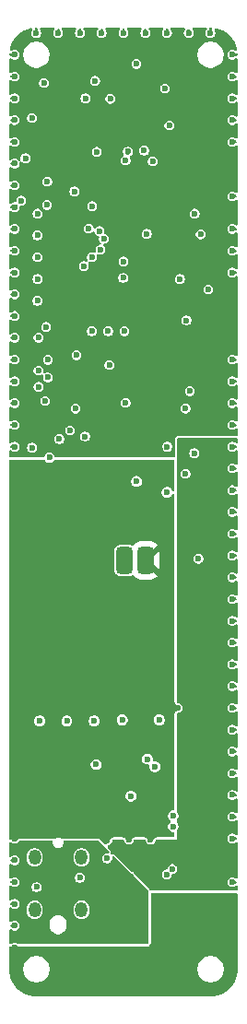
<source format=gbr>
%TF.GenerationSoftware,KiCad,Pcbnew,9.0.5*%
%TF.CreationDate,2025-11-24T11:18:26-05:00*%
%TF.ProjectId,everframe_board,65766572-6672-4616-9d65-5f626f617264,rev?*%
%TF.SameCoordinates,Original*%
%TF.FileFunction,Copper,L2,Inr*%
%TF.FilePolarity,Positive*%
%FSLAX46Y46*%
G04 Gerber Fmt 4.6, Leading zero omitted, Abs format (unit mm)*
G04 Created by KiCad (PCBNEW 9.0.5) date 2025-11-24 11:18:26*
%MOMM*%
%LPD*%
G01*
G04 APERTURE LIST*
G04 Aperture macros list*
%AMRoundRect*
0 Rectangle with rounded corners*
0 $1 Rounding radius*
0 $2 $3 $4 $5 $6 $7 $8 $9 X,Y pos of 4 corners*
0 Add a 4 corners polygon primitive as box body*
4,1,4,$2,$3,$4,$5,$6,$7,$8,$9,$2,$3,0*
0 Add four circle primitives for the rounded corners*
1,1,$1+$1,$2,$3*
1,1,$1+$1,$4,$5*
1,1,$1+$1,$6,$7*
1,1,$1+$1,$8,$9*
0 Add four rect primitives between the rounded corners*
20,1,$1+$1,$2,$3,$4,$5,0*
20,1,$1+$1,$4,$5,$6,$7,0*
20,1,$1+$1,$6,$7,$8,$9,0*
20,1,$1+$1,$8,$9,$2,$3,0*%
G04 Aperture macros list end*
%TA.AperFunction,ComponentPad*%
%ADD10O,1.150000X1.400000*%
%TD*%
%TA.AperFunction,ComponentPad*%
%ADD11RoundRect,0.375000X0.375000X-0.875000X0.375000X0.875000X-0.375000X0.875000X-0.375000X-0.875000X0*%
%TD*%
%TA.AperFunction,ViaPad*%
%ADD12C,0.600000*%
%TD*%
G04 APERTURE END LIST*
D10*
%TO.N,GND*%
%TO.C,J2*%
X79150000Y-125750000D03*
X79150000Y-130550000D03*
X74850000Y-125750000D03*
X74850000Y-130550000D03*
%TD*%
D11*
%TO.N,/esp32-s3/VBAT*%
%TO.C,U1*%
X83132000Y-98445000D03*
%TO.N,GND*%
X85037000Y-98445000D03*
%TD*%
D12*
%TO.N,+3.3V*%
X90400000Y-55700000D03*
X91900000Y-83500000D03*
X80125000Y-79000000D03*
X78704804Y-78744319D03*
X92300000Y-78175000D03*
X91900000Y-86400000D03*
X88300000Y-55000000D03*
X91100000Y-82800000D03*
X78700000Y-80400000D03*
X90300000Y-82800000D03*
X81600000Y-78975000D03*
X80400000Y-52450000D03*
X90800000Y-78200000D03*
X83100000Y-78975000D03*
X91900000Y-85000000D03*
X91900000Y-85700000D03*
X91900000Y-82800000D03*
X83300000Y-52300000D03*
X75839917Y-79229867D03*
X80550000Y-62475000D03*
X86000000Y-52800000D03*
X91900000Y-84300000D03*
X82050000Y-62475000D03*
%TO.N,+5V*%
X91900000Y-89400000D03*
X91900000Y-87800000D03*
X91900000Y-91000000D03*
X91900000Y-88600000D03*
X83500000Y-126000000D03*
X85500000Y-126000000D03*
X91900000Y-90200000D03*
X91700000Y-115325000D03*
X85300000Y-127500000D03*
X91700000Y-114550000D03*
X90400000Y-112000000D03*
X91700000Y-113000000D03*
X91700000Y-113775000D03*
X91700000Y-116100000D03*
%TO.N,+5V_USB*%
X79519392Y-126886368D03*
X83100000Y-129400000D03*
X79100000Y-129000000D03*
X74896025Y-127673597D03*
X74700000Y-129200000D03*
X83700000Y-127500000D03*
%TO.N,/epaper display (page 3)/SCK*%
X77100000Y-87302688D03*
%TO.N,/epaper display (page 3)/GDRC*%
X75700000Y-54600000D03*
X84200000Y-52854174D03*
X74000000Y-61500000D03*
%TO.N,Net-(J2-CC2)*%
X75015136Y-128464682D03*
%TO.N,Net-(J2-CC1)*%
X81500000Y-125825000D03*
X79000000Y-127600000D03*
%TO.N,/epaper display (page 3)/DISP_PWR_EN*%
X84200000Y-91200000D03*
%TO.N,/esp32-s3/ESP32_MOSI*%
X82900000Y-113100000D03*
%TO.N,/esp32-s3/ESP32_MISO*%
X80300000Y-113200000D03*
%TO.N,/esp32-s3/ESP32_SCK*%
X77800000Y-113200000D03*
%TO.N,Net-(R21-Pad1)*%
X80500000Y-117200000D03*
%TO.N,/epaper display (page 3)/RESEC*%
X84900000Y-60800000D03*
%TO.N,/epaper display (page 3)/DC*%
X76200000Y-89000000D03*
%TO.N,/epaper display (page 3)/VSL_LV2*%
X80100000Y-70600000D03*
%TO.N,/epaper display (page 3)/VCP2*%
X76058068Y-81644928D03*
%TO.N,/esp32-s3/ESP32_DC*%
X75300000Y-113200000D03*
%TO.N,/epaper display (page 3)/VCP1*%
X75800000Y-83800000D03*
%TO.N,GND*%
X85500000Y-124100000D03*
X93000000Y-80000000D03*
X75200000Y-81000000D03*
X73000000Y-134000000D03*
X93000000Y-104000000D03*
X93000000Y-90000000D03*
X79000000Y-50000000D03*
X77000000Y-138000000D03*
X73000000Y-60000000D03*
X88650000Y-129625000D03*
X73000000Y-90000000D03*
X73000000Y-116000000D03*
X80116487Y-65920238D03*
X93000000Y-52000000D03*
X87000000Y-138000000D03*
X93000000Y-82000000D03*
X93000000Y-120000000D03*
X81700000Y-80500000D03*
X88700000Y-84500000D03*
X75100000Y-72600000D03*
X93000000Y-128000000D03*
X93000000Y-118000000D03*
X73000000Y-66000000D03*
X73000000Y-118000000D03*
X73000000Y-88000000D03*
X86820000Y-55100000D03*
X93000000Y-88000000D03*
X81000000Y-50000000D03*
X93000000Y-92000000D03*
X73000000Y-84000000D03*
X76009561Y-63668514D03*
X75100000Y-66600000D03*
X93000000Y-122000000D03*
X89500000Y-88600000D03*
X75100000Y-68600000D03*
X81600000Y-77400000D03*
X81000000Y-138000000D03*
X93000000Y-70000000D03*
X93000000Y-98000000D03*
X93000000Y-124000000D03*
X73000000Y-80000000D03*
X75981441Y-65798419D03*
X78484952Y-64550000D03*
X93000000Y-130000000D03*
X87000000Y-50000000D03*
X93000000Y-133000000D03*
X89000000Y-138000000D03*
X93000000Y-94000000D03*
X93000000Y-110000000D03*
X80400000Y-54400000D03*
X73000000Y-132000000D03*
X93000000Y-65000000D03*
X93000000Y-135000000D03*
X75200000Y-78000000D03*
X83100000Y-77400000D03*
X81500000Y-124200000D03*
X90100000Y-68500000D03*
X73000000Y-112000000D03*
X73000000Y-128000000D03*
X73000000Y-130000000D03*
X74600000Y-57800000D03*
X73000000Y-124000000D03*
X73000000Y-54000000D03*
X73000000Y-78000000D03*
X93000000Y-108000000D03*
X93000000Y-102000000D03*
X73000000Y-58000000D03*
X90800000Y-73575000D03*
X83200000Y-83975000D03*
X73000000Y-106000000D03*
X93000000Y-106000000D03*
X83000000Y-50000000D03*
X83000000Y-138000000D03*
X85149997Y-68449998D03*
X86000000Y-129400000D03*
X78682046Y-79594017D03*
X75000000Y-50000000D03*
X87025000Y-88000000D03*
X73000000Y-76000000D03*
X73000000Y-110000000D03*
X73000000Y-102000000D03*
X73000000Y-86000000D03*
X75102136Y-122194199D03*
X73000000Y-114000000D03*
X93000000Y-100000000D03*
X93000000Y-116000000D03*
X75100000Y-70600000D03*
X73000000Y-94000000D03*
X76048699Y-80017385D03*
X73000000Y-64000000D03*
X73000000Y-70000000D03*
X93000000Y-114000000D03*
X83000000Y-71000000D03*
X88700000Y-90500000D03*
X93000000Y-72000000D03*
X83500000Y-124100000D03*
X73000000Y-62000000D03*
X93000000Y-96000000D03*
X73000000Y-120000000D03*
X75100000Y-74600000D03*
X81800000Y-56050000D03*
X91000000Y-138000000D03*
X93000000Y-54000000D03*
X82200000Y-117600000D03*
X89000000Y-50000000D03*
X73000000Y-108000000D03*
X79000000Y-138000000D03*
X73000000Y-72000000D03*
X82975000Y-72500000D03*
X93000000Y-86000000D03*
X73000000Y-98000000D03*
X93000000Y-68000000D03*
X73000000Y-56000000D03*
X75000000Y-138000000D03*
X88000000Y-112000000D03*
X73000000Y-74000000D03*
X73000000Y-104000000D03*
X79500000Y-56000000D03*
X73000000Y-92000000D03*
X89549998Y-66600000D03*
X85000000Y-50000000D03*
X93000000Y-112000000D03*
X93000000Y-60000000D03*
X83400000Y-60900000D03*
X79377473Y-71420357D03*
X80550000Y-60925000D03*
X85000000Y-138000000D03*
X73000000Y-122000000D03*
X93000000Y-56000000D03*
X74600000Y-88100000D03*
X93000000Y-58000000D03*
X73000000Y-126000000D03*
X73000000Y-100000000D03*
X77000000Y-50000000D03*
X73000000Y-68000000D03*
X73000000Y-82000000D03*
X75200000Y-82500000D03*
X78750000Y-93000000D03*
X91000000Y-50000000D03*
X73000000Y-96000000D03*
X93000000Y-84000000D03*
X73000000Y-136000000D03*
X80100000Y-77400000D03*
X73000000Y-52000000D03*
%TO.N,/epaper display (page 3)/VSL_LV*%
X80900000Y-69900000D03*
%TO.N,/epaper display (page 3)/VSH*%
X73600000Y-65400000D03*
%TO.N,/epaper display (page 3)/VGH*%
X88200000Y-72600000D03*
X89100000Y-82900000D03*
X78600000Y-84500000D03*
X88800000Y-76400000D03*
%TO.N,/epaper display (page 3)/VPC*%
X85684236Y-61784648D03*
%TO.N,/epaper display (page 3)/RST_N*%
X87000000Y-92200000D03*
%TO.N,/epaper display (page 3)/GDRH*%
X87221625Y-58487825D03*
X83200000Y-61700000D03*
%TO.N,/epaper display (page 3)/VDDO*%
X75900000Y-77000000D03*
%TO.N,/epaper display (page 3)/VSL*%
X81200000Y-68900000D03*
%TO.N,/epaper display (page 3)/SI0*%
X79474193Y-87068481D03*
%TO.N,/epaper display (page 3)/VSH_LV2*%
X80800000Y-68200000D03*
%TO.N,/epaper display (page 3)/VSH_LV*%
X79819813Y-67976595D03*
%TO.N,/epaper display (page 3)/SI1*%
X78100000Y-86503132D03*
%TO.N,/esp32-s3/VBAT*%
X87500000Y-126800000D03*
X85200000Y-116700000D03*
X86986139Y-127303171D03*
X85900000Y-117400000D03*
X87600001Y-122899999D03*
X87600001Y-121900000D03*
%TO.N,Net-(U1-GPIO1_A0_D0)*%
X86300000Y-113100000D03*
X89900000Y-98300000D03*
X83700000Y-120100000D03*
%TD*%
%TA.AperFunction,Conductor*%
%TO.N,GND*%
G36*
X93442539Y-129025185D02*
G01*
X93488294Y-129077989D01*
X93499500Y-129129500D01*
X93499500Y-135996249D01*
X93499274Y-136003736D01*
X93481728Y-136293794D01*
X93479923Y-136308659D01*
X93428219Y-136590798D01*
X93424635Y-136605336D01*
X93339306Y-136879167D01*
X93333997Y-136893168D01*
X93216275Y-137154736D01*
X93209316Y-137167995D01*
X93060928Y-137413459D01*
X93052422Y-137425782D01*
X92875526Y-137651573D01*
X92865596Y-137662781D01*
X92662781Y-137865596D01*
X92651573Y-137875526D01*
X92425782Y-138052422D01*
X92413459Y-138060928D01*
X92167995Y-138209316D01*
X92154736Y-138216275D01*
X91893168Y-138333997D01*
X91879167Y-138339306D01*
X91605336Y-138424635D01*
X91590798Y-138428219D01*
X91308659Y-138479923D01*
X91293794Y-138481728D01*
X91003736Y-138499274D01*
X90996249Y-138499500D01*
X75003751Y-138499500D01*
X74996264Y-138499274D01*
X74706205Y-138481728D01*
X74691340Y-138479923D01*
X74409201Y-138428219D01*
X74394663Y-138424635D01*
X74120832Y-138339306D01*
X74106831Y-138333997D01*
X73845263Y-138216275D01*
X73832004Y-138209316D01*
X73586540Y-138060928D01*
X73574217Y-138052422D01*
X73348426Y-137875526D01*
X73337218Y-137865596D01*
X73134403Y-137662781D01*
X73124473Y-137651573D01*
X72947573Y-137425776D01*
X72939075Y-137413465D01*
X72790680Y-137167989D01*
X72783727Y-137154743D01*
X72666000Y-136893163D01*
X72660693Y-136879167D01*
X72630437Y-136782073D01*
X72575363Y-136605335D01*
X72571780Y-136590798D01*
X72520076Y-136308659D01*
X72518271Y-136293794D01*
X72500726Y-136003736D01*
X72500500Y-135996249D01*
X72500500Y-135905513D01*
X73799500Y-135905513D01*
X73799500Y-136094486D01*
X73829059Y-136281118D01*
X73887454Y-136460836D01*
X73953674Y-136590798D01*
X73973240Y-136629199D01*
X74084310Y-136782073D01*
X74217927Y-136915690D01*
X74370801Y-137026760D01*
X74450347Y-137067290D01*
X74539163Y-137112545D01*
X74539165Y-137112545D01*
X74539168Y-137112547D01*
X74635497Y-137143846D01*
X74718881Y-137170940D01*
X74905514Y-137200500D01*
X74905519Y-137200500D01*
X75094486Y-137200500D01*
X75281118Y-137170940D01*
X75330988Y-137154736D01*
X75460832Y-137112547D01*
X75629199Y-137026760D01*
X75782073Y-136915690D01*
X75915690Y-136782073D01*
X76026760Y-136629199D01*
X76112547Y-136460832D01*
X76170940Y-136281118D01*
X76200500Y-136094486D01*
X76200500Y-135905513D01*
X89799500Y-135905513D01*
X89799500Y-136094486D01*
X89829059Y-136281118D01*
X89887454Y-136460836D01*
X89953674Y-136590798D01*
X89973240Y-136629199D01*
X90084310Y-136782073D01*
X90217927Y-136915690D01*
X90370801Y-137026760D01*
X90450347Y-137067290D01*
X90539163Y-137112545D01*
X90539165Y-137112545D01*
X90539168Y-137112547D01*
X90635497Y-137143846D01*
X90718881Y-137170940D01*
X90905514Y-137200500D01*
X90905519Y-137200500D01*
X91094486Y-137200500D01*
X91281118Y-137170940D01*
X91330988Y-137154736D01*
X91460832Y-137112547D01*
X91629199Y-137026760D01*
X91782073Y-136915690D01*
X91915690Y-136782073D01*
X92026760Y-136629199D01*
X92112547Y-136460832D01*
X92170940Y-136281118D01*
X92200500Y-136094486D01*
X92200500Y-135905513D01*
X92170940Y-135718881D01*
X92112545Y-135539163D01*
X92026759Y-135370800D01*
X91915690Y-135217927D01*
X91782073Y-135084310D01*
X91629199Y-134973240D01*
X91460836Y-134887454D01*
X91281118Y-134829059D01*
X91094486Y-134799500D01*
X91094481Y-134799500D01*
X90905519Y-134799500D01*
X90905514Y-134799500D01*
X90718881Y-134829059D01*
X90539163Y-134887454D01*
X90370800Y-134973240D01*
X90283579Y-135036610D01*
X90217927Y-135084310D01*
X90217925Y-135084312D01*
X90217924Y-135084312D01*
X90084312Y-135217924D01*
X90084312Y-135217925D01*
X90084310Y-135217927D01*
X90036610Y-135283579D01*
X89973240Y-135370800D01*
X89887454Y-135539163D01*
X89829059Y-135718881D01*
X89799500Y-135905513D01*
X76200500Y-135905513D01*
X76170940Y-135718881D01*
X76112545Y-135539163D01*
X76026759Y-135370800D01*
X75915690Y-135217927D01*
X75782073Y-135084310D01*
X75629199Y-134973240D01*
X75460836Y-134887454D01*
X75281118Y-134829059D01*
X75094486Y-134799500D01*
X75094481Y-134799500D01*
X74905519Y-134799500D01*
X74905514Y-134799500D01*
X74718881Y-134829059D01*
X74539163Y-134887454D01*
X74370800Y-134973240D01*
X74283579Y-135036610D01*
X74217927Y-135084310D01*
X74217925Y-135084312D01*
X74217924Y-135084312D01*
X74084312Y-135217924D01*
X74084312Y-135217925D01*
X74084310Y-135217927D01*
X74036610Y-135283579D01*
X73973240Y-135370800D01*
X73887454Y-135539163D01*
X73829059Y-135718881D01*
X73799500Y-135905513D01*
X72500500Y-135905513D01*
X72500500Y-134012658D01*
X72520185Y-133945619D01*
X72572989Y-133899864D01*
X72633355Y-133888975D01*
X72636199Y-133889179D01*
X72661334Y-133889435D01*
X72749344Y-133864565D01*
X72810667Y-133831080D01*
X72832022Y-133815091D01*
X72844310Y-133806985D01*
X72891303Y-133779853D01*
X72921197Y-133767472D01*
X72951982Y-133759223D01*
X72984069Y-133755000D01*
X73015928Y-133755000D01*
X73048019Y-133759225D01*
X73078792Y-133767470D01*
X73108702Y-133779859D01*
X73137616Y-133796553D01*
X73158478Y-133811691D01*
X73171820Y-133823676D01*
X73171832Y-133823686D01*
X73171840Y-133823693D01*
X73180238Y-133830460D01*
X73192481Y-133840327D01*
X73263526Y-133877490D01*
X73330558Y-133897173D01*
X73330560Y-133897173D01*
X73330566Y-133897175D01*
X73388464Y-133905500D01*
X73388468Y-133905500D01*
X85175991Y-133905500D01*
X85176000Y-133905500D01*
X85219684Y-133900803D01*
X85248875Y-133894452D01*
X85271174Y-133889602D01*
X85271190Y-133889598D01*
X85271195Y-133889597D01*
X85281373Y-133887110D01*
X85362085Y-133844100D01*
X85414889Y-133798345D01*
X85432843Y-133780754D01*
X85477490Y-133700937D01*
X85497175Y-133633898D01*
X85505500Y-133576000D01*
X85505500Y-129129500D01*
X85525185Y-129062461D01*
X85577989Y-129016706D01*
X85629500Y-129005500D01*
X93375500Y-129005500D01*
X93442539Y-129025185D01*
G37*
%TD.AperFunction*%
%TA.AperFunction,Conductor*%
G36*
X73048019Y-131759225D02*
G01*
X73078792Y-131767470D01*
X73108702Y-131779858D01*
X73136300Y-131795792D01*
X73161980Y-131815498D01*
X73184500Y-131838018D01*
X73204206Y-131863698D01*
X73220140Y-131891296D01*
X73232527Y-131921201D01*
X73240774Y-131951977D01*
X73245000Y-131984073D01*
X73245000Y-132015925D01*
X73240774Y-132048021D01*
X73232527Y-132078797D01*
X73220140Y-132108702D01*
X73204206Y-132136300D01*
X73184500Y-132161980D01*
X73161980Y-132184500D01*
X73136302Y-132204205D01*
X73108705Y-132220139D01*
X73078797Y-132232527D01*
X73048020Y-132240774D01*
X73015925Y-132245000D01*
X72984073Y-132245000D01*
X72951977Y-132240774D01*
X72921201Y-132232527D01*
X72891297Y-132220140D01*
X72858184Y-132201022D01*
X72849994Y-132195461D01*
X72849886Y-132195624D01*
X72791072Y-132156323D01*
X72791071Y-132156322D01*
X72791069Y-132156321D01*
X72791066Y-132156319D01*
X72727521Y-132127299D01*
X72695773Y-132115088D01*
X72696444Y-132113342D01*
X72645109Y-132084625D01*
X72612253Y-132022963D01*
X72617951Y-131953326D01*
X72660392Y-131897824D01*
X72679701Y-131886213D01*
X72689493Y-131881477D01*
X72749344Y-131864565D01*
X72810667Y-131831080D01*
X72837930Y-131810669D01*
X72891303Y-131779853D01*
X72921197Y-131767472D01*
X72951982Y-131759223D01*
X72984069Y-131755000D01*
X73015928Y-131755000D01*
X73048019Y-131759225D01*
G37*
%TD.AperFunction*%
%TA.AperFunction,Conductor*%
G36*
X73048011Y-129759224D02*
G01*
X73048019Y-129759225D01*
X73078792Y-129767470D01*
X73108702Y-129779858D01*
X73136300Y-129795792D01*
X73161980Y-129815498D01*
X73184500Y-129838018D01*
X73204206Y-129863698D01*
X73220140Y-129891296D01*
X73232527Y-129921201D01*
X73240774Y-129951977D01*
X73245000Y-129984073D01*
X73245000Y-130015925D01*
X73240774Y-130048021D01*
X73232527Y-130078797D01*
X73220140Y-130108702D01*
X73204206Y-130136300D01*
X73184500Y-130161980D01*
X73161980Y-130184500D01*
X73136302Y-130204205D01*
X73108705Y-130220139D01*
X73078797Y-130232527D01*
X73048020Y-130240774D01*
X73015925Y-130245000D01*
X72984073Y-130245000D01*
X72951977Y-130240774D01*
X72921201Y-130232527D01*
X72891297Y-130220140D01*
X72858184Y-130201022D01*
X72849994Y-130195461D01*
X72849886Y-130195624D01*
X72824534Y-130178683D01*
X72791071Y-130156322D01*
X72791069Y-130156321D01*
X72791066Y-130156319D01*
X72727521Y-130127299D01*
X72695773Y-130115088D01*
X72696444Y-130113342D01*
X72645109Y-130084625D01*
X72612253Y-130022963D01*
X72617951Y-129953326D01*
X72660392Y-129897824D01*
X72679701Y-129886213D01*
X72689493Y-129881477D01*
X72749344Y-129864565D01*
X72810667Y-129831080D01*
X72837930Y-129810669D01*
X72891303Y-129779853D01*
X72921197Y-129767472D01*
X72951982Y-129759223D01*
X72984069Y-129755000D01*
X73015928Y-129755000D01*
X73048011Y-129759224D01*
G37*
%TD.AperFunction*%
%TA.AperFunction,Conductor*%
G36*
X73048019Y-127759225D02*
G01*
X73078792Y-127767470D01*
X73108702Y-127779858D01*
X73136300Y-127795792D01*
X73161980Y-127815498D01*
X73184500Y-127838018D01*
X73204206Y-127863698D01*
X73220140Y-127891296D01*
X73232527Y-127921201D01*
X73240774Y-127951977D01*
X73245000Y-127984073D01*
X73245000Y-128015925D01*
X73240774Y-128048021D01*
X73232527Y-128078797D01*
X73220140Y-128108702D01*
X73204206Y-128136300D01*
X73184500Y-128161980D01*
X73161976Y-128184504D01*
X73136295Y-128204210D01*
X73108707Y-128220138D01*
X73078806Y-128232524D01*
X73048026Y-128240773D01*
X73015927Y-128245000D01*
X72984073Y-128245000D01*
X72951977Y-128240774D01*
X72921201Y-128232527D01*
X72891297Y-128220140D01*
X72858184Y-128201022D01*
X72849994Y-128195461D01*
X72849886Y-128195624D01*
X72833239Y-128184500D01*
X72791071Y-128156322D01*
X72791069Y-128156321D01*
X72791066Y-128156319D01*
X72727521Y-128127299D01*
X72695773Y-128115088D01*
X72696444Y-128113342D01*
X72645109Y-128084625D01*
X72612253Y-128022963D01*
X72617951Y-127953326D01*
X72660392Y-127897824D01*
X72679701Y-127886213D01*
X72689493Y-127881477D01*
X72749344Y-127864565D01*
X72810667Y-127831080D01*
X72837930Y-127810669D01*
X72891303Y-127779853D01*
X72921197Y-127767472D01*
X72951982Y-127759223D01*
X72984069Y-127755000D01*
X73015928Y-127755000D01*
X73048019Y-127759225D01*
G37*
%TD.AperFunction*%
%TA.AperFunction,Conductor*%
G36*
X93048011Y-127759224D02*
G01*
X93048019Y-127759225D01*
X93078792Y-127767470D01*
X93108702Y-127779858D01*
X93141813Y-127798975D01*
X93150005Y-127804537D01*
X93150114Y-127804376D01*
X93154255Y-127807143D01*
X93154256Y-127807144D01*
X93208929Y-127843678D01*
X93208932Y-127843679D01*
X93208933Y-127843680D01*
X93253909Y-127864220D01*
X93272485Y-127872703D01*
X93295949Y-127881728D01*
X93304227Y-127884912D01*
X93303554Y-127886659D01*
X93354880Y-127915364D01*
X93387743Y-127977023D01*
X93382053Y-128046660D01*
X93339618Y-128102167D01*
X93320296Y-128113787D01*
X93310497Y-128118524D01*
X93250656Y-128135435D01*
X93189333Y-128168920D01*
X93162071Y-128189328D01*
X93151763Y-128195279D01*
X93151741Y-128195290D01*
X93108704Y-128220139D01*
X93078800Y-128232526D01*
X93048021Y-128240774D01*
X93015925Y-128245000D01*
X92984073Y-128245000D01*
X92951977Y-128240774D01*
X92921201Y-128232527D01*
X92891296Y-128220140D01*
X92863698Y-128204206D01*
X92838018Y-128184500D01*
X92815498Y-128161980D01*
X92795791Y-128136298D01*
X92779857Y-128108699D01*
X92767470Y-128078792D01*
X92759225Y-128048020D01*
X92755000Y-128015928D01*
X92755000Y-127984070D01*
X92759225Y-127951978D01*
X92767470Y-127921206D01*
X92779858Y-127891298D01*
X92795791Y-127863701D01*
X92815492Y-127838025D01*
X92838025Y-127815491D01*
X92863693Y-127795794D01*
X92891303Y-127779853D01*
X92921197Y-127767472D01*
X92951982Y-127759223D01*
X92984069Y-127755000D01*
X93015928Y-127755000D01*
X93048011Y-127759224D01*
G37*
%TD.AperFunction*%
%TA.AperFunction,Conductor*%
G36*
X73048019Y-125759225D02*
G01*
X73078792Y-125767470D01*
X73108702Y-125779858D01*
X73136300Y-125795792D01*
X73161980Y-125815498D01*
X73184500Y-125838018D01*
X73204206Y-125863698D01*
X73220140Y-125891296D01*
X73232527Y-125921201D01*
X73240774Y-125951977D01*
X73245000Y-125984073D01*
X73245000Y-126015925D01*
X73240774Y-126048021D01*
X73232527Y-126078797D01*
X73220140Y-126108702D01*
X73204206Y-126136300D01*
X73184500Y-126161980D01*
X73161980Y-126184500D01*
X73136302Y-126204205D01*
X73108705Y-126220139D01*
X73078797Y-126232527D01*
X73048020Y-126240774D01*
X73015925Y-126245000D01*
X72984073Y-126245000D01*
X72951977Y-126240774D01*
X72921201Y-126232527D01*
X72891297Y-126220140D01*
X72858184Y-126201022D01*
X72849994Y-126195461D01*
X72849886Y-126195624D01*
X72791072Y-126156323D01*
X72791071Y-126156322D01*
X72791069Y-126156321D01*
X72791066Y-126156319D01*
X72727521Y-126127299D01*
X72695773Y-126115088D01*
X72696444Y-126113342D01*
X72645109Y-126084625D01*
X72612253Y-126022963D01*
X72617951Y-125953326D01*
X72660392Y-125897824D01*
X72679701Y-125886213D01*
X72689493Y-125881477D01*
X72749344Y-125864565D01*
X72810667Y-125831080D01*
X72837930Y-125810669D01*
X72891303Y-125779853D01*
X72921197Y-125767472D01*
X72951982Y-125759223D01*
X72984069Y-125755000D01*
X73015928Y-125755000D01*
X73048019Y-125759225D01*
G37*
%TD.AperFunction*%
%TA.AperFunction,Conductor*%
G36*
X76750144Y-89203861D02*
G01*
X76761540Y-89205500D01*
X76761544Y-89205500D01*
X87570500Y-89205500D01*
X87637539Y-89225185D01*
X87683294Y-89277989D01*
X87694500Y-89329500D01*
X87694500Y-91939133D01*
X87674815Y-92006172D01*
X87622011Y-92051927D01*
X87552853Y-92061871D01*
X87489297Y-92032846D01*
X87463113Y-92001134D01*
X87427316Y-91939133D01*
X87400500Y-91892686D01*
X87307314Y-91799500D01*
X87230238Y-91755000D01*
X87193187Y-91733608D01*
X87129539Y-91716554D01*
X87065892Y-91699500D01*
X86934108Y-91699500D01*
X86806812Y-91733608D01*
X86692686Y-91799500D01*
X86692683Y-91799502D01*
X86599502Y-91892683D01*
X86599500Y-91892686D01*
X86533608Y-92006812D01*
X86499500Y-92134108D01*
X86499500Y-92265891D01*
X86533608Y-92393187D01*
X86536887Y-92398866D01*
X86599500Y-92507314D01*
X86692686Y-92600500D01*
X86806814Y-92666392D01*
X86934108Y-92700500D01*
X86934110Y-92700500D01*
X87065890Y-92700500D01*
X87065892Y-92700500D01*
X87193186Y-92666392D01*
X87307314Y-92600500D01*
X87400500Y-92507314D01*
X87463113Y-92398866D01*
X87513680Y-92350650D01*
X87582287Y-92337428D01*
X87647152Y-92363396D01*
X87687680Y-92420310D01*
X87694500Y-92460866D01*
X87694500Y-111425507D01*
X87699197Y-111469186D01*
X87710397Y-111520674D01*
X87712890Y-111530872D01*
X87712891Y-111530875D01*
X87755899Y-111611583D01*
X87755901Y-111611586D01*
X87801660Y-111664395D01*
X87819242Y-111682339D01*
X87819246Y-111682343D01*
X87819247Y-111682344D01*
X87819249Y-111682345D01*
X87899059Y-111726988D01*
X87899063Y-111726990D01*
X87966102Y-111746675D01*
X88024000Y-111755000D01*
X88024004Y-111755000D01*
X88028385Y-111755630D01*
X88028362Y-111755787D01*
X88046690Y-111758868D01*
X88078795Y-111767470D01*
X88108702Y-111779858D01*
X88136300Y-111795792D01*
X88161980Y-111815498D01*
X88184500Y-111838018D01*
X88204206Y-111863698D01*
X88220140Y-111891296D01*
X88232527Y-111921201D01*
X88240774Y-111951977D01*
X88245000Y-111984073D01*
X88245000Y-112015925D01*
X88240774Y-112048021D01*
X88232527Y-112078797D01*
X88220140Y-112108702D01*
X88204206Y-112136300D01*
X88184500Y-112161980D01*
X88161980Y-112184500D01*
X88136302Y-112204205D01*
X88108705Y-112220139D01*
X88078796Y-112232528D01*
X88046828Y-112241094D01*
X88027254Y-112244207D01*
X88027302Y-112244645D01*
X87980313Y-112249697D01*
X87928825Y-112260897D01*
X87918627Y-112263390D01*
X87918624Y-112263391D01*
X87837916Y-112306399D01*
X87837913Y-112306401D01*
X87785104Y-112352160D01*
X87767160Y-112369742D01*
X87767154Y-112369749D01*
X87722511Y-112449559D01*
X87722509Y-112449564D01*
X87702826Y-112516596D01*
X87694500Y-112574503D01*
X87694500Y-121275500D01*
X87674815Y-121342539D01*
X87622011Y-121388294D01*
X87570500Y-121399500D01*
X87534109Y-121399500D01*
X87406813Y-121433608D01*
X87292687Y-121499500D01*
X87292684Y-121499502D01*
X87199503Y-121592683D01*
X87199501Y-121592686D01*
X87133609Y-121706812D01*
X87099501Y-121834108D01*
X87099501Y-121965891D01*
X87133609Y-122093187D01*
X87158500Y-122136298D01*
X87199501Y-122207314D01*
X87292687Y-122300500D01*
X87292689Y-122300501D01*
X87294151Y-122301623D01*
X87295073Y-122302886D01*
X87298434Y-122306247D01*
X87297910Y-122306770D01*
X87335354Y-122358050D01*
X87339509Y-122427796D01*
X87305297Y-122488717D01*
X87294159Y-122498369D01*
X87292688Y-122499497D01*
X87199503Y-122592682D01*
X87199501Y-122592685D01*
X87133609Y-122706811D01*
X87099501Y-122834107D01*
X87099501Y-122965890D01*
X87133609Y-123093186D01*
X87166555Y-123150249D01*
X87199501Y-123207313D01*
X87292687Y-123300499D01*
X87406815Y-123366391D01*
X87534109Y-123400499D01*
X87534111Y-123400499D01*
X87570500Y-123400499D01*
X87579185Y-123403049D01*
X87588147Y-123401761D01*
X87612187Y-123412739D01*
X87637539Y-123420184D01*
X87643466Y-123427024D01*
X87651703Y-123430786D01*
X87665992Y-123453020D01*
X87683294Y-123472988D01*
X87685581Y-123483502D01*
X87689477Y-123489564D01*
X87694500Y-123524499D01*
X87694500Y-123770500D01*
X87674815Y-123837539D01*
X87622011Y-123883294D01*
X87570500Y-123894500D01*
X86061530Y-123894500D01*
X86044449Y-123895212D01*
X86023876Y-123896929D01*
X85951185Y-123916872D01*
X85888341Y-123947399D01*
X85888316Y-123947412D01*
X85866442Y-123959745D01*
X85866440Y-123959747D01*
X85802656Y-124025290D01*
X85802654Y-124025292D01*
X85766297Y-124084940D01*
X85766288Y-124084958D01*
X85743268Y-124138714D01*
X85743267Y-124138719D01*
X85732528Y-124178796D01*
X85720141Y-124208701D01*
X85704207Y-124236299D01*
X85684501Y-124261979D01*
X85661980Y-124284500D01*
X85636302Y-124304205D01*
X85608705Y-124320139D01*
X85578797Y-124332527D01*
X85548020Y-124340774D01*
X85515925Y-124345000D01*
X85484073Y-124345000D01*
X85451977Y-124340774D01*
X85421201Y-124332527D01*
X85391296Y-124320140D01*
X85363698Y-124304206D01*
X85338018Y-124284500D01*
X85315497Y-124261979D01*
X85295791Y-124236298D01*
X85293455Y-124232252D01*
X85279857Y-124208700D01*
X85267471Y-124178797D01*
X85262964Y-124161980D01*
X85256729Y-124138710D01*
X85251615Y-124122377D01*
X85244637Y-124102967D01*
X85206560Y-124037915D01*
X85206556Y-124037911D01*
X85206553Y-124037905D01*
X85160811Y-123985117D01*
X85160804Y-123985110D01*
X85143217Y-123967160D01*
X85143216Y-123967159D01*
X85143214Y-123967157D01*
X85143212Y-123967156D01*
X85143210Y-123967154D01*
X85063400Y-123922511D01*
X85063395Y-123922509D01*
X84996363Y-123902826D01*
X84996359Y-123902825D01*
X84996358Y-123902825D01*
X84938460Y-123894500D01*
X84061540Y-123894500D01*
X84061530Y-123894500D01*
X84044449Y-123895212D01*
X84023876Y-123896929D01*
X83951185Y-123916872D01*
X83888341Y-123947399D01*
X83888316Y-123947412D01*
X83866442Y-123959745D01*
X83866440Y-123959747D01*
X83802656Y-124025290D01*
X83802654Y-124025292D01*
X83766297Y-124084940D01*
X83766288Y-124084958D01*
X83743268Y-124138714D01*
X83743267Y-124138719D01*
X83732528Y-124178796D01*
X83720141Y-124208701D01*
X83704207Y-124236299D01*
X83684501Y-124261979D01*
X83661980Y-124284500D01*
X83636302Y-124304205D01*
X83608705Y-124320139D01*
X83578797Y-124332527D01*
X83548020Y-124340774D01*
X83515925Y-124345000D01*
X83484073Y-124345000D01*
X83451977Y-124340774D01*
X83421201Y-124332527D01*
X83391296Y-124320140D01*
X83363698Y-124304206D01*
X83338018Y-124284500D01*
X83315497Y-124261979D01*
X83295791Y-124236298D01*
X83293455Y-124232252D01*
X83279857Y-124208700D01*
X83267471Y-124178797D01*
X83262964Y-124161980D01*
X83256729Y-124138710D01*
X83251615Y-124122377D01*
X83244637Y-124102967D01*
X83206560Y-124037915D01*
X83206556Y-124037911D01*
X83206553Y-124037905D01*
X83160811Y-123985117D01*
X83160804Y-123985110D01*
X83143217Y-123967160D01*
X83143216Y-123967159D01*
X83143214Y-123967157D01*
X83143212Y-123967156D01*
X83143210Y-123967154D01*
X83063400Y-123922511D01*
X83063395Y-123922509D01*
X82996363Y-123902826D01*
X82996359Y-123902825D01*
X82996358Y-123902825D01*
X82938460Y-123894500D01*
X82074500Y-123894500D01*
X82074492Y-123894500D01*
X82030813Y-123899197D01*
X81979325Y-123910397D01*
X81969127Y-123912890D01*
X81969124Y-123912891D01*
X81888416Y-123955899D01*
X81888413Y-123955901D01*
X81835604Y-124001660D01*
X81817660Y-124019242D01*
X81817654Y-124019249D01*
X81773011Y-124099059D01*
X81773009Y-124099064D01*
X81753326Y-124166096D01*
X81753325Y-124166101D01*
X81753325Y-124166102D01*
X81745556Y-124220139D01*
X81744370Y-124228385D01*
X81744213Y-124228362D01*
X81741130Y-124246692D01*
X81732528Y-124278795D01*
X81720140Y-124308702D01*
X81704206Y-124336300D01*
X81684500Y-124361980D01*
X81661979Y-124384501D01*
X81636299Y-124404207D01*
X81608701Y-124420141D01*
X81578800Y-124432527D01*
X81564587Y-124436335D01*
X81528003Y-124449980D01*
X81527996Y-124449983D01*
X81485762Y-124470499D01*
X81480784Y-124473002D01*
X81450440Y-124498757D01*
X81386591Y-124527130D01*
X81317537Y-124516480D01*
X81282519Y-124491899D01*
X80881634Y-124091013D01*
X80881633Y-124091012D01*
X80865283Y-124076325D01*
X80865269Y-124076313D01*
X80844620Y-124059672D01*
X80773575Y-124022509D01*
X80706543Y-124002826D01*
X80704164Y-124002484D01*
X80648638Y-123994500D01*
X77608979Y-123994500D01*
X77552253Y-124002484D01*
X77535655Y-124007250D01*
X77486459Y-124021379D01*
X77486439Y-124021385D01*
X77463887Y-124029311D01*
X77463877Y-124029316D01*
X77463061Y-124029900D01*
X77462134Y-124030222D01*
X77456098Y-124033359D01*
X77455641Y-124032481D01*
X77397071Y-124052859D01*
X77329145Y-124036496D01*
X77303290Y-124016690D01*
X77298106Y-124011506D01*
X77298104Y-124011504D01*
X77187396Y-123947586D01*
X77063917Y-123914500D01*
X76936083Y-123914500D01*
X76812603Y-123947586D01*
X76701896Y-124011504D01*
X76701895Y-124011504D01*
X76694474Y-124018926D01*
X76633149Y-124052408D01*
X76563458Y-124047421D01*
X76546262Y-124039461D01*
X76535353Y-124033359D01*
X76515958Y-124022510D01*
X76515957Y-124022509D01*
X76515956Y-124022509D01*
X76448924Y-124002826D01*
X76448920Y-124002825D01*
X76448919Y-124002825D01*
X76391021Y-123994500D01*
X73476313Y-123994500D01*
X73471139Y-123995118D01*
X73427865Y-124000292D01*
X73371031Y-124014080D01*
X73356263Y-124018252D01*
X73356261Y-124018254D01*
X73277688Y-124065052D01*
X73277682Y-124065056D01*
X73227121Y-124113264D01*
X73209235Y-124136007D01*
X73199449Y-124147031D01*
X73161980Y-124184500D01*
X73136302Y-124204205D01*
X73108705Y-124220139D01*
X73078797Y-124232527D01*
X73048020Y-124240774D01*
X73015925Y-124245000D01*
X72984073Y-124245000D01*
X72951977Y-124240774D01*
X72921201Y-124232527D01*
X72891297Y-124220140D01*
X72858184Y-124201022D01*
X72849994Y-124195461D01*
X72849886Y-124195624D01*
X72833239Y-124184500D01*
X72791071Y-124156322D01*
X72791069Y-124156321D01*
X72791066Y-124156319D01*
X72727521Y-124127299D01*
X72704049Y-124118271D01*
X72704046Y-124118270D01*
X72614393Y-124110939D01*
X72549181Y-124085856D01*
X72507882Y-124029498D01*
X72500500Y-123987352D01*
X72500500Y-120034108D01*
X83199500Y-120034108D01*
X83199500Y-120165892D01*
X83204486Y-120184500D01*
X83233608Y-120293187D01*
X83266554Y-120350250D01*
X83299500Y-120407314D01*
X83392686Y-120500500D01*
X83506814Y-120566392D01*
X83634108Y-120600500D01*
X83634110Y-120600500D01*
X83765890Y-120600500D01*
X83765892Y-120600500D01*
X83893186Y-120566392D01*
X84007314Y-120500500D01*
X84100500Y-120407314D01*
X84166392Y-120293186D01*
X84200500Y-120165892D01*
X84200500Y-120034108D01*
X84166392Y-119906814D01*
X84100500Y-119792686D01*
X84007314Y-119699500D01*
X83950250Y-119666554D01*
X83893187Y-119633608D01*
X83829539Y-119616554D01*
X83765892Y-119599500D01*
X83634108Y-119599500D01*
X83506812Y-119633608D01*
X83392686Y-119699500D01*
X83392683Y-119699502D01*
X83299502Y-119792683D01*
X83299500Y-119792686D01*
X83233608Y-119906812D01*
X83204371Y-120015928D01*
X83199500Y-120034108D01*
X72500500Y-120034108D01*
X72500500Y-117134108D01*
X79999500Y-117134108D01*
X79999500Y-117265891D01*
X80033608Y-117393187D01*
X80066554Y-117450250D01*
X80099500Y-117507314D01*
X80192686Y-117600500D01*
X80306814Y-117666392D01*
X80434108Y-117700500D01*
X80434110Y-117700500D01*
X80565890Y-117700500D01*
X80565892Y-117700500D01*
X80693186Y-117666392D01*
X80807314Y-117600500D01*
X80900500Y-117507314D01*
X80966392Y-117393186D01*
X81000500Y-117265892D01*
X81000500Y-117134108D01*
X80966392Y-117006814D01*
X80900500Y-116892686D01*
X80807314Y-116799500D01*
X80693186Y-116733608D01*
X80565892Y-116699500D01*
X80434108Y-116699500D01*
X80306812Y-116733608D01*
X80192686Y-116799500D01*
X80192683Y-116799502D01*
X80099502Y-116892683D01*
X80099500Y-116892686D01*
X80033608Y-117006812D01*
X79999500Y-117134108D01*
X72500500Y-117134108D01*
X72500500Y-116634108D01*
X84699500Y-116634108D01*
X84699500Y-116765891D01*
X84733608Y-116893187D01*
X84737253Y-116899500D01*
X84799500Y-117007314D01*
X84892686Y-117100500D01*
X85006814Y-117166392D01*
X85134108Y-117200500D01*
X85134110Y-117200500D01*
X85274019Y-117200500D01*
X85274019Y-117203600D01*
X85328540Y-117212085D01*
X85380810Y-117258449D01*
X85399716Y-117325712D01*
X85399500Y-117328745D01*
X85399500Y-117334108D01*
X85399500Y-117465892D01*
X85416554Y-117529539D01*
X85433608Y-117593187D01*
X85466554Y-117650250D01*
X85499500Y-117707314D01*
X85592686Y-117800500D01*
X85706814Y-117866392D01*
X85834108Y-117900500D01*
X85834110Y-117900500D01*
X85965890Y-117900500D01*
X85965892Y-117900500D01*
X86093186Y-117866392D01*
X86207314Y-117800500D01*
X86300500Y-117707314D01*
X86366392Y-117593186D01*
X86400500Y-117465892D01*
X86400500Y-117334108D01*
X86366392Y-117206814D01*
X86364536Y-117203600D01*
X86343054Y-117166392D01*
X86300500Y-117092686D01*
X86207314Y-116999500D01*
X86150250Y-116966554D01*
X86093187Y-116933608D01*
X86029539Y-116916554D01*
X85965892Y-116899500D01*
X85834108Y-116899500D01*
X85825981Y-116899500D01*
X85825981Y-116896412D01*
X85771386Y-116887879D01*
X85719146Y-116841481D01*
X85700284Y-116774206D01*
X85700500Y-116771201D01*
X85700500Y-116634110D01*
X85700500Y-116634108D01*
X85666392Y-116506814D01*
X85600500Y-116392686D01*
X85507314Y-116299500D01*
X85450250Y-116266554D01*
X85393187Y-116233608D01*
X85329539Y-116216554D01*
X85265892Y-116199500D01*
X85134108Y-116199500D01*
X85006812Y-116233608D01*
X84892686Y-116299500D01*
X84892683Y-116299502D01*
X84799502Y-116392683D01*
X84799500Y-116392686D01*
X84733608Y-116506812D01*
X84699500Y-116634108D01*
X72500500Y-116634108D01*
X72500500Y-113134108D01*
X74799500Y-113134108D01*
X74799500Y-113265891D01*
X74833608Y-113393187D01*
X74841766Y-113407316D01*
X74899500Y-113507314D01*
X74992686Y-113600500D01*
X75106814Y-113666392D01*
X75234108Y-113700500D01*
X75234110Y-113700500D01*
X75365890Y-113700500D01*
X75365892Y-113700500D01*
X75493186Y-113666392D01*
X75607314Y-113600500D01*
X75700500Y-113507314D01*
X75766392Y-113393186D01*
X75800500Y-113265892D01*
X75800500Y-113134108D01*
X77299500Y-113134108D01*
X77299500Y-113265891D01*
X77333608Y-113393187D01*
X77341766Y-113407316D01*
X77399500Y-113507314D01*
X77492686Y-113600500D01*
X77606814Y-113666392D01*
X77734108Y-113700500D01*
X77734110Y-113700500D01*
X77865890Y-113700500D01*
X77865892Y-113700500D01*
X77993186Y-113666392D01*
X78107314Y-113600500D01*
X78200500Y-113507314D01*
X78266392Y-113393186D01*
X78300500Y-113265892D01*
X78300500Y-113134108D01*
X79799500Y-113134108D01*
X79799500Y-113265891D01*
X79833608Y-113393187D01*
X79841766Y-113407316D01*
X79899500Y-113507314D01*
X79992686Y-113600500D01*
X80106814Y-113666392D01*
X80234108Y-113700500D01*
X80234110Y-113700500D01*
X80365890Y-113700500D01*
X80365892Y-113700500D01*
X80493186Y-113666392D01*
X80607314Y-113600500D01*
X80700500Y-113507314D01*
X80766392Y-113393186D01*
X80800500Y-113265892D01*
X80800500Y-113134108D01*
X80773705Y-113034108D01*
X82399500Y-113034108D01*
X82399500Y-113165891D01*
X82433608Y-113293187D01*
X82466554Y-113350250D01*
X82499500Y-113407314D01*
X82592686Y-113500500D01*
X82706814Y-113566392D01*
X82834108Y-113600500D01*
X82834110Y-113600500D01*
X82965890Y-113600500D01*
X82965892Y-113600500D01*
X83093186Y-113566392D01*
X83207314Y-113500500D01*
X83300500Y-113407314D01*
X83366392Y-113293186D01*
X83400500Y-113165892D01*
X83400500Y-113034108D01*
X85799500Y-113034108D01*
X85799500Y-113165891D01*
X85833608Y-113293187D01*
X85866554Y-113350250D01*
X85899500Y-113407314D01*
X85992686Y-113500500D01*
X86106814Y-113566392D01*
X86234108Y-113600500D01*
X86234110Y-113600500D01*
X86365890Y-113600500D01*
X86365892Y-113600500D01*
X86493186Y-113566392D01*
X86607314Y-113500500D01*
X86700500Y-113407314D01*
X86766392Y-113293186D01*
X86800500Y-113165892D01*
X86800500Y-113034108D01*
X86766392Y-112906814D01*
X86700500Y-112792686D01*
X86607314Y-112699500D01*
X86550250Y-112666554D01*
X86493187Y-112633608D01*
X86429539Y-112616554D01*
X86365892Y-112599500D01*
X86234108Y-112599500D01*
X86106812Y-112633608D01*
X85992686Y-112699500D01*
X85992683Y-112699502D01*
X85899502Y-112792683D01*
X85899500Y-112792686D01*
X85833608Y-112906812D01*
X85799500Y-113034108D01*
X83400500Y-113034108D01*
X83366392Y-112906814D01*
X83300500Y-112792686D01*
X83207314Y-112699500D01*
X83150250Y-112666554D01*
X83093187Y-112633608D01*
X83029539Y-112616554D01*
X82965892Y-112599500D01*
X82834108Y-112599500D01*
X82706812Y-112633608D01*
X82592686Y-112699500D01*
X82592683Y-112699502D01*
X82499502Y-112792683D01*
X82499500Y-112792686D01*
X82433608Y-112906812D01*
X82399500Y-113034108D01*
X80773705Y-113034108D01*
X80766392Y-113006814D01*
X80700500Y-112892686D01*
X80607314Y-112799500D01*
X80550250Y-112766554D01*
X80493187Y-112733608D01*
X80429539Y-112716554D01*
X80365892Y-112699500D01*
X80234108Y-112699500D01*
X80106812Y-112733608D01*
X79992686Y-112799500D01*
X79992683Y-112799502D01*
X79899502Y-112892683D01*
X79899500Y-112892686D01*
X79833608Y-113006812D01*
X79799500Y-113134108D01*
X78300500Y-113134108D01*
X78266392Y-113006814D01*
X78200500Y-112892686D01*
X78107314Y-112799500D01*
X78050250Y-112766554D01*
X77993187Y-112733608D01*
X77929539Y-112716554D01*
X77865892Y-112699500D01*
X77734108Y-112699500D01*
X77606812Y-112733608D01*
X77492686Y-112799500D01*
X77492683Y-112799502D01*
X77399502Y-112892683D01*
X77399500Y-112892686D01*
X77333608Y-113006812D01*
X77299500Y-113134108D01*
X75800500Y-113134108D01*
X75766392Y-113006814D01*
X75700500Y-112892686D01*
X75607314Y-112799500D01*
X75550250Y-112766554D01*
X75493187Y-112733608D01*
X75429539Y-112716554D01*
X75365892Y-112699500D01*
X75234108Y-112699500D01*
X75106812Y-112733608D01*
X74992686Y-112799500D01*
X74992683Y-112799502D01*
X74899502Y-112892683D01*
X74899500Y-112892686D01*
X74833608Y-113006812D01*
X74799500Y-113134108D01*
X72500500Y-113134108D01*
X72500500Y-97532272D01*
X82181500Y-97532272D01*
X82181500Y-99357727D01*
X82192991Y-99445000D01*
X82196313Y-99470236D01*
X82254302Y-99610233D01*
X82346549Y-99730451D01*
X82466767Y-99822698D01*
X82606764Y-99880687D01*
X82719280Y-99895500D01*
X82719287Y-99895500D01*
X83544713Y-99895500D01*
X83544720Y-99895500D01*
X83657236Y-99880687D01*
X83797233Y-99822698D01*
X83797236Y-99822695D01*
X83804268Y-99818636D01*
X83805944Y-99821539D01*
X83856521Y-99801926D01*
X83924981Y-99815892D01*
X83963616Y-99847798D01*
X84039632Y-99942366D01*
X84039633Y-99942367D01*
X84187974Y-100061607D01*
X84187977Y-100061609D01*
X84358476Y-100146168D01*
X84543175Y-100192102D01*
X84585903Y-100195000D01*
X85488097Y-100195000D01*
X85530824Y-100192102D01*
X85715523Y-100146168D01*
X85886022Y-100061609D01*
X85886025Y-100061607D01*
X86034364Y-99942369D01*
X86034372Y-99942360D01*
X86099627Y-99861179D01*
X85456628Y-99218180D01*
X85502925Y-99137993D01*
X85537000Y-99010826D01*
X85537000Y-98591448D01*
X86286999Y-99341448D01*
X86287000Y-99341447D01*
X86287000Y-97548552D01*
X86286999Y-97548551D01*
X85537000Y-98298550D01*
X85537000Y-97879174D01*
X85502925Y-97752007D01*
X85456627Y-97671818D01*
X86099627Y-97028819D01*
X86034367Y-96947633D01*
X86034366Y-96947632D01*
X85886025Y-96828392D01*
X85886022Y-96828390D01*
X85715523Y-96743831D01*
X85530824Y-96697897D01*
X85488097Y-96695000D01*
X84585903Y-96695000D01*
X84543175Y-96697897D01*
X84358476Y-96743831D01*
X84187977Y-96828390D01*
X84187974Y-96828392D01*
X84039635Y-96947631D01*
X83963616Y-97042202D01*
X83906272Y-97082120D01*
X83836450Y-97084700D01*
X83805294Y-97069586D01*
X83804268Y-97071364D01*
X83797230Y-97067300D01*
X83704327Y-97028819D01*
X83657236Y-97009313D01*
X83643171Y-97007461D01*
X83544727Y-96994500D01*
X83544720Y-96994500D01*
X82719280Y-96994500D01*
X82719272Y-96994500D01*
X82606764Y-97009313D01*
X82606763Y-97009313D01*
X82466770Y-97067300D01*
X82466767Y-97067301D01*
X82466767Y-97067302D01*
X82447456Y-97082120D01*
X82346549Y-97159549D01*
X82254300Y-97279770D01*
X82196313Y-97419763D01*
X82196313Y-97419764D01*
X82181500Y-97532272D01*
X72500500Y-97532272D01*
X72500500Y-91134108D01*
X83699500Y-91134108D01*
X83699500Y-91265891D01*
X83733608Y-91393187D01*
X83766554Y-91450250D01*
X83799500Y-91507314D01*
X83892686Y-91600500D01*
X84006814Y-91666392D01*
X84134108Y-91700500D01*
X84134110Y-91700500D01*
X84265890Y-91700500D01*
X84265892Y-91700500D01*
X84393186Y-91666392D01*
X84507314Y-91600500D01*
X84600500Y-91507314D01*
X84666392Y-91393186D01*
X84700500Y-91265892D01*
X84700500Y-91134108D01*
X84666392Y-91006814D01*
X84600500Y-90892686D01*
X84507314Y-90799500D01*
X84450250Y-90766554D01*
X84393187Y-90733608D01*
X84329539Y-90716554D01*
X84265892Y-90699500D01*
X84134108Y-90699500D01*
X84006812Y-90733608D01*
X83892686Y-90799500D01*
X83892683Y-90799502D01*
X83799502Y-90892683D01*
X83799500Y-90892686D01*
X83733608Y-91006812D01*
X83699500Y-91134108D01*
X72500500Y-91134108D01*
X72500500Y-89329500D01*
X72520185Y-89262461D01*
X72572989Y-89216706D01*
X72624500Y-89205500D01*
X75638470Y-89205500D01*
X75655538Y-89204788D01*
X75655539Y-89204787D01*
X75655560Y-89204787D01*
X75658007Y-89204582D01*
X75726452Y-89218607D01*
X75775733Y-89266149D01*
X75799500Y-89307314D01*
X75892686Y-89400500D01*
X76006814Y-89466392D01*
X76134108Y-89500500D01*
X76134110Y-89500500D01*
X76265890Y-89500500D01*
X76265892Y-89500500D01*
X76393186Y-89466392D01*
X76507314Y-89400500D01*
X76600500Y-89307314D01*
X76625158Y-89264604D01*
X76640148Y-89250311D01*
X76651348Y-89232887D01*
X76664920Y-89226689D01*
X76675722Y-89216390D01*
X76696063Y-89212469D01*
X76714905Y-89203866D01*
X76740689Y-89203867D01*
X76744329Y-89203166D01*
X76750144Y-89203861D01*
G37*
%TD.AperFunction*%
%TA.AperFunction,Conductor*%
G36*
X93048019Y-123759225D02*
G01*
X93078792Y-123767470D01*
X93108702Y-123779858D01*
X93141813Y-123798975D01*
X93150005Y-123804537D01*
X93150114Y-123804376D01*
X93154255Y-123807143D01*
X93154256Y-123807144D01*
X93208929Y-123843678D01*
X93208932Y-123843679D01*
X93208933Y-123843680D01*
X93253909Y-123864220D01*
X93272485Y-123872703D01*
X93295949Y-123881728D01*
X93304227Y-123884912D01*
X93303554Y-123886659D01*
X93354880Y-123915364D01*
X93387743Y-123977023D01*
X93382053Y-124046660D01*
X93339618Y-124102167D01*
X93320296Y-124113787D01*
X93310497Y-124118524D01*
X93250656Y-124135435D01*
X93189333Y-124168920D01*
X93162071Y-124189328D01*
X93151763Y-124195279D01*
X93151741Y-124195290D01*
X93108704Y-124220139D01*
X93078800Y-124232526D01*
X93048021Y-124240774D01*
X93015925Y-124245000D01*
X92984073Y-124245000D01*
X92951977Y-124240774D01*
X92921201Y-124232527D01*
X92891296Y-124220140D01*
X92863698Y-124204206D01*
X92838018Y-124184500D01*
X92815498Y-124161980D01*
X92795791Y-124136298D01*
X92779857Y-124108699D01*
X92767470Y-124078792D01*
X92759225Y-124048020D01*
X92755000Y-124015928D01*
X92755000Y-123984070D01*
X92759225Y-123951978D01*
X92760449Y-123947412D01*
X92767470Y-123921205D01*
X92779858Y-123891298D01*
X92795791Y-123863701D01*
X92815492Y-123838025D01*
X92838025Y-123815491D01*
X92863693Y-123795794D01*
X92891303Y-123779853D01*
X92921197Y-123767472D01*
X92951982Y-123759223D01*
X92984069Y-123755000D01*
X93015928Y-123755000D01*
X93048019Y-123759225D01*
G37*
%TD.AperFunction*%
%TA.AperFunction,Conductor*%
G36*
X93048019Y-121759225D02*
G01*
X93078792Y-121767470D01*
X93108702Y-121779858D01*
X93141813Y-121798975D01*
X93150005Y-121804537D01*
X93150114Y-121804376D01*
X93154255Y-121807143D01*
X93154256Y-121807144D01*
X93208929Y-121843678D01*
X93208932Y-121843679D01*
X93208933Y-121843680D01*
X93253909Y-121864220D01*
X93272485Y-121872703D01*
X93295949Y-121881728D01*
X93304227Y-121884912D01*
X93303554Y-121886659D01*
X93354880Y-121915364D01*
X93387743Y-121977023D01*
X93382053Y-122046660D01*
X93339618Y-122102167D01*
X93320296Y-122113787D01*
X93310497Y-122118524D01*
X93250656Y-122135435D01*
X93189333Y-122168920D01*
X93162071Y-122189328D01*
X93151763Y-122195279D01*
X93151741Y-122195290D01*
X93108704Y-122220139D01*
X93078800Y-122232526D01*
X93048021Y-122240774D01*
X93015925Y-122245000D01*
X92984073Y-122245000D01*
X92951977Y-122240774D01*
X92921201Y-122232527D01*
X92891296Y-122220140D01*
X92863698Y-122204206D01*
X92838018Y-122184500D01*
X92815498Y-122161980D01*
X92795791Y-122136298D01*
X92779857Y-122108699D01*
X92767470Y-122078792D01*
X92759225Y-122048020D01*
X92755000Y-122015928D01*
X92755000Y-121984070D01*
X92759225Y-121951978D01*
X92767470Y-121921206D01*
X92779858Y-121891298D01*
X92795791Y-121863701D01*
X92815492Y-121838025D01*
X92838025Y-121815491D01*
X92863693Y-121795794D01*
X92891303Y-121779853D01*
X92921197Y-121767472D01*
X92951982Y-121759223D01*
X92984069Y-121755000D01*
X93015928Y-121755000D01*
X93048019Y-121759225D01*
G37*
%TD.AperFunction*%
%TA.AperFunction,Conductor*%
G36*
X93048019Y-119759225D02*
G01*
X93078792Y-119767470D01*
X93108702Y-119779858D01*
X93141813Y-119798975D01*
X93150005Y-119804537D01*
X93150114Y-119804376D01*
X93154255Y-119807143D01*
X93154256Y-119807144D01*
X93208929Y-119843678D01*
X93208932Y-119843679D01*
X93208933Y-119843680D01*
X93253909Y-119864220D01*
X93272485Y-119872703D01*
X93295949Y-119881728D01*
X93304227Y-119884912D01*
X93303554Y-119886659D01*
X93354880Y-119915364D01*
X93387743Y-119977023D01*
X93382053Y-120046660D01*
X93339618Y-120102167D01*
X93320296Y-120113787D01*
X93310497Y-120118524D01*
X93250656Y-120135435D01*
X93189333Y-120168920D01*
X93162071Y-120189328D01*
X93151763Y-120195279D01*
X93151741Y-120195290D01*
X93108704Y-120220139D01*
X93078800Y-120232526D01*
X93048021Y-120240774D01*
X93015925Y-120245000D01*
X92984073Y-120245000D01*
X92951977Y-120240774D01*
X92921201Y-120232527D01*
X92891296Y-120220140D01*
X92863698Y-120204206D01*
X92838018Y-120184500D01*
X92815498Y-120161980D01*
X92795791Y-120136298D01*
X92779857Y-120108699D01*
X92767470Y-120078792D01*
X92759225Y-120048020D01*
X92755000Y-120015928D01*
X92755000Y-119984070D01*
X92759225Y-119951978D01*
X92767470Y-119921206D01*
X92779858Y-119891298D01*
X92795791Y-119863701D01*
X92815492Y-119838025D01*
X92838025Y-119815491D01*
X92863693Y-119795794D01*
X92891303Y-119779853D01*
X92921197Y-119767472D01*
X92951982Y-119759223D01*
X92984069Y-119755000D01*
X93015928Y-119755000D01*
X93048019Y-119759225D01*
G37*
%TD.AperFunction*%
%TA.AperFunction,Conductor*%
G36*
X93048019Y-117759225D02*
G01*
X93078792Y-117767470D01*
X93108702Y-117779858D01*
X93141813Y-117798975D01*
X93150005Y-117804537D01*
X93150114Y-117804376D01*
X93154255Y-117807143D01*
X93154256Y-117807144D01*
X93208929Y-117843678D01*
X93208932Y-117843679D01*
X93208933Y-117843680D01*
X93258665Y-117866392D01*
X93272485Y-117872703D01*
X93295949Y-117881728D01*
X93304227Y-117884912D01*
X93303554Y-117886659D01*
X93354880Y-117915364D01*
X93387743Y-117977023D01*
X93382053Y-118046660D01*
X93339618Y-118102167D01*
X93320296Y-118113787D01*
X93310497Y-118118524D01*
X93250656Y-118135435D01*
X93189333Y-118168920D01*
X93162071Y-118189328D01*
X93151763Y-118195279D01*
X93151741Y-118195290D01*
X93108704Y-118220139D01*
X93078800Y-118232526D01*
X93048021Y-118240774D01*
X93015925Y-118245000D01*
X92984073Y-118245000D01*
X92951977Y-118240774D01*
X92921201Y-118232527D01*
X92891296Y-118220140D01*
X92863698Y-118204206D01*
X92838018Y-118184500D01*
X92815498Y-118161980D01*
X92795791Y-118136298D01*
X92779857Y-118108699D01*
X92767470Y-118078792D01*
X92759225Y-118048020D01*
X92755000Y-118015928D01*
X92755000Y-117984070D01*
X92759225Y-117951978D01*
X92767470Y-117921206D01*
X92779858Y-117891298D01*
X92795791Y-117863701D01*
X92815492Y-117838025D01*
X92838025Y-117815491D01*
X92863693Y-117795794D01*
X92891303Y-117779853D01*
X92921197Y-117767472D01*
X92951982Y-117759223D01*
X92984069Y-117755000D01*
X93015928Y-117755000D01*
X93048019Y-117759225D01*
G37*
%TD.AperFunction*%
%TA.AperFunction,Conductor*%
G36*
X93048019Y-115759225D02*
G01*
X93078792Y-115767470D01*
X93108702Y-115779858D01*
X93141813Y-115798975D01*
X93150005Y-115804537D01*
X93150114Y-115804376D01*
X93154255Y-115807143D01*
X93154256Y-115807144D01*
X93208929Y-115843678D01*
X93208932Y-115843679D01*
X93208933Y-115843680D01*
X93253909Y-115864220D01*
X93272485Y-115872703D01*
X93295949Y-115881728D01*
X93304227Y-115884912D01*
X93303554Y-115886659D01*
X93354880Y-115915364D01*
X93387743Y-115977023D01*
X93382053Y-116046660D01*
X93339618Y-116102167D01*
X93320296Y-116113787D01*
X93310497Y-116118524D01*
X93250656Y-116135435D01*
X93189333Y-116168920D01*
X93162071Y-116189328D01*
X93151763Y-116195279D01*
X93151741Y-116195290D01*
X93108704Y-116220139D01*
X93078800Y-116232526D01*
X93048021Y-116240774D01*
X93015925Y-116245000D01*
X92984073Y-116245000D01*
X92951977Y-116240774D01*
X92921201Y-116232527D01*
X92891296Y-116220140D01*
X92863698Y-116204206D01*
X92838018Y-116184500D01*
X92815498Y-116161980D01*
X92795791Y-116136298D01*
X92779857Y-116108699D01*
X92767470Y-116078792D01*
X92759225Y-116048020D01*
X92755000Y-116015928D01*
X92755000Y-115984070D01*
X92759225Y-115951978D01*
X92767470Y-115921206D01*
X92779858Y-115891298D01*
X92795791Y-115863701D01*
X92815492Y-115838025D01*
X92838025Y-115815491D01*
X92863693Y-115795794D01*
X92891303Y-115779853D01*
X92921197Y-115767472D01*
X92951982Y-115759223D01*
X92984069Y-115755000D01*
X93015928Y-115755000D01*
X93048019Y-115759225D01*
G37*
%TD.AperFunction*%
%TA.AperFunction,Conductor*%
G36*
X93048019Y-113759225D02*
G01*
X93078792Y-113767470D01*
X93108702Y-113779858D01*
X93141813Y-113798975D01*
X93150005Y-113804537D01*
X93150114Y-113804376D01*
X93154255Y-113807143D01*
X93154256Y-113807144D01*
X93208929Y-113843678D01*
X93208932Y-113843679D01*
X93208933Y-113843680D01*
X93253909Y-113864220D01*
X93272485Y-113872703D01*
X93295949Y-113881728D01*
X93304227Y-113884912D01*
X93303554Y-113886659D01*
X93354880Y-113915364D01*
X93387743Y-113977023D01*
X93382053Y-114046660D01*
X93339618Y-114102167D01*
X93320296Y-114113787D01*
X93310497Y-114118524D01*
X93250656Y-114135435D01*
X93189333Y-114168920D01*
X93162071Y-114189328D01*
X93151763Y-114195279D01*
X93151741Y-114195290D01*
X93108704Y-114220139D01*
X93078800Y-114232526D01*
X93048021Y-114240774D01*
X93015925Y-114245000D01*
X92984073Y-114245000D01*
X92951977Y-114240774D01*
X92921201Y-114232527D01*
X92891296Y-114220140D01*
X92863698Y-114204206D01*
X92838018Y-114184500D01*
X92815498Y-114161980D01*
X92795791Y-114136298D01*
X92779857Y-114108699D01*
X92767470Y-114078792D01*
X92759225Y-114048020D01*
X92755000Y-114015928D01*
X92755000Y-113984070D01*
X92759225Y-113951978D01*
X92767470Y-113921206D01*
X92779858Y-113891298D01*
X92795791Y-113863701D01*
X92815492Y-113838025D01*
X92838025Y-113815491D01*
X92863693Y-113795794D01*
X92891303Y-113779853D01*
X92921197Y-113767472D01*
X92951982Y-113759223D01*
X92984069Y-113755000D01*
X93015928Y-113755000D01*
X93048019Y-113759225D01*
G37*
%TD.AperFunction*%
%TA.AperFunction,Conductor*%
G36*
X93048019Y-111759225D02*
G01*
X93078792Y-111767470D01*
X93108702Y-111779858D01*
X93141813Y-111798975D01*
X93150005Y-111804537D01*
X93150114Y-111804376D01*
X93154255Y-111807143D01*
X93154256Y-111807144D01*
X93208929Y-111843678D01*
X93208932Y-111843679D01*
X93208933Y-111843680D01*
X93253909Y-111864220D01*
X93272485Y-111872703D01*
X93295949Y-111881728D01*
X93304227Y-111884912D01*
X93303554Y-111886659D01*
X93354880Y-111915364D01*
X93387743Y-111977023D01*
X93382053Y-112046660D01*
X93339618Y-112102167D01*
X93320296Y-112113787D01*
X93310497Y-112118524D01*
X93250656Y-112135435D01*
X93189333Y-112168920D01*
X93162071Y-112189328D01*
X93151763Y-112195279D01*
X93151741Y-112195290D01*
X93108704Y-112220139D01*
X93078800Y-112232526D01*
X93048021Y-112240774D01*
X93015925Y-112245000D01*
X92984073Y-112245000D01*
X92951977Y-112240774D01*
X92921201Y-112232527D01*
X92891296Y-112220140D01*
X92863698Y-112204206D01*
X92838018Y-112184500D01*
X92815498Y-112161980D01*
X92795791Y-112136298D01*
X92779857Y-112108699D01*
X92767470Y-112078792D01*
X92759225Y-112048020D01*
X92755000Y-112015928D01*
X92755000Y-111984070D01*
X92759225Y-111951978D01*
X92767470Y-111921206D01*
X92779858Y-111891298D01*
X92795791Y-111863701D01*
X92815492Y-111838025D01*
X92838025Y-111815491D01*
X92863693Y-111795794D01*
X92891303Y-111779853D01*
X92921197Y-111767472D01*
X92951982Y-111759223D01*
X92984069Y-111755000D01*
X93015928Y-111755000D01*
X93048019Y-111759225D01*
G37*
%TD.AperFunction*%
%TA.AperFunction,Conductor*%
G36*
X93048019Y-109759225D02*
G01*
X93078792Y-109767470D01*
X93108702Y-109779858D01*
X93141813Y-109798975D01*
X93150005Y-109804537D01*
X93150114Y-109804376D01*
X93154255Y-109807143D01*
X93154256Y-109807144D01*
X93208929Y-109843678D01*
X93208932Y-109843679D01*
X93208933Y-109843680D01*
X93253909Y-109864220D01*
X93272485Y-109872703D01*
X93295949Y-109881728D01*
X93304227Y-109884912D01*
X93303554Y-109886659D01*
X93354880Y-109915364D01*
X93387743Y-109977023D01*
X93382053Y-110046660D01*
X93339618Y-110102167D01*
X93320296Y-110113787D01*
X93310497Y-110118524D01*
X93250656Y-110135435D01*
X93189333Y-110168920D01*
X93162071Y-110189328D01*
X93151763Y-110195279D01*
X93151741Y-110195290D01*
X93108704Y-110220139D01*
X93078800Y-110232526D01*
X93048021Y-110240774D01*
X93015925Y-110245000D01*
X92984073Y-110245000D01*
X92951977Y-110240774D01*
X92921201Y-110232527D01*
X92891296Y-110220140D01*
X92863698Y-110204206D01*
X92838018Y-110184500D01*
X92815498Y-110161980D01*
X92795791Y-110136298D01*
X92779857Y-110108699D01*
X92767470Y-110078792D01*
X92759225Y-110048020D01*
X92755000Y-110015928D01*
X92755000Y-109984070D01*
X92759225Y-109951978D01*
X92767470Y-109921206D01*
X92779858Y-109891298D01*
X92795791Y-109863701D01*
X92815492Y-109838025D01*
X92838025Y-109815491D01*
X92863693Y-109795794D01*
X92891303Y-109779853D01*
X92921197Y-109767472D01*
X92951982Y-109759223D01*
X92984069Y-109755000D01*
X93015928Y-109755000D01*
X93048019Y-109759225D01*
G37*
%TD.AperFunction*%
%TA.AperFunction,Conductor*%
G36*
X93048019Y-107759225D02*
G01*
X93078792Y-107767470D01*
X93108702Y-107779858D01*
X93141813Y-107798975D01*
X93150005Y-107804537D01*
X93150114Y-107804376D01*
X93154255Y-107807143D01*
X93154256Y-107807144D01*
X93208929Y-107843678D01*
X93208932Y-107843679D01*
X93208933Y-107843680D01*
X93253909Y-107864220D01*
X93272485Y-107872703D01*
X93295949Y-107881728D01*
X93304227Y-107884912D01*
X93303554Y-107886659D01*
X93354880Y-107915364D01*
X93387743Y-107977023D01*
X93382053Y-108046660D01*
X93339618Y-108102167D01*
X93320296Y-108113787D01*
X93310497Y-108118524D01*
X93250656Y-108135435D01*
X93189333Y-108168920D01*
X93162071Y-108189328D01*
X93151763Y-108195279D01*
X93151741Y-108195290D01*
X93108704Y-108220139D01*
X93078800Y-108232526D01*
X93048021Y-108240774D01*
X93015925Y-108245000D01*
X92984073Y-108245000D01*
X92951977Y-108240774D01*
X92921201Y-108232527D01*
X92891296Y-108220140D01*
X92863698Y-108204206D01*
X92838018Y-108184500D01*
X92815498Y-108161980D01*
X92795791Y-108136298D01*
X92779857Y-108108699D01*
X92767470Y-108078792D01*
X92759225Y-108048020D01*
X92755000Y-108015928D01*
X92755000Y-107984070D01*
X92759225Y-107951978D01*
X92767470Y-107921206D01*
X92779858Y-107891298D01*
X92795791Y-107863701D01*
X92815492Y-107838025D01*
X92838025Y-107815491D01*
X92863693Y-107795794D01*
X92891303Y-107779853D01*
X92921197Y-107767472D01*
X92951982Y-107759223D01*
X92984069Y-107755000D01*
X93015928Y-107755000D01*
X93048019Y-107759225D01*
G37*
%TD.AperFunction*%
%TA.AperFunction,Conductor*%
G36*
X93048019Y-105759225D02*
G01*
X93078792Y-105767470D01*
X93108702Y-105779858D01*
X93141813Y-105798975D01*
X93150005Y-105804537D01*
X93150114Y-105804376D01*
X93154255Y-105807143D01*
X93154256Y-105807144D01*
X93208929Y-105843678D01*
X93208932Y-105843679D01*
X93208933Y-105843680D01*
X93253909Y-105864220D01*
X93272485Y-105872703D01*
X93295949Y-105881728D01*
X93304227Y-105884912D01*
X93303554Y-105886659D01*
X93354880Y-105915364D01*
X93387743Y-105977023D01*
X93382053Y-106046660D01*
X93339618Y-106102167D01*
X93320296Y-106113787D01*
X93310497Y-106118524D01*
X93250656Y-106135435D01*
X93189333Y-106168920D01*
X93162071Y-106189328D01*
X93151763Y-106195279D01*
X93151741Y-106195290D01*
X93108704Y-106220139D01*
X93078800Y-106232526D01*
X93048021Y-106240774D01*
X93015925Y-106245000D01*
X92984073Y-106245000D01*
X92951977Y-106240774D01*
X92921201Y-106232527D01*
X92891296Y-106220140D01*
X92863698Y-106204206D01*
X92838018Y-106184500D01*
X92815498Y-106161980D01*
X92795791Y-106136298D01*
X92779857Y-106108699D01*
X92767470Y-106078792D01*
X92759225Y-106048020D01*
X92755000Y-106015928D01*
X92755000Y-105984070D01*
X92759225Y-105951978D01*
X92767470Y-105921206D01*
X92779858Y-105891298D01*
X92795791Y-105863701D01*
X92815492Y-105838025D01*
X92838025Y-105815491D01*
X92863693Y-105795794D01*
X92891303Y-105779853D01*
X92921197Y-105767472D01*
X92951982Y-105759223D01*
X92984069Y-105755000D01*
X93015928Y-105755000D01*
X93048019Y-105759225D01*
G37*
%TD.AperFunction*%
%TA.AperFunction,Conductor*%
G36*
X93048019Y-103759225D02*
G01*
X93078792Y-103767470D01*
X93108702Y-103779858D01*
X93141813Y-103798975D01*
X93150005Y-103804537D01*
X93150114Y-103804376D01*
X93154255Y-103807143D01*
X93154256Y-103807144D01*
X93208929Y-103843678D01*
X93208932Y-103843679D01*
X93208933Y-103843680D01*
X93253909Y-103864220D01*
X93272485Y-103872703D01*
X93295949Y-103881728D01*
X93304227Y-103884912D01*
X93303554Y-103886659D01*
X93354880Y-103915364D01*
X93387743Y-103977023D01*
X93382053Y-104046660D01*
X93339618Y-104102167D01*
X93320296Y-104113787D01*
X93310497Y-104118524D01*
X93250656Y-104135435D01*
X93189333Y-104168920D01*
X93162071Y-104189328D01*
X93151763Y-104195279D01*
X93151741Y-104195290D01*
X93108704Y-104220139D01*
X93078800Y-104232526D01*
X93048021Y-104240774D01*
X93015925Y-104245000D01*
X92984073Y-104245000D01*
X92951977Y-104240774D01*
X92921201Y-104232527D01*
X92891296Y-104220140D01*
X92863698Y-104204206D01*
X92838018Y-104184500D01*
X92815498Y-104161980D01*
X92795791Y-104136298D01*
X92779857Y-104108699D01*
X92767470Y-104078792D01*
X92759225Y-104048020D01*
X92755000Y-104015928D01*
X92755000Y-103984070D01*
X92759225Y-103951978D01*
X92767470Y-103921206D01*
X92779858Y-103891298D01*
X92795791Y-103863701D01*
X92815492Y-103838025D01*
X92838025Y-103815491D01*
X92863693Y-103795794D01*
X92891303Y-103779853D01*
X92921197Y-103767472D01*
X92951982Y-103759223D01*
X92984069Y-103755000D01*
X93015928Y-103755000D01*
X93048019Y-103759225D01*
G37*
%TD.AperFunction*%
%TA.AperFunction,Conductor*%
G36*
X93048019Y-101759225D02*
G01*
X93078792Y-101767470D01*
X93108702Y-101779858D01*
X93141813Y-101798975D01*
X93150005Y-101804537D01*
X93150114Y-101804376D01*
X93154255Y-101807143D01*
X93154256Y-101807144D01*
X93208929Y-101843678D01*
X93208932Y-101843679D01*
X93208933Y-101843680D01*
X93253909Y-101864220D01*
X93272485Y-101872703D01*
X93295949Y-101881728D01*
X93304227Y-101884912D01*
X93303554Y-101886659D01*
X93354880Y-101915364D01*
X93387743Y-101977023D01*
X93382053Y-102046660D01*
X93339618Y-102102167D01*
X93320296Y-102113787D01*
X93310497Y-102118524D01*
X93250656Y-102135435D01*
X93189333Y-102168920D01*
X93162071Y-102189328D01*
X93151763Y-102195279D01*
X93151741Y-102195290D01*
X93108704Y-102220139D01*
X93078800Y-102232526D01*
X93048021Y-102240774D01*
X93015925Y-102245000D01*
X92984073Y-102245000D01*
X92951977Y-102240774D01*
X92921201Y-102232527D01*
X92891296Y-102220140D01*
X92863698Y-102204206D01*
X92838018Y-102184500D01*
X92815498Y-102161980D01*
X92795791Y-102136298D01*
X92779857Y-102108699D01*
X92767470Y-102078792D01*
X92759225Y-102048020D01*
X92755000Y-102015928D01*
X92755000Y-101984070D01*
X92759225Y-101951978D01*
X92767470Y-101921206D01*
X92779858Y-101891298D01*
X92795791Y-101863701D01*
X92815492Y-101838025D01*
X92838025Y-101815491D01*
X92863693Y-101795794D01*
X92891303Y-101779853D01*
X92921197Y-101767472D01*
X92951982Y-101759223D01*
X92984069Y-101755000D01*
X93015928Y-101755000D01*
X93048019Y-101759225D01*
G37*
%TD.AperFunction*%
%TA.AperFunction,Conductor*%
G36*
X93048019Y-99759225D02*
G01*
X93078792Y-99767470D01*
X93108702Y-99779858D01*
X93141813Y-99798975D01*
X93150005Y-99804537D01*
X93150114Y-99804376D01*
X93154255Y-99807143D01*
X93154256Y-99807144D01*
X93208929Y-99843678D01*
X93208932Y-99843679D01*
X93208933Y-99843680D01*
X93253909Y-99864220D01*
X93272485Y-99872703D01*
X93293240Y-99880686D01*
X93304227Y-99884912D01*
X93303554Y-99886659D01*
X93354880Y-99915364D01*
X93387743Y-99977023D01*
X93382053Y-100046660D01*
X93339618Y-100102167D01*
X93320296Y-100113787D01*
X93310497Y-100118524D01*
X93250656Y-100135435D01*
X93189333Y-100168920D01*
X93162071Y-100189328D01*
X93151763Y-100195279D01*
X93151741Y-100195290D01*
X93108704Y-100220139D01*
X93078800Y-100232526D01*
X93048021Y-100240774D01*
X93015925Y-100245000D01*
X92984073Y-100245000D01*
X92951977Y-100240774D01*
X92921201Y-100232527D01*
X92891296Y-100220140D01*
X92863698Y-100204206D01*
X92838018Y-100184500D01*
X92815498Y-100161980D01*
X92795791Y-100136298D01*
X92779857Y-100108699D01*
X92767470Y-100078792D01*
X92759225Y-100048020D01*
X92755000Y-100015928D01*
X92755000Y-99984070D01*
X92759225Y-99951978D01*
X92761801Y-99942366D01*
X92767470Y-99921205D01*
X92779858Y-99891298D01*
X92795791Y-99863701D01*
X92815492Y-99838025D01*
X92838025Y-99815491D01*
X92863693Y-99795794D01*
X92891303Y-99779853D01*
X92921197Y-99767472D01*
X92951982Y-99759223D01*
X92984069Y-99755000D01*
X93015928Y-99755000D01*
X93048019Y-99759225D01*
G37*
%TD.AperFunction*%
%TA.AperFunction,Conductor*%
G36*
X93048019Y-97759225D02*
G01*
X93078792Y-97767470D01*
X93108702Y-97779858D01*
X93141813Y-97798975D01*
X93150005Y-97804537D01*
X93150114Y-97804376D01*
X93154255Y-97807143D01*
X93154256Y-97807144D01*
X93208929Y-97843678D01*
X93208932Y-97843679D01*
X93208933Y-97843680D01*
X93253909Y-97864220D01*
X93272485Y-97872703D01*
X93295949Y-97881728D01*
X93304227Y-97884912D01*
X93303554Y-97886659D01*
X93354880Y-97915364D01*
X93387743Y-97977023D01*
X93382053Y-98046660D01*
X93339618Y-98102167D01*
X93320296Y-98113787D01*
X93310497Y-98118524D01*
X93250656Y-98135435D01*
X93189333Y-98168920D01*
X93162071Y-98189328D01*
X93151763Y-98195279D01*
X93151741Y-98195290D01*
X93108704Y-98220139D01*
X93078800Y-98232526D01*
X93048021Y-98240774D01*
X93015925Y-98245000D01*
X92984073Y-98245000D01*
X92951977Y-98240774D01*
X92921201Y-98232527D01*
X92891296Y-98220140D01*
X92863698Y-98204206D01*
X92838018Y-98184500D01*
X92815498Y-98161980D01*
X92795791Y-98136298D01*
X92779857Y-98108699D01*
X92767470Y-98078792D01*
X92759225Y-98048020D01*
X92755000Y-98015928D01*
X92755000Y-97984070D01*
X92759225Y-97951978D01*
X92767470Y-97921206D01*
X92779858Y-97891298D01*
X92795791Y-97863701D01*
X92815492Y-97838025D01*
X92838025Y-97815491D01*
X92863693Y-97795794D01*
X92891303Y-97779853D01*
X92921197Y-97767472D01*
X92951982Y-97759223D01*
X92984069Y-97755000D01*
X93015928Y-97755000D01*
X93048019Y-97759225D01*
G37*
%TD.AperFunction*%
%TA.AperFunction,Conductor*%
G36*
X93048019Y-95759225D02*
G01*
X93078792Y-95767470D01*
X93108702Y-95779858D01*
X93141813Y-95798975D01*
X93150005Y-95804537D01*
X93150114Y-95804376D01*
X93154255Y-95807143D01*
X93154256Y-95807144D01*
X93208929Y-95843678D01*
X93208932Y-95843679D01*
X93208933Y-95843680D01*
X93253909Y-95864220D01*
X93272485Y-95872703D01*
X93295949Y-95881728D01*
X93304227Y-95884912D01*
X93303554Y-95886659D01*
X93354880Y-95915364D01*
X93387743Y-95977023D01*
X93382053Y-96046660D01*
X93339618Y-96102167D01*
X93320296Y-96113787D01*
X93310497Y-96118524D01*
X93250656Y-96135435D01*
X93189333Y-96168920D01*
X93162071Y-96189328D01*
X93151763Y-96195279D01*
X93151741Y-96195290D01*
X93108704Y-96220139D01*
X93078800Y-96232526D01*
X93048021Y-96240774D01*
X93015925Y-96245000D01*
X92984073Y-96245000D01*
X92951977Y-96240774D01*
X92921201Y-96232527D01*
X92891296Y-96220140D01*
X92863698Y-96204206D01*
X92838018Y-96184500D01*
X92815498Y-96161980D01*
X92795791Y-96136298D01*
X92779857Y-96108699D01*
X92767470Y-96078792D01*
X92759225Y-96048020D01*
X92755000Y-96015928D01*
X92755000Y-95984070D01*
X92759225Y-95951978D01*
X92767470Y-95921206D01*
X92779858Y-95891298D01*
X92795791Y-95863701D01*
X92815492Y-95838025D01*
X92838025Y-95815491D01*
X92863693Y-95795794D01*
X92891303Y-95779853D01*
X92921197Y-95767472D01*
X92951982Y-95759223D01*
X92984069Y-95755000D01*
X93015928Y-95755000D01*
X93048019Y-95759225D01*
G37*
%TD.AperFunction*%
%TA.AperFunction,Conductor*%
G36*
X93048019Y-93759225D02*
G01*
X93078792Y-93767470D01*
X93108702Y-93779858D01*
X93141813Y-93798975D01*
X93150005Y-93804537D01*
X93150114Y-93804376D01*
X93154255Y-93807143D01*
X93154256Y-93807144D01*
X93208929Y-93843678D01*
X93208932Y-93843679D01*
X93208933Y-93843680D01*
X93253909Y-93864220D01*
X93272485Y-93872703D01*
X93295949Y-93881728D01*
X93304227Y-93884912D01*
X93303554Y-93886659D01*
X93354880Y-93915364D01*
X93387743Y-93977023D01*
X93382053Y-94046660D01*
X93339618Y-94102167D01*
X93320296Y-94113787D01*
X93310497Y-94118524D01*
X93250656Y-94135435D01*
X93189333Y-94168920D01*
X93162071Y-94189328D01*
X93151763Y-94195279D01*
X93151741Y-94195290D01*
X93108704Y-94220139D01*
X93078800Y-94232526D01*
X93048021Y-94240774D01*
X93015925Y-94245000D01*
X92984073Y-94245000D01*
X92951977Y-94240774D01*
X92921201Y-94232527D01*
X92891296Y-94220140D01*
X92863698Y-94204206D01*
X92838018Y-94184500D01*
X92815498Y-94161980D01*
X92795791Y-94136298D01*
X92779857Y-94108699D01*
X92767470Y-94078792D01*
X92759225Y-94048020D01*
X92755000Y-94015928D01*
X92755000Y-93984070D01*
X92759225Y-93951978D01*
X92767470Y-93921206D01*
X92779858Y-93891298D01*
X92795791Y-93863701D01*
X92815492Y-93838025D01*
X92838025Y-93815491D01*
X92863693Y-93795794D01*
X92891303Y-93779853D01*
X92921197Y-93767472D01*
X92951982Y-93759223D01*
X92984069Y-93755000D01*
X93015928Y-93755000D01*
X93048019Y-93759225D01*
G37*
%TD.AperFunction*%
%TA.AperFunction,Conductor*%
G36*
X93048019Y-91759225D02*
G01*
X93078792Y-91767470D01*
X93108702Y-91779858D01*
X93141813Y-91798975D01*
X93150005Y-91804537D01*
X93150114Y-91804376D01*
X93154255Y-91807143D01*
X93154256Y-91807144D01*
X93208929Y-91843678D01*
X93208932Y-91843679D01*
X93208933Y-91843680D01*
X93253909Y-91864220D01*
X93272485Y-91872703D01*
X93295949Y-91881728D01*
X93304227Y-91884912D01*
X93303554Y-91886659D01*
X93354880Y-91915364D01*
X93387743Y-91977023D01*
X93382053Y-92046660D01*
X93339618Y-92102167D01*
X93320296Y-92113787D01*
X93310497Y-92118524D01*
X93250656Y-92135435D01*
X93189333Y-92168920D01*
X93162071Y-92189328D01*
X93151763Y-92195279D01*
X93151741Y-92195290D01*
X93108704Y-92220139D01*
X93078800Y-92232526D01*
X93048021Y-92240774D01*
X93015925Y-92245000D01*
X92984073Y-92245000D01*
X92951977Y-92240774D01*
X92921201Y-92232527D01*
X92891296Y-92220140D01*
X92863698Y-92204206D01*
X92838018Y-92184500D01*
X92815498Y-92161980D01*
X92795791Y-92136298D01*
X92779857Y-92108699D01*
X92767470Y-92078792D01*
X92759225Y-92048020D01*
X92755000Y-92015928D01*
X92755000Y-91984070D01*
X92759225Y-91951978D01*
X92767470Y-91921206D01*
X92779858Y-91891298D01*
X92795791Y-91863701D01*
X92815492Y-91838025D01*
X92838025Y-91815491D01*
X92863693Y-91795794D01*
X92891303Y-91779853D01*
X92921197Y-91767472D01*
X92951982Y-91759223D01*
X92984069Y-91755000D01*
X93015928Y-91755000D01*
X93048019Y-91759225D01*
G37*
%TD.AperFunction*%
%TA.AperFunction,Conductor*%
G36*
X93048019Y-89759225D02*
G01*
X93078792Y-89767470D01*
X93108702Y-89779858D01*
X93141813Y-89798975D01*
X93150005Y-89804537D01*
X93150114Y-89804376D01*
X93154255Y-89807143D01*
X93154256Y-89807144D01*
X93208929Y-89843678D01*
X93208932Y-89843679D01*
X93208933Y-89843680D01*
X93253909Y-89864220D01*
X93272485Y-89872703D01*
X93295949Y-89881728D01*
X93304227Y-89884912D01*
X93303554Y-89886659D01*
X93354880Y-89915364D01*
X93387743Y-89977023D01*
X93382053Y-90046660D01*
X93339618Y-90102167D01*
X93320296Y-90113787D01*
X93310497Y-90118524D01*
X93250656Y-90135435D01*
X93189333Y-90168920D01*
X93162071Y-90189328D01*
X93151763Y-90195279D01*
X93151741Y-90195290D01*
X93108704Y-90220139D01*
X93078800Y-90232526D01*
X93048021Y-90240774D01*
X93015925Y-90245000D01*
X92984073Y-90245000D01*
X92951977Y-90240774D01*
X92921201Y-90232527D01*
X92891296Y-90220140D01*
X92863698Y-90204206D01*
X92838018Y-90184500D01*
X92815498Y-90161980D01*
X92795791Y-90136298D01*
X92779857Y-90108699D01*
X92767470Y-90078792D01*
X92759225Y-90048020D01*
X92755000Y-90015928D01*
X92755000Y-89984070D01*
X92759225Y-89951978D01*
X92767470Y-89921206D01*
X92779858Y-89891298D01*
X92795791Y-89863701D01*
X92815492Y-89838025D01*
X92838025Y-89815491D01*
X92863693Y-89795794D01*
X92891303Y-89779853D01*
X92921197Y-89767472D01*
X92951982Y-89759223D01*
X92984069Y-89755000D01*
X93015928Y-89755000D01*
X93048019Y-89759225D01*
G37*
%TD.AperFunction*%
%TA.AperFunction,Conductor*%
G36*
X73048019Y-87759225D02*
G01*
X73078792Y-87767470D01*
X73108702Y-87779858D01*
X73136300Y-87795792D01*
X73161980Y-87815498D01*
X73184500Y-87838018D01*
X73204206Y-87863698D01*
X73220140Y-87891296D01*
X73232527Y-87921201D01*
X73240774Y-87951977D01*
X73245000Y-87984073D01*
X73245000Y-88015925D01*
X73240775Y-88048018D01*
X73235489Y-88067746D01*
X73235487Y-88067754D01*
X73232526Y-88078802D01*
X73220140Y-88108702D01*
X73204206Y-88136300D01*
X73184500Y-88161980D01*
X73161980Y-88184500D01*
X73136302Y-88204205D01*
X73108705Y-88220139D01*
X73078797Y-88232527D01*
X73048020Y-88240774D01*
X73015925Y-88245000D01*
X72984073Y-88245000D01*
X72951977Y-88240774D01*
X72921201Y-88232527D01*
X72891297Y-88220140D01*
X72858184Y-88201022D01*
X72849994Y-88195461D01*
X72849886Y-88195624D01*
X72833239Y-88184500D01*
X72791071Y-88156322D01*
X72791069Y-88156321D01*
X72791066Y-88156319D01*
X72727521Y-88127299D01*
X72695773Y-88115088D01*
X72696444Y-88113342D01*
X72645109Y-88084625D01*
X72612253Y-88022963D01*
X72617951Y-87953326D01*
X72660392Y-87897824D01*
X72679701Y-87886213D01*
X72689493Y-87881477D01*
X72749344Y-87864565D01*
X72810667Y-87831080D01*
X72837930Y-87810669D01*
X72891303Y-87779853D01*
X72921197Y-87767472D01*
X72951982Y-87759223D01*
X72984069Y-87755000D01*
X73015928Y-87755000D01*
X73048019Y-87759225D01*
G37*
%TD.AperFunction*%
%TA.AperFunction,Conductor*%
G36*
X93048011Y-87759224D02*
G01*
X93048019Y-87759225D01*
X93078792Y-87767470D01*
X93108702Y-87779858D01*
X93141813Y-87798975D01*
X93150005Y-87804537D01*
X93150114Y-87804376D01*
X93154255Y-87807143D01*
X93154256Y-87807144D01*
X93208929Y-87843678D01*
X93208932Y-87843679D01*
X93208933Y-87843680D01*
X93253909Y-87864220D01*
X93272485Y-87872703D01*
X93295949Y-87881728D01*
X93304227Y-87884912D01*
X93303554Y-87886659D01*
X93354880Y-87915364D01*
X93387743Y-87977023D01*
X93382053Y-88046660D01*
X93339618Y-88102167D01*
X93320296Y-88113787D01*
X93310497Y-88118524D01*
X93250656Y-88135435D01*
X93189333Y-88168920D01*
X93162071Y-88189328D01*
X93151763Y-88195279D01*
X93151741Y-88195290D01*
X93108704Y-88220139D01*
X93078800Y-88232526D01*
X93048021Y-88240774D01*
X93015925Y-88245000D01*
X92984073Y-88245000D01*
X92951977Y-88240774D01*
X92921201Y-88232527D01*
X92891296Y-88220140D01*
X92863698Y-88204206D01*
X92838018Y-88184500D01*
X92815498Y-88161980D01*
X92795791Y-88136298D01*
X92779857Y-88108699D01*
X92767470Y-88078792D01*
X92759225Y-88048020D01*
X92755000Y-88015928D01*
X92755000Y-87984070D01*
X92759225Y-87951978D01*
X92767470Y-87921206D01*
X92779858Y-87891298D01*
X92795791Y-87863701D01*
X92815492Y-87838025D01*
X92838025Y-87815491D01*
X92863693Y-87795794D01*
X92891303Y-87779853D01*
X92921197Y-87767472D01*
X92951982Y-87759223D01*
X92984069Y-87755000D01*
X93015928Y-87755000D01*
X93048011Y-87759224D01*
G37*
%TD.AperFunction*%
%TA.AperFunction,Conductor*%
G36*
X73048019Y-85759225D02*
G01*
X73078792Y-85767470D01*
X73108702Y-85779858D01*
X73136300Y-85795792D01*
X73161980Y-85815498D01*
X73184500Y-85838018D01*
X73204206Y-85863698D01*
X73220140Y-85891296D01*
X73232527Y-85921201D01*
X73240774Y-85951977D01*
X73245000Y-85984073D01*
X73245000Y-86015925D01*
X73240774Y-86048021D01*
X73232527Y-86078797D01*
X73220140Y-86108702D01*
X73204206Y-86136300D01*
X73184500Y-86161980D01*
X73161980Y-86184500D01*
X73136302Y-86204205D01*
X73108705Y-86220139D01*
X73078797Y-86232527D01*
X73048020Y-86240774D01*
X73015925Y-86245000D01*
X72984073Y-86245000D01*
X72951977Y-86240774D01*
X72921201Y-86232527D01*
X72891297Y-86220140D01*
X72858184Y-86201022D01*
X72849994Y-86195461D01*
X72849886Y-86195624D01*
X72833239Y-86184500D01*
X72791071Y-86156322D01*
X72791069Y-86156321D01*
X72791066Y-86156319D01*
X72727521Y-86127299D01*
X72695773Y-86115088D01*
X72696444Y-86113342D01*
X72645109Y-86084625D01*
X72612253Y-86022963D01*
X72617951Y-85953326D01*
X72660392Y-85897824D01*
X72679701Y-85886213D01*
X72689493Y-85881477D01*
X72749344Y-85864565D01*
X72810667Y-85831080D01*
X72837930Y-85810669D01*
X72891303Y-85779853D01*
X72921197Y-85767472D01*
X72951982Y-85759223D01*
X72984069Y-85755000D01*
X73015928Y-85755000D01*
X73048019Y-85759225D01*
G37*
%TD.AperFunction*%
%TA.AperFunction,Conductor*%
G36*
X93048011Y-85759224D02*
G01*
X93048019Y-85759225D01*
X93078792Y-85767470D01*
X93108702Y-85779858D01*
X93141813Y-85798975D01*
X93150005Y-85804537D01*
X93150114Y-85804376D01*
X93154255Y-85807143D01*
X93154256Y-85807144D01*
X93208929Y-85843678D01*
X93208932Y-85843679D01*
X93208933Y-85843680D01*
X93253909Y-85864220D01*
X93272485Y-85872703D01*
X93295949Y-85881728D01*
X93304227Y-85884912D01*
X93303554Y-85886659D01*
X93354880Y-85915364D01*
X93387743Y-85977023D01*
X93382053Y-86046660D01*
X93339618Y-86102167D01*
X93320296Y-86113787D01*
X93310497Y-86118524D01*
X93250656Y-86135435D01*
X93189333Y-86168920D01*
X93162071Y-86189328D01*
X93151763Y-86195279D01*
X93151741Y-86195290D01*
X93108704Y-86220139D01*
X93078800Y-86232526D01*
X93048021Y-86240774D01*
X93015925Y-86245000D01*
X92984073Y-86245000D01*
X92951977Y-86240774D01*
X92921201Y-86232527D01*
X92891296Y-86220140D01*
X92863698Y-86204206D01*
X92838018Y-86184500D01*
X92815498Y-86161980D01*
X92795791Y-86136298D01*
X92779857Y-86108699D01*
X92767470Y-86078792D01*
X92759225Y-86048020D01*
X92755000Y-86015928D01*
X92755000Y-85984070D01*
X92759225Y-85951978D01*
X92767470Y-85921206D01*
X92779858Y-85891298D01*
X92795791Y-85863701D01*
X92815492Y-85838025D01*
X92838025Y-85815491D01*
X92863693Y-85795794D01*
X92891303Y-85779853D01*
X92921197Y-85767472D01*
X92951982Y-85759223D01*
X92984069Y-85755000D01*
X93015928Y-85755000D01*
X93048011Y-85759224D01*
G37*
%TD.AperFunction*%
%TA.AperFunction,Conductor*%
G36*
X73048019Y-83759225D02*
G01*
X73078792Y-83767470D01*
X73108702Y-83779858D01*
X73136300Y-83795792D01*
X73161980Y-83815498D01*
X73184503Y-83838021D01*
X73204208Y-83863699D01*
X73220141Y-83891297D01*
X73232527Y-83921199D01*
X73240774Y-83951975D01*
X73245000Y-83984070D01*
X73245000Y-84015925D01*
X73240774Y-84048021D01*
X73232527Y-84078797D01*
X73220140Y-84108702D01*
X73204206Y-84136300D01*
X73184500Y-84161980D01*
X73161979Y-84184501D01*
X73136299Y-84204207D01*
X73108701Y-84220141D01*
X73078797Y-84232528D01*
X73078795Y-84232528D01*
X73078794Y-84232528D01*
X73077444Y-84232890D01*
X73071237Y-84234553D01*
X73056487Y-84238506D01*
X73050581Y-84240088D01*
X73050580Y-84240088D01*
X73050580Y-84240089D01*
X73050579Y-84240088D01*
X73050577Y-84240088D01*
X73050573Y-84240091D01*
X73048011Y-84240777D01*
X73015928Y-84245000D01*
X72984073Y-84245000D01*
X72951977Y-84240774D01*
X72921201Y-84232527D01*
X72891297Y-84220140D01*
X72858184Y-84201022D01*
X72849994Y-84195461D01*
X72849886Y-84195624D01*
X72840464Y-84189328D01*
X72791071Y-84156322D01*
X72791069Y-84156321D01*
X72791066Y-84156319D01*
X72727521Y-84127299D01*
X72695773Y-84115088D01*
X72696444Y-84113342D01*
X72645109Y-84084625D01*
X72612253Y-84022963D01*
X72617951Y-83953326D01*
X72660392Y-83897824D01*
X72679701Y-83886213D01*
X72689493Y-83881477D01*
X72749344Y-83864565D01*
X72810667Y-83831080D01*
X72837930Y-83810669D01*
X72891303Y-83779853D01*
X72921197Y-83767472D01*
X72951982Y-83759223D01*
X72984069Y-83755000D01*
X73015928Y-83755000D01*
X73048019Y-83759225D01*
G37*
%TD.AperFunction*%
%TA.AperFunction,Conductor*%
G36*
X93048011Y-83759224D02*
G01*
X93048019Y-83759225D01*
X93078792Y-83767470D01*
X93108702Y-83779858D01*
X93141813Y-83798975D01*
X93150005Y-83804537D01*
X93150114Y-83804376D01*
X93154255Y-83807143D01*
X93154256Y-83807144D01*
X93208929Y-83843678D01*
X93208932Y-83843679D01*
X93208933Y-83843680D01*
X93253909Y-83864220D01*
X93272485Y-83872703D01*
X93292585Y-83880434D01*
X93304227Y-83884912D01*
X93303554Y-83886659D01*
X93354880Y-83915364D01*
X93387743Y-83977023D01*
X93382053Y-84046660D01*
X93339618Y-84102167D01*
X93320296Y-84113787D01*
X93310497Y-84118524D01*
X93250656Y-84135435D01*
X93189333Y-84168920D01*
X93162071Y-84189328D01*
X93151763Y-84195279D01*
X93151741Y-84195290D01*
X93108704Y-84220139D01*
X93078800Y-84232526D01*
X93048021Y-84240774D01*
X93015925Y-84245000D01*
X92984073Y-84245000D01*
X92951977Y-84240774D01*
X92921201Y-84232527D01*
X92891296Y-84220140D01*
X92863698Y-84204206D01*
X92838018Y-84184500D01*
X92815498Y-84161980D01*
X92795791Y-84136298D01*
X92779857Y-84108699D01*
X92767470Y-84078792D01*
X92759225Y-84048020D01*
X92755000Y-84015928D01*
X92755000Y-83984070D01*
X92759225Y-83951978D01*
X92767470Y-83921206D01*
X92779858Y-83891298D01*
X92795791Y-83863701D01*
X92815492Y-83838025D01*
X92838025Y-83815491D01*
X92863693Y-83795794D01*
X92891303Y-83779853D01*
X92921197Y-83767472D01*
X92951982Y-83759223D01*
X92984069Y-83755000D01*
X93015928Y-83755000D01*
X93048011Y-83759224D01*
G37*
%TD.AperFunction*%
%TA.AperFunction,Conductor*%
G36*
X73048019Y-81759225D02*
G01*
X73078792Y-81767470D01*
X73108702Y-81779858D01*
X73136300Y-81795792D01*
X73161980Y-81815498D01*
X73184500Y-81838018D01*
X73204206Y-81863698D01*
X73220140Y-81891296D01*
X73232527Y-81921201D01*
X73240774Y-81951977D01*
X73245000Y-81984073D01*
X73245000Y-82015925D01*
X73240774Y-82048021D01*
X73232527Y-82078797D01*
X73220140Y-82108702D01*
X73204206Y-82136300D01*
X73184500Y-82161980D01*
X73161979Y-82184501D01*
X73136299Y-82204207D01*
X73108701Y-82220141D01*
X73078795Y-82232528D01*
X73065425Y-82236111D01*
X73050580Y-82240089D01*
X73050579Y-82240088D01*
X73050574Y-82240090D01*
X73048011Y-82240777D01*
X73015928Y-82245000D01*
X72984073Y-82245000D01*
X72951977Y-82240774D01*
X72921201Y-82232527D01*
X72891297Y-82220140D01*
X72858184Y-82201022D01*
X72849994Y-82195461D01*
X72849886Y-82195624D01*
X72840464Y-82189328D01*
X72791071Y-82156322D01*
X72791069Y-82156321D01*
X72791066Y-82156319D01*
X72727521Y-82127299D01*
X72695773Y-82115088D01*
X72696444Y-82113342D01*
X72645109Y-82084625D01*
X72612253Y-82022963D01*
X72617951Y-81953326D01*
X72660392Y-81897824D01*
X72679701Y-81886213D01*
X72689493Y-81881477D01*
X72749344Y-81864565D01*
X72810667Y-81831080D01*
X72837930Y-81810669D01*
X72891303Y-81779853D01*
X72921197Y-81767472D01*
X72951982Y-81759223D01*
X72984069Y-81755000D01*
X73015928Y-81755000D01*
X73048019Y-81759225D01*
G37*
%TD.AperFunction*%
%TA.AperFunction,Conductor*%
G36*
X93048011Y-81759224D02*
G01*
X93048019Y-81759225D01*
X93078792Y-81767470D01*
X93108702Y-81779858D01*
X93141813Y-81798975D01*
X93150005Y-81804537D01*
X93150114Y-81804376D01*
X93154255Y-81807143D01*
X93154256Y-81807144D01*
X93208929Y-81843678D01*
X93208932Y-81843679D01*
X93208933Y-81843680D01*
X93253909Y-81864220D01*
X93272485Y-81872703D01*
X93295949Y-81881728D01*
X93304227Y-81884912D01*
X93303554Y-81886659D01*
X93354880Y-81915364D01*
X93387743Y-81977023D01*
X93382053Y-82046660D01*
X93339618Y-82102167D01*
X93320296Y-82113787D01*
X93310497Y-82118524D01*
X93250656Y-82135435D01*
X93189333Y-82168920D01*
X93162071Y-82189328D01*
X93151763Y-82195279D01*
X93151741Y-82195290D01*
X93108704Y-82220139D01*
X93078800Y-82232526D01*
X93048021Y-82240774D01*
X93015925Y-82245000D01*
X92984073Y-82245000D01*
X92951977Y-82240774D01*
X92921201Y-82232527D01*
X92891296Y-82220140D01*
X92863698Y-82204206D01*
X92838018Y-82184500D01*
X92815498Y-82161980D01*
X92795791Y-82136298D01*
X92779857Y-82108699D01*
X92767470Y-82078792D01*
X92759225Y-82048020D01*
X92755000Y-82015928D01*
X92755000Y-81984070D01*
X92759225Y-81951978D01*
X92767470Y-81921206D01*
X92779858Y-81891298D01*
X92795791Y-81863701D01*
X92815492Y-81838025D01*
X92838025Y-81815491D01*
X92863693Y-81795794D01*
X92891303Y-81779853D01*
X92921197Y-81767472D01*
X92951982Y-81759223D01*
X92984069Y-81755000D01*
X93015928Y-81755000D01*
X93048011Y-81759224D01*
G37*
%TD.AperFunction*%
%TA.AperFunction,Conductor*%
G36*
X73048019Y-79759225D02*
G01*
X73078792Y-79767470D01*
X73108702Y-79779858D01*
X73136300Y-79795792D01*
X73161980Y-79815498D01*
X73184500Y-79838018D01*
X73204206Y-79863698D01*
X73220140Y-79891296D01*
X73232527Y-79921201D01*
X73240774Y-79951977D01*
X73245000Y-79984073D01*
X73245000Y-80015925D01*
X73240774Y-80048021D01*
X73232527Y-80078797D01*
X73220140Y-80108702D01*
X73204206Y-80136300D01*
X73184500Y-80161980D01*
X73161980Y-80184500D01*
X73136302Y-80204205D01*
X73108705Y-80220139D01*
X73078797Y-80232527D01*
X73048020Y-80240774D01*
X73015925Y-80245000D01*
X72984073Y-80245000D01*
X72951977Y-80240774D01*
X72921201Y-80232527D01*
X72891297Y-80220140D01*
X72858184Y-80201022D01*
X72849994Y-80195461D01*
X72849886Y-80195624D01*
X72833239Y-80184500D01*
X72791071Y-80156322D01*
X72791069Y-80156321D01*
X72791066Y-80156319D01*
X72727521Y-80127299D01*
X72695773Y-80115088D01*
X72696444Y-80113342D01*
X72645109Y-80084625D01*
X72612253Y-80022963D01*
X72617951Y-79953326D01*
X72660392Y-79897824D01*
X72679701Y-79886213D01*
X72689493Y-79881477D01*
X72749344Y-79864565D01*
X72810667Y-79831080D01*
X72837930Y-79810669D01*
X72891303Y-79779853D01*
X72921197Y-79767472D01*
X72951982Y-79759223D01*
X72984069Y-79755000D01*
X73015928Y-79755000D01*
X73048019Y-79759225D01*
G37*
%TD.AperFunction*%
%TA.AperFunction,Conductor*%
G36*
X93048011Y-79759224D02*
G01*
X93048019Y-79759225D01*
X93078792Y-79767470D01*
X93108702Y-79779858D01*
X93141813Y-79798975D01*
X93150005Y-79804537D01*
X93150114Y-79804376D01*
X93154255Y-79807143D01*
X93154256Y-79807144D01*
X93208929Y-79843678D01*
X93208932Y-79843679D01*
X93208933Y-79843680D01*
X93259889Y-79866951D01*
X93272485Y-79872703D01*
X93295949Y-79881728D01*
X93304227Y-79884912D01*
X93303554Y-79886659D01*
X93354880Y-79915364D01*
X93387743Y-79977023D01*
X93382053Y-80046660D01*
X93339618Y-80102167D01*
X93320296Y-80113787D01*
X93310497Y-80118524D01*
X93250656Y-80135435D01*
X93189333Y-80168920D01*
X93162071Y-80189328D01*
X93151763Y-80195279D01*
X93151741Y-80195290D01*
X93108704Y-80220139D01*
X93078800Y-80232526D01*
X93048021Y-80240774D01*
X93015925Y-80245000D01*
X92984073Y-80245000D01*
X92951977Y-80240774D01*
X92921201Y-80232527D01*
X92891296Y-80220140D01*
X92863698Y-80204206D01*
X92838018Y-80184500D01*
X92815498Y-80161980D01*
X92795791Y-80136298D01*
X92779857Y-80108699D01*
X92767470Y-80078792D01*
X92759225Y-80048020D01*
X92755000Y-80015928D01*
X92755000Y-79984070D01*
X92759225Y-79951978D01*
X92767470Y-79921206D01*
X92779858Y-79891298D01*
X92795791Y-79863701D01*
X92815492Y-79838025D01*
X92838025Y-79815491D01*
X92863693Y-79795794D01*
X92891303Y-79779853D01*
X92921197Y-79767472D01*
X92951982Y-79759223D01*
X92984069Y-79755000D01*
X93015928Y-79755000D01*
X93048011Y-79759224D01*
G37*
%TD.AperFunction*%
%TA.AperFunction,Conductor*%
G36*
X73048019Y-77759225D02*
G01*
X73078792Y-77767470D01*
X73108702Y-77779858D01*
X73136300Y-77795792D01*
X73161980Y-77815498D01*
X73184500Y-77838018D01*
X73204206Y-77863698D01*
X73220140Y-77891296D01*
X73232527Y-77921201D01*
X73240774Y-77951977D01*
X73245000Y-77984073D01*
X73245000Y-78015925D01*
X73240774Y-78048021D01*
X73232527Y-78078797D01*
X73220140Y-78108702D01*
X73204206Y-78136300D01*
X73184500Y-78161980D01*
X73161980Y-78184500D01*
X73136302Y-78204205D01*
X73108705Y-78220139D01*
X73078797Y-78232527D01*
X73048020Y-78240774D01*
X73015925Y-78245000D01*
X72984073Y-78245000D01*
X72951977Y-78240774D01*
X72921201Y-78232527D01*
X72891297Y-78220140D01*
X72858184Y-78201022D01*
X72849994Y-78195461D01*
X72849886Y-78195624D01*
X72791072Y-78156323D01*
X72791071Y-78156322D01*
X72791069Y-78156321D01*
X72791066Y-78156319D01*
X72727521Y-78127299D01*
X72695773Y-78115088D01*
X72696444Y-78113342D01*
X72645109Y-78084625D01*
X72612253Y-78022963D01*
X72617951Y-77953326D01*
X72660392Y-77897824D01*
X72679701Y-77886213D01*
X72689493Y-77881477D01*
X72749344Y-77864565D01*
X72810667Y-77831080D01*
X72837930Y-77810669D01*
X72891303Y-77779853D01*
X72921197Y-77767472D01*
X72951982Y-77759223D01*
X72984069Y-77755000D01*
X73015928Y-77755000D01*
X73048019Y-77759225D01*
G37*
%TD.AperFunction*%
%TA.AperFunction,Conductor*%
G36*
X73048011Y-75759224D02*
G01*
X73048019Y-75759225D01*
X73078792Y-75767470D01*
X73108702Y-75779858D01*
X73136300Y-75795792D01*
X73161980Y-75815498D01*
X73184500Y-75838018D01*
X73204206Y-75863698D01*
X73220140Y-75891296D01*
X73232527Y-75921201D01*
X73240774Y-75951977D01*
X73245000Y-75984073D01*
X73245000Y-76015925D01*
X73240774Y-76048021D01*
X73232527Y-76078797D01*
X73220140Y-76108702D01*
X73204206Y-76136300D01*
X73184500Y-76161980D01*
X73161981Y-76184499D01*
X73136304Y-76204203D01*
X73108706Y-76220138D01*
X73078797Y-76232527D01*
X73048020Y-76240774D01*
X73015925Y-76245000D01*
X72984073Y-76245000D01*
X72951977Y-76240774D01*
X72921201Y-76232527D01*
X72891297Y-76220140D01*
X72858184Y-76201022D01*
X72849994Y-76195461D01*
X72849886Y-76195624D01*
X72845744Y-76192856D01*
X72791071Y-76156322D01*
X72791069Y-76156321D01*
X72791066Y-76156319D01*
X72727521Y-76127299D01*
X72695773Y-76115088D01*
X72696444Y-76113342D01*
X72645109Y-76084625D01*
X72612253Y-76022963D01*
X72617951Y-75953326D01*
X72660392Y-75897824D01*
X72679701Y-75886213D01*
X72689493Y-75881477D01*
X72749344Y-75864565D01*
X72810667Y-75831080D01*
X72837930Y-75810669D01*
X72891303Y-75779853D01*
X72921197Y-75767472D01*
X72951982Y-75759223D01*
X72984069Y-75755000D01*
X73015928Y-75755000D01*
X73048011Y-75759224D01*
G37*
%TD.AperFunction*%
%TA.AperFunction,Conductor*%
G36*
X73048017Y-73759223D02*
G01*
X73078797Y-73767471D01*
X73108701Y-73779857D01*
X73131323Y-73792919D01*
X73131329Y-73792922D01*
X73132576Y-73793642D01*
X73132690Y-73793706D01*
X73136297Y-73795789D01*
X73161974Y-73815492D01*
X73184500Y-73838018D01*
X73204206Y-73863698D01*
X73220140Y-73891296D01*
X73232527Y-73921201D01*
X73240774Y-73951977D01*
X73245000Y-73984073D01*
X73245000Y-74015925D01*
X73240774Y-74048021D01*
X73232527Y-74078797D01*
X73220140Y-74108702D01*
X73204206Y-74136300D01*
X73184500Y-74161980D01*
X73161980Y-74184500D01*
X73136302Y-74204205D01*
X73108705Y-74220139D01*
X73078797Y-74232527D01*
X73048020Y-74240774D01*
X73015925Y-74245000D01*
X72984073Y-74245000D01*
X72951977Y-74240774D01*
X72921201Y-74232527D01*
X72891297Y-74220140D01*
X72858184Y-74201022D01*
X72849994Y-74195461D01*
X72849886Y-74195624D01*
X72791072Y-74156323D01*
X72791071Y-74156322D01*
X72791069Y-74156321D01*
X72791066Y-74156319D01*
X72727521Y-74127299D01*
X72695773Y-74115088D01*
X72696444Y-74113342D01*
X72645109Y-74084625D01*
X72612253Y-74022963D01*
X72617951Y-73953326D01*
X72660392Y-73897824D01*
X72679701Y-73886213D01*
X72689493Y-73881477D01*
X72749344Y-73864565D01*
X72810667Y-73831080D01*
X72837930Y-73810669D01*
X72891303Y-73779853D01*
X72921197Y-73767472D01*
X72951982Y-73759223D01*
X72984069Y-73755000D01*
X73015928Y-73755000D01*
X73048017Y-73759223D01*
G37*
%TD.AperFunction*%
%TA.AperFunction,Conductor*%
G36*
X73048011Y-71759224D02*
G01*
X73048019Y-71759225D01*
X73078792Y-71767470D01*
X73108702Y-71779858D01*
X73136300Y-71795792D01*
X73161980Y-71815498D01*
X73184500Y-71838018D01*
X73204206Y-71863698D01*
X73220140Y-71891296D01*
X73232527Y-71921201D01*
X73240774Y-71951977D01*
X73245000Y-71984073D01*
X73245000Y-72015925D01*
X73240774Y-72048021D01*
X73232527Y-72078797D01*
X73220140Y-72108702D01*
X73204206Y-72136300D01*
X73184500Y-72161980D01*
X73161980Y-72184500D01*
X73136302Y-72204205D01*
X73108705Y-72220139D01*
X73078797Y-72232527D01*
X73048020Y-72240774D01*
X73015925Y-72245000D01*
X72984073Y-72245000D01*
X72951977Y-72240774D01*
X72921201Y-72232527D01*
X72891297Y-72220140D01*
X72858184Y-72201022D01*
X72849994Y-72195461D01*
X72849886Y-72195624D01*
X72833239Y-72184500D01*
X72791071Y-72156322D01*
X72791069Y-72156321D01*
X72791066Y-72156319D01*
X72727521Y-72127299D01*
X72695773Y-72115088D01*
X72696444Y-72113342D01*
X72645109Y-72084625D01*
X72612253Y-72022963D01*
X72617951Y-71953326D01*
X72660392Y-71897824D01*
X72679701Y-71886213D01*
X72689493Y-71881477D01*
X72749344Y-71864565D01*
X72810667Y-71831080D01*
X72837930Y-71810669D01*
X72891303Y-71779853D01*
X72921197Y-71767472D01*
X72951982Y-71759223D01*
X72984069Y-71755000D01*
X73015928Y-71755000D01*
X73048011Y-71759224D01*
G37*
%TD.AperFunction*%
%TA.AperFunction,Conductor*%
G36*
X93048019Y-71759225D02*
G01*
X93078792Y-71767470D01*
X93108702Y-71779858D01*
X93141813Y-71798975D01*
X93150005Y-71804537D01*
X93150114Y-71804376D01*
X93154255Y-71807143D01*
X93154256Y-71807144D01*
X93208929Y-71843678D01*
X93208932Y-71843679D01*
X93208933Y-71843680D01*
X93253909Y-71864220D01*
X93272485Y-71872703D01*
X93295949Y-71881728D01*
X93304227Y-71884912D01*
X93303554Y-71886659D01*
X93354880Y-71915364D01*
X93387743Y-71977023D01*
X93382053Y-72046660D01*
X93339618Y-72102167D01*
X93320296Y-72113787D01*
X93310497Y-72118524D01*
X93250656Y-72135435D01*
X93189333Y-72168920D01*
X93162071Y-72189328D01*
X93151763Y-72195279D01*
X93151741Y-72195290D01*
X93108704Y-72220139D01*
X93078800Y-72232526D01*
X93048021Y-72240774D01*
X93015925Y-72245000D01*
X92984073Y-72245000D01*
X92951977Y-72240774D01*
X92921201Y-72232527D01*
X92891296Y-72220140D01*
X92863698Y-72204206D01*
X92838018Y-72184500D01*
X92815498Y-72161980D01*
X92795791Y-72136298D01*
X92779857Y-72108699D01*
X92767470Y-72078792D01*
X92759225Y-72048020D01*
X92755000Y-72015928D01*
X92755000Y-71984070D01*
X92759225Y-71951978D01*
X92767470Y-71921206D01*
X92779858Y-71891298D01*
X92795791Y-71863701D01*
X92815492Y-71838025D01*
X92838025Y-71815491D01*
X92863693Y-71795794D01*
X92891303Y-71779853D01*
X92921197Y-71767472D01*
X92951982Y-71759223D01*
X92984069Y-71755000D01*
X93015928Y-71755000D01*
X93048019Y-71759225D01*
G37*
%TD.AperFunction*%
%TA.AperFunction,Conductor*%
G36*
X73048019Y-69759225D02*
G01*
X73078792Y-69767470D01*
X73108702Y-69779858D01*
X73136300Y-69795792D01*
X73161980Y-69815498D01*
X73184501Y-69838019D01*
X73204208Y-69863702D01*
X73206544Y-69867748D01*
X73220140Y-69891297D01*
X73232527Y-69921201D01*
X73240774Y-69951977D01*
X73245000Y-69984073D01*
X73245000Y-70015925D01*
X73240774Y-70048021D01*
X73232527Y-70078797D01*
X73220140Y-70108702D01*
X73204206Y-70136300D01*
X73184500Y-70161980D01*
X73161980Y-70184500D01*
X73136302Y-70204205D01*
X73108705Y-70220139D01*
X73078797Y-70232527D01*
X73048020Y-70240774D01*
X73015925Y-70245000D01*
X72984073Y-70245000D01*
X72951977Y-70240774D01*
X72921201Y-70232527D01*
X72891297Y-70220140D01*
X72858184Y-70201022D01*
X72849994Y-70195461D01*
X72849886Y-70195624D01*
X72833239Y-70184500D01*
X72791071Y-70156322D01*
X72791069Y-70156321D01*
X72791066Y-70156319D01*
X72727521Y-70127299D01*
X72695773Y-70115088D01*
X72696444Y-70113342D01*
X72645109Y-70084625D01*
X72612253Y-70022963D01*
X72617951Y-69953326D01*
X72660392Y-69897824D01*
X72679701Y-69886213D01*
X72689493Y-69881477D01*
X72749344Y-69864565D01*
X72810667Y-69831080D01*
X72837930Y-69810669D01*
X72891303Y-69779853D01*
X72921197Y-69767472D01*
X72951982Y-69759223D01*
X72984069Y-69755000D01*
X73015928Y-69755000D01*
X73048019Y-69759225D01*
G37*
%TD.AperFunction*%
%TA.AperFunction,Conductor*%
G36*
X93048011Y-69759224D02*
G01*
X93048019Y-69759225D01*
X93078792Y-69767470D01*
X93108702Y-69779858D01*
X93141813Y-69798975D01*
X93150005Y-69804537D01*
X93150114Y-69804376D01*
X93154255Y-69807143D01*
X93154256Y-69807144D01*
X93208929Y-69843678D01*
X93208932Y-69843679D01*
X93208933Y-69843680D01*
X93261632Y-69867747D01*
X93272485Y-69872703D01*
X93295949Y-69881728D01*
X93304227Y-69884912D01*
X93303554Y-69886659D01*
X93354880Y-69915364D01*
X93387743Y-69977023D01*
X93382053Y-70046660D01*
X93339618Y-70102167D01*
X93320296Y-70113787D01*
X93310497Y-70118524D01*
X93250656Y-70135435D01*
X93189333Y-70168920D01*
X93162071Y-70189328D01*
X93151763Y-70195279D01*
X93151741Y-70195290D01*
X93108704Y-70220139D01*
X93078800Y-70232526D01*
X93048021Y-70240774D01*
X93015925Y-70245000D01*
X92984073Y-70245000D01*
X92951977Y-70240774D01*
X92921201Y-70232527D01*
X92891296Y-70220140D01*
X92863698Y-70204206D01*
X92838018Y-70184500D01*
X92815498Y-70161980D01*
X92795791Y-70136298D01*
X92779857Y-70108699D01*
X92767470Y-70078792D01*
X92759225Y-70048020D01*
X92755000Y-70015928D01*
X92755000Y-69984070D01*
X92759225Y-69951978D01*
X92767470Y-69921206D01*
X92779858Y-69891298D01*
X92795791Y-69863701D01*
X92815492Y-69838025D01*
X92838025Y-69815491D01*
X92863693Y-69795794D01*
X92891303Y-69779853D01*
X92921197Y-69767472D01*
X92951982Y-69759223D01*
X92984069Y-69755000D01*
X93015928Y-69755000D01*
X93048011Y-69759224D01*
G37*
%TD.AperFunction*%
%TA.AperFunction,Conductor*%
G36*
X73048019Y-67759225D02*
G01*
X73078792Y-67767470D01*
X73108702Y-67779858D01*
X73136300Y-67795792D01*
X73161980Y-67815498D01*
X73184500Y-67838018D01*
X73204205Y-67863697D01*
X73220141Y-67891298D01*
X73232528Y-67921202D01*
X73232529Y-67921206D01*
X73238728Y-67944337D01*
X73238729Y-67944341D01*
X73240775Y-67951977D01*
X73245000Y-67984070D01*
X73245000Y-68015925D01*
X73240774Y-68048021D01*
X73232527Y-68078797D01*
X73220140Y-68108702D01*
X73204206Y-68136300D01*
X73184500Y-68161980D01*
X73161980Y-68184500D01*
X73136302Y-68204205D01*
X73108705Y-68220139D01*
X73078797Y-68232527D01*
X73048020Y-68240774D01*
X73015925Y-68245000D01*
X72984073Y-68245000D01*
X72951977Y-68240774D01*
X72921201Y-68232527D01*
X72891297Y-68220140D01*
X72858184Y-68201022D01*
X72849994Y-68195461D01*
X72849886Y-68195624D01*
X72833239Y-68184500D01*
X72791071Y-68156322D01*
X72791069Y-68156321D01*
X72791066Y-68156319D01*
X72727521Y-68127299D01*
X72695773Y-68115088D01*
X72696444Y-68113342D01*
X72645109Y-68084625D01*
X72612253Y-68022963D01*
X72617951Y-67953326D01*
X72660392Y-67897824D01*
X72679701Y-67886213D01*
X72689493Y-67881477D01*
X72749344Y-67864565D01*
X72810667Y-67831080D01*
X72837930Y-67810669D01*
X72891303Y-67779853D01*
X72921197Y-67767472D01*
X72951982Y-67759223D01*
X72984069Y-67755000D01*
X73015928Y-67755000D01*
X73048019Y-67759225D01*
G37*
%TD.AperFunction*%
%TA.AperFunction,Conductor*%
G36*
X93048011Y-67759224D02*
G01*
X93048019Y-67759225D01*
X93078792Y-67767470D01*
X93108702Y-67779858D01*
X93141813Y-67798975D01*
X93150005Y-67804537D01*
X93150114Y-67804376D01*
X93154255Y-67807143D01*
X93154256Y-67807144D01*
X93208929Y-67843678D01*
X93208932Y-67843679D01*
X93208933Y-67843680D01*
X93253909Y-67864220D01*
X93272485Y-67872703D01*
X93295949Y-67881728D01*
X93304227Y-67884912D01*
X93303554Y-67886659D01*
X93354880Y-67915364D01*
X93387743Y-67977023D01*
X93382053Y-68046660D01*
X93339618Y-68102167D01*
X93320296Y-68113787D01*
X93310497Y-68118524D01*
X93250656Y-68135435D01*
X93189333Y-68168920D01*
X93162071Y-68189328D01*
X93151763Y-68195279D01*
X93151741Y-68195290D01*
X93108704Y-68220139D01*
X93078800Y-68232526D01*
X93048021Y-68240774D01*
X93015925Y-68245000D01*
X92984073Y-68245000D01*
X92951977Y-68240774D01*
X92921201Y-68232527D01*
X92891296Y-68220140D01*
X92863698Y-68204206D01*
X92838018Y-68184500D01*
X92815498Y-68161980D01*
X92795791Y-68136298D01*
X92779857Y-68108699D01*
X92767470Y-68078792D01*
X92759225Y-68048020D01*
X92755000Y-68015928D01*
X92755000Y-67984070D01*
X92759225Y-67951978D01*
X92767470Y-67921206D01*
X92767471Y-67921204D01*
X92779858Y-67891298D01*
X92795791Y-67863701D01*
X92815492Y-67838025D01*
X92838025Y-67815491D01*
X92863693Y-67795794D01*
X92891303Y-67779853D01*
X92921197Y-67767472D01*
X92951982Y-67759223D01*
X92984069Y-67755000D01*
X93015928Y-67755000D01*
X93048011Y-67759224D01*
G37*
%TD.AperFunction*%
%TA.AperFunction,Conductor*%
G36*
X73183526Y-65745572D02*
G01*
X73239460Y-65787443D01*
X73263878Y-65852907D01*
X73259171Y-65896690D01*
X73253327Y-65916592D01*
X73253326Y-65916598D01*
X73253325Y-65916602D01*
X73248688Y-65948854D01*
X73245000Y-65974503D01*
X73245000Y-66015925D01*
X73240774Y-66048021D01*
X73232527Y-66078797D01*
X73220140Y-66108702D01*
X73204206Y-66136300D01*
X73184500Y-66161980D01*
X73161980Y-66184500D01*
X73136302Y-66204205D01*
X73108705Y-66220139D01*
X73078797Y-66232527D01*
X73048020Y-66240774D01*
X73015925Y-66245000D01*
X72984073Y-66245000D01*
X72951977Y-66240774D01*
X72921201Y-66232527D01*
X72891297Y-66220140D01*
X72858184Y-66201022D01*
X72849994Y-66195461D01*
X72849886Y-66195624D01*
X72833239Y-66184500D01*
X72791071Y-66156322D01*
X72791069Y-66156321D01*
X72791066Y-66156319D01*
X72727521Y-66127299D01*
X72695773Y-66115088D01*
X72696444Y-66113342D01*
X72645109Y-66084625D01*
X72612253Y-66022963D01*
X72617951Y-65953326D01*
X72660392Y-65897824D01*
X72679701Y-65886213D01*
X72689493Y-65881477D01*
X72749344Y-65864565D01*
X72810667Y-65831080D01*
X72837930Y-65810669D01*
X72891303Y-65779853D01*
X72921197Y-65767472D01*
X72951982Y-65759223D01*
X72984069Y-65755000D01*
X73025491Y-65755000D01*
X73025500Y-65755000D01*
X73069184Y-65750303D01*
X73113836Y-65740589D01*
X73183526Y-65745572D01*
G37*
%TD.AperFunction*%
%TA.AperFunction,Conductor*%
G36*
X93048011Y-64759224D02*
G01*
X93048019Y-64759225D01*
X93078792Y-64767470D01*
X93108702Y-64779858D01*
X93141813Y-64798975D01*
X93150005Y-64804537D01*
X93150114Y-64804376D01*
X93154255Y-64807143D01*
X93154256Y-64807144D01*
X93208929Y-64843678D01*
X93208932Y-64843679D01*
X93208933Y-64843680D01*
X93253909Y-64864220D01*
X93272485Y-64872703D01*
X93295949Y-64881728D01*
X93304227Y-64884912D01*
X93303554Y-64886659D01*
X93354880Y-64915364D01*
X93387743Y-64977023D01*
X93382053Y-65046660D01*
X93339618Y-65102167D01*
X93320296Y-65113787D01*
X93310497Y-65118524D01*
X93250656Y-65135435D01*
X93189333Y-65168920D01*
X93162071Y-65189328D01*
X93151763Y-65195279D01*
X93151741Y-65195290D01*
X93108704Y-65220139D01*
X93078800Y-65232526D01*
X93048021Y-65240774D01*
X93015925Y-65245000D01*
X92984073Y-65245000D01*
X92951977Y-65240774D01*
X92921201Y-65232527D01*
X92891296Y-65220140D01*
X92863698Y-65204206D01*
X92838018Y-65184500D01*
X92815498Y-65161980D01*
X92795791Y-65136298D01*
X92779857Y-65108699D01*
X92767470Y-65078792D01*
X92759225Y-65048020D01*
X92755000Y-65015928D01*
X92755000Y-64984070D01*
X92759225Y-64951978D01*
X92767470Y-64921206D01*
X92779858Y-64891298D01*
X92795791Y-64863701D01*
X92815492Y-64838025D01*
X92838025Y-64815491D01*
X92863693Y-64795794D01*
X92891303Y-64779853D01*
X92921197Y-64767472D01*
X92951982Y-64759223D01*
X92984069Y-64755000D01*
X93015928Y-64755000D01*
X93048011Y-64759224D01*
G37*
%TD.AperFunction*%
%TA.AperFunction,Conductor*%
G36*
X73048019Y-63759225D02*
G01*
X73078792Y-63767470D01*
X73108704Y-63779860D01*
X73121366Y-63787171D01*
X73136294Y-63795789D01*
X73161979Y-63815497D01*
X73184500Y-63838018D01*
X73204206Y-63863698D01*
X73220140Y-63891296D01*
X73232527Y-63921201D01*
X73240774Y-63951977D01*
X73245000Y-63984073D01*
X73245000Y-64015925D01*
X73240774Y-64048021D01*
X73232527Y-64078797D01*
X73220140Y-64108702D01*
X73204206Y-64136300D01*
X73184500Y-64161980D01*
X73161980Y-64184500D01*
X73136302Y-64204205D01*
X73108705Y-64220139D01*
X73078797Y-64232527D01*
X73048020Y-64240774D01*
X73015925Y-64245000D01*
X72984073Y-64245000D01*
X72951977Y-64240774D01*
X72921201Y-64232527D01*
X72891297Y-64220140D01*
X72858184Y-64201022D01*
X72849994Y-64195461D01*
X72849886Y-64195624D01*
X72791072Y-64156323D01*
X72791071Y-64156322D01*
X72791069Y-64156321D01*
X72791066Y-64156319D01*
X72727521Y-64127299D01*
X72695773Y-64115088D01*
X72696444Y-64113342D01*
X72645109Y-64084625D01*
X72612253Y-64022963D01*
X72617951Y-63953326D01*
X72660392Y-63897824D01*
X72679701Y-63886213D01*
X72689493Y-63881477D01*
X72749344Y-63864565D01*
X72810667Y-63831080D01*
X72837930Y-63810669D01*
X72891303Y-63779853D01*
X72921197Y-63767472D01*
X72951982Y-63759223D01*
X72984069Y-63755000D01*
X73015928Y-63755000D01*
X73048019Y-63759225D01*
G37*
%TD.AperFunction*%
%TA.AperFunction,Conductor*%
G36*
X73048011Y-61759224D02*
G01*
X73048019Y-61759225D01*
X73078792Y-61767470D01*
X73108702Y-61779858D01*
X73136300Y-61795792D01*
X73161980Y-61815498D01*
X73203701Y-61857219D01*
X73237186Y-61918542D01*
X73239143Y-61930175D01*
X73241911Y-61953326D01*
X73242537Y-61958555D01*
X73242760Y-61959712D01*
X73245000Y-61983175D01*
X73245000Y-62015925D01*
X73240774Y-62048021D01*
X73232527Y-62078797D01*
X73220140Y-62108702D01*
X73204206Y-62136300D01*
X73184500Y-62161980D01*
X73161980Y-62184500D01*
X73136302Y-62204205D01*
X73108705Y-62220139D01*
X73078797Y-62232527D01*
X73048020Y-62240774D01*
X73015925Y-62245000D01*
X72984073Y-62245000D01*
X72951977Y-62240774D01*
X72921201Y-62232527D01*
X72891297Y-62220140D01*
X72858184Y-62201022D01*
X72849994Y-62195461D01*
X72849886Y-62195624D01*
X72791072Y-62156323D01*
X72791071Y-62156322D01*
X72791069Y-62156321D01*
X72791066Y-62156319D01*
X72727521Y-62127299D01*
X72695773Y-62115088D01*
X72696444Y-62113342D01*
X72645109Y-62084625D01*
X72612253Y-62022963D01*
X72617951Y-61953326D01*
X72660392Y-61897824D01*
X72679701Y-61886213D01*
X72689493Y-61881477D01*
X72749344Y-61864565D01*
X72810667Y-61831080D01*
X72837930Y-61810669D01*
X72891303Y-61779853D01*
X72921197Y-61767472D01*
X72951982Y-61759223D01*
X72984069Y-61755000D01*
X73015928Y-61755000D01*
X73048011Y-61759224D01*
G37*
%TD.AperFunction*%
%TA.AperFunction,Conductor*%
G36*
X83448019Y-60659225D02*
G01*
X83478792Y-60667470D01*
X83508702Y-60679858D01*
X83536300Y-60695792D01*
X83561980Y-60715498D01*
X83584502Y-60738020D01*
X83604205Y-60763697D01*
X83606544Y-60767747D01*
X83606544Y-60767748D01*
X83620141Y-60791299D01*
X83632528Y-60821202D01*
X83640774Y-60851974D01*
X83645000Y-60884070D01*
X83645000Y-60915925D01*
X83640774Y-60948021D01*
X83632527Y-60978797D01*
X83620140Y-61008702D01*
X83604206Y-61036300D01*
X83584500Y-61061980D01*
X83561977Y-61084503D01*
X83536303Y-61104205D01*
X83523620Y-61111528D01*
X83523608Y-61111536D01*
X83488147Y-61137430D01*
X83488138Y-61137437D01*
X83449137Y-61172891D01*
X83437729Y-61183805D01*
X83428291Y-61188689D01*
X83421527Y-61196884D01*
X83397801Y-61204471D01*
X83375678Y-61215922D01*
X83363338Y-61215491D01*
X83354977Y-61218166D01*
X83319932Y-61213979D01*
X83314242Y-61212455D01*
X83254578Y-61176096D01*
X83225819Y-61121912D01*
X83224296Y-61115636D01*
X83218723Y-61092664D01*
X83196984Y-61038364D01*
X83179857Y-61008700D01*
X83167471Y-60978797D01*
X83159223Y-60948016D01*
X83155000Y-60915928D01*
X83155000Y-60884070D01*
X83159225Y-60851978D01*
X83164998Y-60830434D01*
X83167470Y-60821205D01*
X83179858Y-60791298D01*
X83195791Y-60763701D01*
X83215492Y-60738025D01*
X83238025Y-60715491D01*
X83263693Y-60695794D01*
X83291303Y-60679853D01*
X83321197Y-60667472D01*
X83351982Y-60659223D01*
X83384069Y-60655000D01*
X83415928Y-60655000D01*
X83448019Y-60659225D01*
G37*
%TD.AperFunction*%
%TA.AperFunction,Conductor*%
G36*
X73048019Y-59759225D02*
G01*
X73078792Y-59767470D01*
X73108702Y-59779858D01*
X73136300Y-59795792D01*
X73161977Y-59815496D01*
X73161980Y-59815498D01*
X73184500Y-59838018D01*
X73204206Y-59863698D01*
X73220140Y-59891296D01*
X73232527Y-59921201D01*
X73240774Y-59951977D01*
X73245000Y-59984073D01*
X73245000Y-60015925D01*
X73240774Y-60048021D01*
X73232527Y-60078797D01*
X73220140Y-60108702D01*
X73204206Y-60136300D01*
X73184500Y-60161980D01*
X73161980Y-60184500D01*
X73136302Y-60204205D01*
X73108705Y-60220139D01*
X73078797Y-60232527D01*
X73048020Y-60240774D01*
X73015925Y-60245000D01*
X72984073Y-60245000D01*
X72951977Y-60240774D01*
X72921201Y-60232527D01*
X72891297Y-60220140D01*
X72858184Y-60201022D01*
X72849994Y-60195461D01*
X72849886Y-60195624D01*
X72833239Y-60184500D01*
X72791071Y-60156322D01*
X72791069Y-60156321D01*
X72791066Y-60156319D01*
X72727521Y-60127299D01*
X72695773Y-60115088D01*
X72696444Y-60113342D01*
X72645109Y-60084625D01*
X72612253Y-60022963D01*
X72617951Y-59953326D01*
X72660392Y-59897824D01*
X72679701Y-59886213D01*
X72689493Y-59881477D01*
X72749344Y-59864565D01*
X72810667Y-59831080D01*
X72837930Y-59810669D01*
X72891303Y-59779853D01*
X72921197Y-59767472D01*
X72951982Y-59759223D01*
X72984069Y-59755000D01*
X73015928Y-59755000D01*
X73048019Y-59759225D01*
G37*
%TD.AperFunction*%
%TA.AperFunction,Conductor*%
G36*
X93048011Y-59759224D02*
G01*
X93048019Y-59759225D01*
X93078792Y-59767470D01*
X93108702Y-59779858D01*
X93141813Y-59798975D01*
X93150005Y-59804537D01*
X93150114Y-59804376D01*
X93154255Y-59807143D01*
X93154256Y-59807144D01*
X93208929Y-59843678D01*
X93208932Y-59843679D01*
X93208933Y-59843680D01*
X93253909Y-59864220D01*
X93272485Y-59872703D01*
X93295949Y-59881728D01*
X93304227Y-59884912D01*
X93303554Y-59886659D01*
X93354880Y-59915364D01*
X93387743Y-59977023D01*
X93382053Y-60046660D01*
X93339618Y-60102167D01*
X93320296Y-60113787D01*
X93310497Y-60118524D01*
X93250656Y-60135435D01*
X93189333Y-60168920D01*
X93162071Y-60189328D01*
X93151763Y-60195279D01*
X93151741Y-60195290D01*
X93108704Y-60220139D01*
X93078800Y-60232526D01*
X93048021Y-60240774D01*
X93015925Y-60245000D01*
X92984073Y-60245000D01*
X92951977Y-60240774D01*
X92921201Y-60232527D01*
X92891296Y-60220140D01*
X92863698Y-60204206D01*
X92838018Y-60184500D01*
X92815498Y-60161980D01*
X92795791Y-60136298D01*
X92779857Y-60108699D01*
X92767470Y-60078792D01*
X92759225Y-60048020D01*
X92755000Y-60015928D01*
X92755000Y-59984070D01*
X92759225Y-59951978D01*
X92767470Y-59921206D01*
X92779858Y-59891298D01*
X92795791Y-59863701D01*
X92815492Y-59838025D01*
X92838025Y-59815491D01*
X92863693Y-59795794D01*
X92891303Y-59779853D01*
X92921197Y-59767472D01*
X92951982Y-59759223D01*
X92984069Y-59755000D01*
X93015928Y-59755000D01*
X93048011Y-59759224D01*
G37*
%TD.AperFunction*%
%TA.AperFunction,Conductor*%
G36*
X73048019Y-57759225D02*
G01*
X73078792Y-57767470D01*
X73108702Y-57779858D01*
X73136300Y-57795792D01*
X73161980Y-57815498D01*
X73184503Y-57838021D01*
X73204208Y-57863699D01*
X73220141Y-57891297D01*
X73232527Y-57921199D01*
X73240774Y-57951975D01*
X73245000Y-57984070D01*
X73245000Y-58015925D01*
X73240774Y-58048021D01*
X73232527Y-58078797D01*
X73220140Y-58108702D01*
X73204206Y-58136300D01*
X73184500Y-58161980D01*
X73161980Y-58184500D01*
X73136301Y-58204205D01*
X73108702Y-58220140D01*
X73078800Y-58232526D01*
X73078795Y-58232528D01*
X73048022Y-58240774D01*
X73015927Y-58245000D01*
X72984073Y-58245000D01*
X72951977Y-58240774D01*
X72921201Y-58232527D01*
X72891297Y-58220140D01*
X72858184Y-58201022D01*
X72849994Y-58195461D01*
X72849886Y-58195624D01*
X72833239Y-58184500D01*
X72791071Y-58156322D01*
X72791069Y-58156321D01*
X72791066Y-58156319D01*
X72727521Y-58127299D01*
X72695773Y-58115088D01*
X72696444Y-58113342D01*
X72645109Y-58084625D01*
X72612253Y-58022963D01*
X72617951Y-57953326D01*
X72660392Y-57897824D01*
X72679701Y-57886213D01*
X72689493Y-57881477D01*
X72749344Y-57864565D01*
X72810667Y-57831080D01*
X72837930Y-57810669D01*
X72891303Y-57779853D01*
X72921197Y-57767472D01*
X72951982Y-57759223D01*
X72984069Y-57755000D01*
X73015928Y-57755000D01*
X73048019Y-57759225D01*
G37*
%TD.AperFunction*%
%TA.AperFunction,Conductor*%
G36*
X93048011Y-57759224D02*
G01*
X93048019Y-57759225D01*
X93078792Y-57767470D01*
X93108702Y-57779858D01*
X93141813Y-57798975D01*
X93150005Y-57804537D01*
X93150114Y-57804376D01*
X93154255Y-57807143D01*
X93154256Y-57807144D01*
X93208929Y-57843678D01*
X93208932Y-57843679D01*
X93208933Y-57843680D01*
X93253909Y-57864220D01*
X93272485Y-57872703D01*
X93295949Y-57881728D01*
X93304227Y-57884912D01*
X93303554Y-57886659D01*
X93354880Y-57915364D01*
X93387743Y-57977023D01*
X93382053Y-58046660D01*
X93339618Y-58102167D01*
X93320296Y-58113787D01*
X93310497Y-58118524D01*
X93250656Y-58135435D01*
X93189333Y-58168920D01*
X93162071Y-58189328D01*
X93151763Y-58195279D01*
X93151741Y-58195290D01*
X93108704Y-58220139D01*
X93078800Y-58232526D01*
X93048021Y-58240774D01*
X93015925Y-58245000D01*
X92984073Y-58245000D01*
X92951977Y-58240774D01*
X92921201Y-58232527D01*
X92891296Y-58220140D01*
X92863698Y-58204206D01*
X92838018Y-58184500D01*
X92815498Y-58161980D01*
X92795791Y-58136298D01*
X92779857Y-58108699D01*
X92767470Y-58078792D01*
X92759225Y-58048020D01*
X92755000Y-58015928D01*
X92755000Y-57984070D01*
X92759225Y-57951978D01*
X92759639Y-57950435D01*
X92767470Y-57921205D01*
X92779858Y-57891298D01*
X92795791Y-57863701D01*
X92815492Y-57838025D01*
X92838025Y-57815491D01*
X92863693Y-57795794D01*
X92891303Y-57779853D01*
X92921197Y-57767472D01*
X92951982Y-57759223D01*
X92984069Y-57755000D01*
X93015928Y-57755000D01*
X93048011Y-57759224D01*
G37*
%TD.AperFunction*%
%TA.AperFunction,Conductor*%
G36*
X73048019Y-55759225D02*
G01*
X73078792Y-55767470D01*
X73108702Y-55779858D01*
X73136300Y-55795792D01*
X73161980Y-55815498D01*
X73184500Y-55838018D01*
X73204206Y-55863698D01*
X73220140Y-55891296D01*
X73232527Y-55921201D01*
X73240774Y-55951977D01*
X73245000Y-55984073D01*
X73245000Y-56015925D01*
X73240774Y-56048021D01*
X73232527Y-56078797D01*
X73220140Y-56108702D01*
X73204206Y-56136300D01*
X73184500Y-56161980D01*
X73161980Y-56184500D01*
X73136302Y-56204205D01*
X73108705Y-56220139D01*
X73078797Y-56232527D01*
X73048020Y-56240774D01*
X73015925Y-56245000D01*
X72984073Y-56245000D01*
X72951977Y-56240774D01*
X72921201Y-56232527D01*
X72891297Y-56220140D01*
X72858184Y-56201022D01*
X72849994Y-56195461D01*
X72849886Y-56195624D01*
X72833239Y-56184500D01*
X72791071Y-56156322D01*
X72791069Y-56156321D01*
X72791066Y-56156319D01*
X72727521Y-56127299D01*
X72695773Y-56115088D01*
X72696444Y-56113342D01*
X72645109Y-56084625D01*
X72612253Y-56022963D01*
X72617951Y-55953326D01*
X72660392Y-55897824D01*
X72679701Y-55886213D01*
X72689493Y-55881477D01*
X72749344Y-55864565D01*
X72810667Y-55831080D01*
X72837930Y-55810669D01*
X72891303Y-55779853D01*
X72921197Y-55767472D01*
X72951982Y-55759223D01*
X72984069Y-55755000D01*
X73015928Y-55755000D01*
X73048019Y-55759225D01*
G37*
%TD.AperFunction*%
%TA.AperFunction,Conductor*%
G36*
X93048011Y-55759224D02*
G01*
X93048019Y-55759225D01*
X93078792Y-55767470D01*
X93108702Y-55779858D01*
X93141813Y-55798975D01*
X93150005Y-55804537D01*
X93150114Y-55804376D01*
X93154255Y-55807143D01*
X93154256Y-55807144D01*
X93208929Y-55843678D01*
X93208932Y-55843679D01*
X93208933Y-55843680D01*
X93253909Y-55864220D01*
X93272485Y-55872703D01*
X93295949Y-55881728D01*
X93304227Y-55884912D01*
X93303554Y-55886659D01*
X93354880Y-55915364D01*
X93387743Y-55977023D01*
X93382053Y-56046660D01*
X93339618Y-56102167D01*
X93320296Y-56113787D01*
X93310497Y-56118524D01*
X93250656Y-56135435D01*
X93189333Y-56168920D01*
X93162071Y-56189328D01*
X93151763Y-56195279D01*
X93151741Y-56195290D01*
X93108704Y-56220139D01*
X93078800Y-56232526D01*
X93048021Y-56240774D01*
X93015925Y-56245000D01*
X92984073Y-56245000D01*
X92951977Y-56240774D01*
X92921201Y-56232527D01*
X92891296Y-56220140D01*
X92863698Y-56204206D01*
X92838018Y-56184500D01*
X92815498Y-56161980D01*
X92795791Y-56136298D01*
X92779857Y-56108699D01*
X92767470Y-56078792D01*
X92759225Y-56048020D01*
X92755000Y-56015928D01*
X92755000Y-55984070D01*
X92759225Y-55951978D01*
X92767470Y-55921206D01*
X92779858Y-55891298D01*
X92795791Y-55863701D01*
X92815492Y-55838025D01*
X92838025Y-55815491D01*
X92863693Y-55795794D01*
X92891303Y-55779853D01*
X92921197Y-55767472D01*
X92951982Y-55759223D01*
X92984069Y-55755000D01*
X93015928Y-55755000D01*
X93048011Y-55759224D01*
G37*
%TD.AperFunction*%
%TA.AperFunction,Conductor*%
G36*
X73048019Y-53759225D02*
G01*
X73078792Y-53767470D01*
X73108702Y-53779858D01*
X73136300Y-53795792D01*
X73161980Y-53815498D01*
X73184500Y-53838018D01*
X73204206Y-53863698D01*
X73220140Y-53891296D01*
X73232527Y-53921201D01*
X73240774Y-53951977D01*
X73245000Y-53984073D01*
X73245000Y-54015925D01*
X73240774Y-54048021D01*
X73232527Y-54078797D01*
X73220140Y-54108702D01*
X73204206Y-54136300D01*
X73184500Y-54161980D01*
X73161980Y-54184500D01*
X73136302Y-54204205D01*
X73108705Y-54220139D01*
X73078797Y-54232527D01*
X73048020Y-54240774D01*
X73015925Y-54245000D01*
X72984073Y-54245000D01*
X72951977Y-54240774D01*
X72921201Y-54232527D01*
X72891297Y-54220140D01*
X72858184Y-54201022D01*
X72849994Y-54195461D01*
X72849886Y-54195624D01*
X72814078Y-54171696D01*
X72791071Y-54156322D01*
X72791069Y-54156321D01*
X72791066Y-54156319D01*
X72727521Y-54127299D01*
X72695773Y-54115088D01*
X72696444Y-54113342D01*
X72645109Y-54084625D01*
X72612253Y-54022963D01*
X72617951Y-53953326D01*
X72660392Y-53897824D01*
X72679701Y-53886213D01*
X72689493Y-53881477D01*
X72749344Y-53864565D01*
X72810667Y-53831080D01*
X72837930Y-53810669D01*
X72891303Y-53779853D01*
X72921197Y-53767472D01*
X72951982Y-53759223D01*
X72984069Y-53755000D01*
X73015928Y-53755000D01*
X73048019Y-53759225D01*
G37*
%TD.AperFunction*%
%TA.AperFunction,Conductor*%
G36*
X93048011Y-53759224D02*
G01*
X93048019Y-53759225D01*
X93078792Y-53767470D01*
X93108702Y-53779858D01*
X93141813Y-53798975D01*
X93150005Y-53804537D01*
X93150114Y-53804376D01*
X93154255Y-53807143D01*
X93154256Y-53807144D01*
X93208929Y-53843678D01*
X93208932Y-53843679D01*
X93208933Y-53843680D01*
X93253909Y-53864220D01*
X93272485Y-53872703D01*
X93295949Y-53881728D01*
X93304227Y-53884912D01*
X93303554Y-53886659D01*
X93354880Y-53915364D01*
X93387743Y-53977023D01*
X93382053Y-54046660D01*
X93339618Y-54102167D01*
X93320296Y-54113787D01*
X93310497Y-54118524D01*
X93250656Y-54135435D01*
X93189333Y-54168920D01*
X93162071Y-54189328D01*
X93151763Y-54195279D01*
X93151741Y-54195290D01*
X93108704Y-54220139D01*
X93078800Y-54232526D01*
X93048021Y-54240774D01*
X93015925Y-54245000D01*
X92984073Y-54245000D01*
X92951977Y-54240774D01*
X92921201Y-54232527D01*
X92891296Y-54220140D01*
X92863698Y-54204206D01*
X92838018Y-54184500D01*
X92815498Y-54161980D01*
X92795791Y-54136298D01*
X92779857Y-54108699D01*
X92767470Y-54078792D01*
X92759225Y-54048020D01*
X92755000Y-54015928D01*
X92755000Y-53984070D01*
X92759225Y-53951978D01*
X92767470Y-53921206D01*
X92779858Y-53891298D01*
X92795791Y-53863701D01*
X92815492Y-53838025D01*
X92838025Y-53815491D01*
X92863693Y-53795794D01*
X92891303Y-53779853D01*
X92921197Y-53767472D01*
X92951982Y-53759223D01*
X92984069Y-53755000D01*
X93015928Y-53755000D01*
X93048011Y-53759224D01*
G37*
%TD.AperFunction*%
%TA.AperFunction,Conductor*%
G36*
X73048019Y-51759225D02*
G01*
X73078792Y-51767470D01*
X73108702Y-51779858D01*
X73136300Y-51795792D01*
X73161980Y-51815498D01*
X73184500Y-51838018D01*
X73204206Y-51863699D01*
X73220139Y-51891296D01*
X73232474Y-51921006D01*
X73232604Y-51921488D01*
X73232657Y-51921685D01*
X73240774Y-51951978D01*
X73245000Y-51984071D01*
X73245000Y-52015925D01*
X73240774Y-52048021D01*
X73232527Y-52078797D01*
X73220140Y-52108702D01*
X73204206Y-52136300D01*
X73184500Y-52161980D01*
X73161980Y-52184500D01*
X73136302Y-52204205D01*
X73108705Y-52220139D01*
X73078797Y-52232527D01*
X73048020Y-52240774D01*
X73015925Y-52245000D01*
X72984073Y-52245000D01*
X72951977Y-52240774D01*
X72921201Y-52232527D01*
X72891297Y-52220140D01*
X72858184Y-52201022D01*
X72849994Y-52195461D01*
X72849886Y-52195624D01*
X72833239Y-52184500D01*
X72791071Y-52156322D01*
X72791069Y-52156321D01*
X72791066Y-52156319D01*
X72727521Y-52127299D01*
X72704049Y-52118271D01*
X72704047Y-52118270D01*
X72615379Y-52111020D01*
X72608161Y-52108243D01*
X72600454Y-52108880D01*
X72576008Y-52095876D01*
X72550167Y-52085937D01*
X72545595Y-52079698D01*
X72538768Y-52076067D01*
X72525232Y-52051910D01*
X72508869Y-52029580D01*
X72507534Y-52020325D01*
X72504615Y-52015114D01*
X72501713Y-51979939D01*
X72502649Y-51964479D01*
X72526349Y-51898752D01*
X72581821Y-51856272D01*
X72624734Y-51847984D01*
X72628068Y-51847938D01*
X72628073Y-51847940D01*
X72662820Y-51847466D01*
X72669236Y-51847547D01*
X72681030Y-51848000D01*
X72681030Y-51848001D01*
X72699399Y-51848708D01*
X72724542Y-51848136D01*
X72755432Y-51838295D01*
X72763810Y-51835948D01*
X72770626Y-51834294D01*
X72770627Y-51834295D01*
X72787413Y-51830223D01*
X72841718Y-51808482D01*
X72891295Y-51779857D01*
X72921190Y-51767474D01*
X72951982Y-51759223D01*
X72984071Y-51755000D01*
X73015928Y-51755000D01*
X73048019Y-51759225D01*
G37*
%TD.AperFunction*%
%TA.AperFunction,Conductor*%
G36*
X93048020Y-51759225D02*
G01*
X93078799Y-51767472D01*
X93108702Y-51779858D01*
X93158282Y-51808483D01*
X93211671Y-51829999D01*
X93278437Y-51846520D01*
X93302228Y-51850939D01*
X93361029Y-51845060D01*
X93372315Y-51847183D01*
X93383566Y-51844865D01*
X93406033Y-51853526D01*
X93429693Y-51857978D01*
X93438040Y-51865866D01*
X93448759Y-51869999D01*
X93462976Y-51889432D01*
X93480474Y-51905968D01*
X93484292Y-51918567D01*
X93490014Y-51926388D01*
X93497138Y-51960956D01*
X93498277Y-51979781D01*
X93482677Y-52047887D01*
X93432733Y-52096747D01*
X93365666Y-52110954D01*
X93363801Y-52110821D01*
X93338666Y-52110565D01*
X93338665Y-52110565D01*
X93338662Y-52110565D01*
X93250661Y-52135432D01*
X93189333Y-52168920D01*
X93189331Y-52168920D01*
X93167984Y-52184901D01*
X93155675Y-52193020D01*
X93108704Y-52220139D01*
X93078800Y-52232526D01*
X93048021Y-52240774D01*
X93015925Y-52245000D01*
X92984073Y-52245000D01*
X92951977Y-52240774D01*
X92921201Y-52232527D01*
X92891296Y-52220140D01*
X92863698Y-52204206D01*
X92838018Y-52184500D01*
X92815498Y-52161980D01*
X92795791Y-52136298D01*
X92779857Y-52108699D01*
X92767470Y-52078792D01*
X92759225Y-52048020D01*
X92755000Y-52015928D01*
X92755000Y-51984070D01*
X92759225Y-51951978D01*
X92767395Y-51921488D01*
X92767470Y-51921205D01*
X92779858Y-51891298D01*
X92795791Y-51863701D01*
X92815492Y-51838025D01*
X92838025Y-51815491D01*
X92863693Y-51795794D01*
X92891303Y-51779853D01*
X92921197Y-51767472D01*
X92951982Y-51759223D01*
X92984069Y-51755000D01*
X93015927Y-51755000D01*
X93048020Y-51759225D01*
G37*
%TD.AperFunction*%
%TA.AperFunction,Conductor*%
G36*
X75047887Y-49517322D02*
G01*
X75096747Y-49567266D01*
X75110954Y-49634331D01*
X75110821Y-49636199D01*
X75110821Y-49636204D01*
X75110565Y-49661337D01*
X75135433Y-49749340D01*
X75135434Y-49749343D01*
X75135435Y-49749344D01*
X75158220Y-49791072D01*
X75168922Y-49810670D01*
X75184901Y-49832015D01*
X75193023Y-49844327D01*
X75220140Y-49891296D01*
X75232526Y-49921198D01*
X75240774Y-49951976D01*
X75245000Y-49984073D01*
X75245000Y-50015925D01*
X75240774Y-50048021D01*
X75232527Y-50078797D01*
X75220140Y-50108702D01*
X75204206Y-50136300D01*
X75184500Y-50161980D01*
X75161980Y-50184500D01*
X75136302Y-50204205D01*
X75108705Y-50220139D01*
X75078797Y-50232527D01*
X75048020Y-50240774D01*
X75015925Y-50245000D01*
X74984073Y-50245000D01*
X74951977Y-50240774D01*
X74921201Y-50232527D01*
X74891296Y-50220140D01*
X74863698Y-50204206D01*
X74838018Y-50184500D01*
X74815498Y-50161980D01*
X74795791Y-50136298D01*
X74779857Y-50108699D01*
X74767470Y-50078792D01*
X74759225Y-50048020D01*
X74755000Y-50015928D01*
X74755000Y-49984071D01*
X74759224Y-49951981D01*
X74759225Y-49951979D01*
X74767474Y-49921190D01*
X74779857Y-49891295D01*
X74808482Y-49841718D01*
X74829999Y-49788328D01*
X74846520Y-49721562D01*
X74850939Y-49697771D01*
X74845060Y-49638969D01*
X74847183Y-49627683D01*
X74844865Y-49616433D01*
X74853526Y-49593965D01*
X74857978Y-49570306D01*
X74865866Y-49561958D01*
X74869999Y-49551240D01*
X74889432Y-49537022D01*
X74905968Y-49519525D01*
X74918567Y-49515706D01*
X74926388Y-49509985D01*
X74960952Y-49502861D01*
X74979784Y-49501722D01*
X75047887Y-49517322D01*
G37*
%TD.AperFunction*%
%TA.AperFunction,Conductor*%
G36*
X77046656Y-49617944D02*
G01*
X77102165Y-49660378D01*
X77121480Y-49699963D01*
X77135433Y-49749340D01*
X77135434Y-49749343D01*
X77135435Y-49749344D01*
X77158220Y-49791072D01*
X77168922Y-49810670D01*
X77184901Y-49832015D01*
X77193023Y-49844327D01*
X77220140Y-49891296D01*
X77232526Y-49921198D01*
X77240774Y-49951976D01*
X77245000Y-49984073D01*
X77245000Y-50015925D01*
X77240774Y-50048021D01*
X77232527Y-50078797D01*
X77220140Y-50108702D01*
X77204206Y-50136300D01*
X77184500Y-50161980D01*
X77161980Y-50184500D01*
X77136302Y-50204205D01*
X77108705Y-50220139D01*
X77078797Y-50232527D01*
X77048020Y-50240774D01*
X77015925Y-50245000D01*
X76984073Y-50245000D01*
X76951977Y-50240774D01*
X76921201Y-50232527D01*
X76891296Y-50220140D01*
X76863698Y-50204206D01*
X76838018Y-50184500D01*
X76815498Y-50161980D01*
X76795791Y-50136298D01*
X76779857Y-50108699D01*
X76767470Y-50078792D01*
X76759225Y-50048020D01*
X76755000Y-50015928D01*
X76755000Y-49984070D01*
X76759225Y-49951979D01*
X76767470Y-49921206D01*
X76779855Y-49891301D01*
X76798978Y-49858180D01*
X76804536Y-49850000D01*
X76804373Y-49849891D01*
X76830583Y-49810667D01*
X76843678Y-49791071D01*
X76872703Y-49727515D01*
X76881728Y-49704051D01*
X76881728Y-49704050D01*
X76884912Y-49695773D01*
X76886660Y-49696445D01*
X76915361Y-49645122D01*
X76977019Y-49612257D01*
X77046656Y-49617944D01*
G37*
%TD.AperFunction*%
%TA.AperFunction,Conductor*%
G36*
X79016071Y-49615446D02*
G01*
X79046656Y-49617944D01*
X79050291Y-49620722D01*
X79054812Y-49621420D01*
X79077791Y-49641745D01*
X79102165Y-49660378D01*
X79104676Y-49665526D01*
X79107146Y-49667710D01*
X79121480Y-49699963D01*
X79135433Y-49749340D01*
X79135434Y-49749343D01*
X79135435Y-49749344D01*
X79158220Y-49791072D01*
X79168922Y-49810670D01*
X79184901Y-49832015D01*
X79193023Y-49844327D01*
X79220140Y-49891296D01*
X79232526Y-49921198D01*
X79240774Y-49951976D01*
X79245000Y-49984073D01*
X79245000Y-50015925D01*
X79240774Y-50048021D01*
X79232527Y-50078797D01*
X79220140Y-50108702D01*
X79204206Y-50136300D01*
X79184500Y-50161980D01*
X79161980Y-50184500D01*
X79136302Y-50204205D01*
X79108705Y-50220139D01*
X79078797Y-50232527D01*
X79048020Y-50240774D01*
X79015925Y-50245000D01*
X78984073Y-50245000D01*
X78951977Y-50240774D01*
X78921201Y-50232527D01*
X78891296Y-50220140D01*
X78863698Y-50204206D01*
X78838018Y-50184500D01*
X78815498Y-50161980D01*
X78795791Y-50136298D01*
X78779857Y-50108699D01*
X78767470Y-50078792D01*
X78759225Y-50048020D01*
X78755000Y-50015928D01*
X78755000Y-49984070D01*
X78759225Y-49951979D01*
X78767470Y-49921206D01*
X78779855Y-49891301D01*
X78798978Y-49858180D01*
X78804536Y-49850000D01*
X78804373Y-49849891D01*
X78830583Y-49810667D01*
X78843678Y-49791071D01*
X78872703Y-49727515D01*
X78881728Y-49704051D01*
X78881728Y-49704049D01*
X78883519Y-49699394D01*
X78883538Y-49697537D01*
X78900389Y-49671894D01*
X78915361Y-49645122D01*
X78919397Y-49642970D01*
X78921910Y-49639147D01*
X78949947Y-49626686D01*
X78977019Y-49612257D01*
X78981578Y-49612629D01*
X78985758Y-49610772D01*
X79016071Y-49615446D01*
G37*
%TD.AperFunction*%
%TA.AperFunction,Conductor*%
G36*
X81046656Y-49617944D02*
G01*
X81102165Y-49660378D01*
X81121480Y-49699963D01*
X81135433Y-49749340D01*
X81135434Y-49749343D01*
X81135435Y-49749344D01*
X81158220Y-49791072D01*
X81168922Y-49810670D01*
X81184901Y-49832015D01*
X81193023Y-49844327D01*
X81220140Y-49891296D01*
X81232526Y-49921198D01*
X81240774Y-49951976D01*
X81245000Y-49984073D01*
X81245000Y-50015925D01*
X81240774Y-50048021D01*
X81232527Y-50078797D01*
X81220140Y-50108702D01*
X81204206Y-50136300D01*
X81184500Y-50161980D01*
X81161980Y-50184500D01*
X81136302Y-50204205D01*
X81108705Y-50220139D01*
X81078797Y-50232527D01*
X81048020Y-50240774D01*
X81015925Y-50245000D01*
X80984073Y-50245000D01*
X80951977Y-50240774D01*
X80921201Y-50232527D01*
X80891296Y-50220140D01*
X80863698Y-50204206D01*
X80838018Y-50184500D01*
X80815498Y-50161980D01*
X80795791Y-50136298D01*
X80779857Y-50108699D01*
X80767470Y-50078792D01*
X80759225Y-50048020D01*
X80755000Y-50015928D01*
X80755000Y-49984070D01*
X80759225Y-49951979D01*
X80767470Y-49921206D01*
X80779855Y-49891301D01*
X80798978Y-49858180D01*
X80804536Y-49850000D01*
X80804373Y-49849891D01*
X80830583Y-49810667D01*
X80843678Y-49791071D01*
X80872703Y-49727515D01*
X80881728Y-49704051D01*
X80881728Y-49704050D01*
X80884912Y-49695773D01*
X80886660Y-49696445D01*
X80915361Y-49645122D01*
X80977019Y-49612257D01*
X81046656Y-49617944D01*
G37*
%TD.AperFunction*%
%TA.AperFunction,Conductor*%
G36*
X83016071Y-49615446D02*
G01*
X83046656Y-49617944D01*
X83050291Y-49620722D01*
X83054812Y-49621420D01*
X83077791Y-49641745D01*
X83102165Y-49660378D01*
X83104676Y-49665526D01*
X83107146Y-49667710D01*
X83121480Y-49699963D01*
X83135433Y-49749340D01*
X83135434Y-49749343D01*
X83135435Y-49749344D01*
X83158220Y-49791072D01*
X83168922Y-49810670D01*
X83184901Y-49832015D01*
X83193023Y-49844327D01*
X83220140Y-49891296D01*
X83232526Y-49921198D01*
X83240774Y-49951976D01*
X83245000Y-49984073D01*
X83245000Y-50015925D01*
X83240774Y-50048021D01*
X83232527Y-50078797D01*
X83220140Y-50108702D01*
X83204206Y-50136300D01*
X83184500Y-50161980D01*
X83161980Y-50184500D01*
X83136302Y-50204205D01*
X83108705Y-50220139D01*
X83078797Y-50232527D01*
X83048020Y-50240774D01*
X83015925Y-50245000D01*
X82984073Y-50245000D01*
X82951977Y-50240774D01*
X82921201Y-50232527D01*
X82891296Y-50220140D01*
X82863698Y-50204206D01*
X82838018Y-50184500D01*
X82815498Y-50161980D01*
X82795791Y-50136298D01*
X82779857Y-50108699D01*
X82767470Y-50078792D01*
X82759225Y-50048020D01*
X82755000Y-50015928D01*
X82755000Y-49984070D01*
X82759225Y-49951979D01*
X82767470Y-49921206D01*
X82779855Y-49891301D01*
X82798978Y-49858180D01*
X82804536Y-49850000D01*
X82804373Y-49849891D01*
X82830583Y-49810667D01*
X82843678Y-49791071D01*
X82872703Y-49727515D01*
X82881728Y-49704051D01*
X82881728Y-49704049D01*
X82883519Y-49699394D01*
X82883538Y-49697537D01*
X82900389Y-49671894D01*
X82915361Y-49645122D01*
X82919397Y-49642970D01*
X82921910Y-49639147D01*
X82949947Y-49626686D01*
X82977019Y-49612257D01*
X82981578Y-49612629D01*
X82985758Y-49610772D01*
X83016071Y-49615446D01*
G37*
%TD.AperFunction*%
%TA.AperFunction,Conductor*%
G36*
X85046656Y-49617944D02*
G01*
X85102165Y-49660378D01*
X85121480Y-49699963D01*
X85135433Y-49749340D01*
X85135434Y-49749343D01*
X85135435Y-49749344D01*
X85158220Y-49791072D01*
X85168922Y-49810670D01*
X85184901Y-49832015D01*
X85193023Y-49844327D01*
X85220140Y-49891296D01*
X85232526Y-49921198D01*
X85240774Y-49951976D01*
X85245000Y-49984073D01*
X85245000Y-50015925D01*
X85240774Y-50048021D01*
X85232527Y-50078797D01*
X85220140Y-50108702D01*
X85204206Y-50136300D01*
X85184500Y-50161980D01*
X85161980Y-50184500D01*
X85136302Y-50204205D01*
X85108705Y-50220139D01*
X85078797Y-50232527D01*
X85048020Y-50240774D01*
X85015925Y-50245000D01*
X84984073Y-50245000D01*
X84951977Y-50240774D01*
X84921201Y-50232527D01*
X84891296Y-50220140D01*
X84863698Y-50204206D01*
X84838018Y-50184500D01*
X84815498Y-50161980D01*
X84795791Y-50136298D01*
X84779857Y-50108699D01*
X84767470Y-50078792D01*
X84759225Y-50048020D01*
X84755000Y-50015928D01*
X84755000Y-49984070D01*
X84759225Y-49951979D01*
X84767470Y-49921206D01*
X84779855Y-49891301D01*
X84798978Y-49858180D01*
X84804536Y-49850000D01*
X84804373Y-49849891D01*
X84830583Y-49810667D01*
X84843678Y-49791071D01*
X84872703Y-49727515D01*
X84881728Y-49704051D01*
X84881728Y-49704050D01*
X84884912Y-49695773D01*
X84886660Y-49696445D01*
X84915361Y-49645122D01*
X84977019Y-49612257D01*
X85046656Y-49617944D01*
G37*
%TD.AperFunction*%
%TA.AperFunction,Conductor*%
G36*
X87016071Y-49615446D02*
G01*
X87046656Y-49617944D01*
X87050291Y-49620722D01*
X87054812Y-49621420D01*
X87077791Y-49641745D01*
X87102165Y-49660378D01*
X87104676Y-49665526D01*
X87107146Y-49667710D01*
X87121480Y-49699963D01*
X87135433Y-49749340D01*
X87135434Y-49749343D01*
X87135435Y-49749344D01*
X87158220Y-49791072D01*
X87168922Y-49810670D01*
X87184901Y-49832015D01*
X87193023Y-49844327D01*
X87220140Y-49891296D01*
X87232526Y-49921198D01*
X87240774Y-49951976D01*
X87245000Y-49984073D01*
X87245000Y-50015925D01*
X87240774Y-50048021D01*
X87232527Y-50078797D01*
X87220140Y-50108702D01*
X87204206Y-50136300D01*
X87184500Y-50161980D01*
X87161980Y-50184500D01*
X87136302Y-50204205D01*
X87108705Y-50220139D01*
X87078797Y-50232527D01*
X87048020Y-50240774D01*
X87015925Y-50245000D01*
X86984073Y-50245000D01*
X86951977Y-50240774D01*
X86921201Y-50232527D01*
X86891296Y-50220140D01*
X86863698Y-50204206D01*
X86838018Y-50184500D01*
X86815498Y-50161980D01*
X86795791Y-50136298D01*
X86779857Y-50108699D01*
X86767470Y-50078792D01*
X86759225Y-50048020D01*
X86755000Y-50015928D01*
X86755000Y-49984070D01*
X86759225Y-49951979D01*
X86767470Y-49921206D01*
X86779855Y-49891301D01*
X86798978Y-49858180D01*
X86804536Y-49850000D01*
X86804373Y-49849891D01*
X86830583Y-49810667D01*
X86843678Y-49791071D01*
X86872703Y-49727515D01*
X86881728Y-49704051D01*
X86881728Y-49704049D01*
X86883519Y-49699394D01*
X86883538Y-49697537D01*
X86900389Y-49671894D01*
X86915361Y-49645122D01*
X86919397Y-49642970D01*
X86921910Y-49639147D01*
X86949947Y-49626686D01*
X86977019Y-49612257D01*
X86981578Y-49612629D01*
X86985758Y-49610772D01*
X87016071Y-49615446D01*
G37*
%TD.AperFunction*%
%TA.AperFunction,Conductor*%
G36*
X89046656Y-49617944D02*
G01*
X89102165Y-49660378D01*
X89121480Y-49699963D01*
X89135433Y-49749340D01*
X89135434Y-49749343D01*
X89135435Y-49749344D01*
X89158220Y-49791072D01*
X89168922Y-49810670D01*
X89184901Y-49832015D01*
X89193023Y-49844327D01*
X89220140Y-49891296D01*
X89232526Y-49921198D01*
X89240774Y-49951976D01*
X89245000Y-49984073D01*
X89245000Y-50015925D01*
X89240774Y-50048021D01*
X89232527Y-50078797D01*
X89220140Y-50108702D01*
X89204206Y-50136300D01*
X89184500Y-50161980D01*
X89161980Y-50184500D01*
X89136302Y-50204205D01*
X89108705Y-50220139D01*
X89078797Y-50232527D01*
X89048020Y-50240774D01*
X89015925Y-50245000D01*
X88984073Y-50245000D01*
X88951977Y-50240774D01*
X88921201Y-50232527D01*
X88891296Y-50220140D01*
X88863698Y-50204206D01*
X88838018Y-50184500D01*
X88815498Y-50161980D01*
X88795791Y-50136298D01*
X88779857Y-50108699D01*
X88767470Y-50078792D01*
X88759225Y-50048020D01*
X88755000Y-50015928D01*
X88755000Y-49984070D01*
X88759225Y-49951979D01*
X88767470Y-49921206D01*
X88779855Y-49891301D01*
X88798978Y-49858180D01*
X88804536Y-49850000D01*
X88804373Y-49849891D01*
X88830583Y-49810667D01*
X88843678Y-49791071D01*
X88872703Y-49727515D01*
X88881728Y-49704051D01*
X88881728Y-49704050D01*
X88884912Y-49695773D01*
X88886660Y-49696445D01*
X88915361Y-49645122D01*
X88977019Y-49612257D01*
X89046656Y-49617944D01*
G37*
%TD.AperFunction*%
%TA.AperFunction,Conductor*%
G36*
X91031446Y-49502402D02*
G01*
X91035512Y-49502648D01*
X91101241Y-49526344D01*
X91143725Y-49581813D01*
X91152016Y-49624743D01*
X91152531Y-49662781D01*
X91152451Y-49669218D01*
X91151291Y-49699418D01*
X91151863Y-49724536D01*
X91151864Y-49724543D01*
X91161697Y-49755417D01*
X91164049Y-49763811D01*
X91169773Y-49787406D01*
X91169775Y-49787413D01*
X91191513Y-49841712D01*
X91191515Y-49841716D01*
X91193841Y-49845744D01*
X91220140Y-49891296D01*
X91232526Y-49921198D01*
X91240774Y-49951976D01*
X91245000Y-49984073D01*
X91245000Y-50015925D01*
X91240774Y-50048021D01*
X91232527Y-50078797D01*
X91220140Y-50108702D01*
X91204206Y-50136300D01*
X91184500Y-50161980D01*
X91161980Y-50184500D01*
X91136302Y-50204205D01*
X91108705Y-50220139D01*
X91078797Y-50232527D01*
X91048020Y-50240774D01*
X91015925Y-50245000D01*
X90984073Y-50245000D01*
X90951977Y-50240774D01*
X90921201Y-50232527D01*
X90891296Y-50220140D01*
X90863698Y-50204206D01*
X90838018Y-50184500D01*
X90815498Y-50161980D01*
X90795791Y-50136298D01*
X90779857Y-50108699D01*
X90767470Y-50078792D01*
X90759225Y-50048020D01*
X90755000Y-50015928D01*
X90755000Y-49984070D01*
X90759225Y-49951979D01*
X90767470Y-49921206D01*
X90779855Y-49891301D01*
X90798978Y-49858180D01*
X90804536Y-49850000D01*
X90804373Y-49849891D01*
X90830583Y-49810667D01*
X90843678Y-49791071D01*
X90872703Y-49727515D01*
X90881728Y-49704051D01*
X90888979Y-49615378D01*
X90891753Y-49608166D01*
X90891117Y-49600463D01*
X90904119Y-49576014D01*
X90914061Y-49550169D01*
X90920296Y-49545599D01*
X90923926Y-49538775D01*
X90948082Y-49525237D01*
X90970418Y-49508870D01*
X90979670Y-49507535D01*
X90984877Y-49504618D01*
X91020051Y-49501713D01*
X91031446Y-49502402D01*
G37*
%TD.AperFunction*%
%TD*%
%TA.AperFunction,Conductor*%
%TO.N,+5V*%
G36*
X93442539Y-87219685D02*
G01*
X93488294Y-87272489D01*
X93499500Y-87324000D01*
X93499500Y-87563036D01*
X93479815Y-87630075D01*
X93427011Y-87675830D01*
X93357853Y-87685774D01*
X93294297Y-87656749D01*
X93287819Y-87650717D01*
X93276615Y-87639513D01*
X93276613Y-87639511D01*
X93173886Y-87580201D01*
X93059309Y-87549500D01*
X92940691Y-87549500D01*
X92826114Y-87580201D01*
X92826112Y-87580201D01*
X92826112Y-87580202D01*
X92723387Y-87639511D01*
X92723384Y-87639513D01*
X92639513Y-87723384D01*
X92639511Y-87723387D01*
X92580201Y-87826114D01*
X92549500Y-87940691D01*
X92549500Y-88059309D01*
X92580201Y-88173886D01*
X92639511Y-88276613D01*
X92723387Y-88360489D01*
X92826114Y-88419799D01*
X92940691Y-88450500D01*
X92940694Y-88450500D01*
X93059306Y-88450500D01*
X93059309Y-88450500D01*
X93173886Y-88419799D01*
X93276613Y-88360489D01*
X93287819Y-88349283D01*
X93349142Y-88315798D01*
X93418834Y-88320782D01*
X93474767Y-88362654D01*
X93499184Y-88428118D01*
X93499500Y-88436964D01*
X93499500Y-89563036D01*
X93479815Y-89630075D01*
X93427011Y-89675830D01*
X93357853Y-89685774D01*
X93294297Y-89656749D01*
X93287819Y-89650717D01*
X93276615Y-89639513D01*
X93276613Y-89639511D01*
X93173886Y-89580201D01*
X93059309Y-89549500D01*
X92940691Y-89549500D01*
X92826114Y-89580201D01*
X92826112Y-89580201D01*
X92826112Y-89580202D01*
X92723387Y-89639511D01*
X92723384Y-89639513D01*
X92639513Y-89723384D01*
X92639511Y-89723387D01*
X92580201Y-89826114D01*
X92549500Y-89940691D01*
X92549500Y-90059309D01*
X92580201Y-90173886D01*
X92639511Y-90276613D01*
X92723387Y-90360489D01*
X92826114Y-90419799D01*
X92940691Y-90450500D01*
X92940694Y-90450500D01*
X93059306Y-90450500D01*
X93059309Y-90450500D01*
X93173886Y-90419799D01*
X93276613Y-90360489D01*
X93287819Y-90349283D01*
X93349142Y-90315798D01*
X93418834Y-90320782D01*
X93474767Y-90362654D01*
X93499184Y-90428118D01*
X93499500Y-90436964D01*
X93499500Y-91563036D01*
X93479815Y-91630075D01*
X93427011Y-91675830D01*
X93357853Y-91685774D01*
X93294297Y-91656749D01*
X93287819Y-91650717D01*
X93276615Y-91639513D01*
X93276613Y-91639511D01*
X93173886Y-91580201D01*
X93059309Y-91549500D01*
X92940691Y-91549500D01*
X92826114Y-91580201D01*
X92826112Y-91580201D01*
X92826112Y-91580202D01*
X92723387Y-91639511D01*
X92723384Y-91639513D01*
X92639513Y-91723384D01*
X92639511Y-91723387D01*
X92580201Y-91826114D01*
X92549500Y-91940691D01*
X92549500Y-92059309D01*
X92580201Y-92173886D01*
X92639511Y-92276613D01*
X92723387Y-92360489D01*
X92826114Y-92419799D01*
X92940691Y-92450500D01*
X92940694Y-92450500D01*
X93059306Y-92450500D01*
X93059309Y-92450500D01*
X93173886Y-92419799D01*
X93276613Y-92360489D01*
X93287819Y-92349283D01*
X93349142Y-92315798D01*
X93418834Y-92320782D01*
X93474767Y-92362654D01*
X93499184Y-92428118D01*
X93499500Y-92436964D01*
X93499500Y-93563036D01*
X93479815Y-93630075D01*
X93427011Y-93675830D01*
X93357853Y-93685774D01*
X93294297Y-93656749D01*
X93287819Y-93650717D01*
X93276615Y-93639513D01*
X93276613Y-93639511D01*
X93173886Y-93580201D01*
X93059309Y-93549500D01*
X92940691Y-93549500D01*
X92826114Y-93580201D01*
X92826112Y-93580201D01*
X92826112Y-93580202D01*
X92723387Y-93639511D01*
X92723384Y-93639513D01*
X92639513Y-93723384D01*
X92639511Y-93723387D01*
X92580201Y-93826114D01*
X92549500Y-93940691D01*
X92549500Y-94059309D01*
X92580201Y-94173886D01*
X92639511Y-94276613D01*
X92723387Y-94360489D01*
X92826114Y-94419799D01*
X92940691Y-94450500D01*
X92940694Y-94450500D01*
X93059306Y-94450500D01*
X93059309Y-94450500D01*
X93173886Y-94419799D01*
X93276613Y-94360489D01*
X93287819Y-94349283D01*
X93349142Y-94315798D01*
X93418834Y-94320782D01*
X93474767Y-94362654D01*
X93499184Y-94428118D01*
X93499500Y-94436964D01*
X93499500Y-95563036D01*
X93479815Y-95630075D01*
X93427011Y-95675830D01*
X93357853Y-95685774D01*
X93294297Y-95656749D01*
X93287819Y-95650717D01*
X93276615Y-95639513D01*
X93276613Y-95639511D01*
X93173886Y-95580201D01*
X93059309Y-95549500D01*
X92940691Y-95549500D01*
X92826114Y-95580201D01*
X92826112Y-95580201D01*
X92826112Y-95580202D01*
X92723387Y-95639511D01*
X92723384Y-95639513D01*
X92639513Y-95723384D01*
X92639511Y-95723387D01*
X92580201Y-95826114D01*
X92549500Y-95940691D01*
X92549500Y-96059309D01*
X92580201Y-96173886D01*
X92639511Y-96276613D01*
X92723387Y-96360489D01*
X92826114Y-96419799D01*
X92940691Y-96450500D01*
X92940694Y-96450500D01*
X93059306Y-96450500D01*
X93059309Y-96450500D01*
X93173886Y-96419799D01*
X93276613Y-96360489D01*
X93287819Y-96349283D01*
X93349142Y-96315798D01*
X93418834Y-96320782D01*
X93474767Y-96362654D01*
X93499184Y-96428118D01*
X93499500Y-96436964D01*
X93499500Y-97563036D01*
X93479815Y-97630075D01*
X93427011Y-97675830D01*
X93357853Y-97685774D01*
X93294297Y-97656749D01*
X93287819Y-97650717D01*
X93276615Y-97639513D01*
X93276613Y-97639511D01*
X93173886Y-97580201D01*
X93059309Y-97549500D01*
X92940691Y-97549500D01*
X92826114Y-97580201D01*
X92826112Y-97580201D01*
X92826112Y-97580202D01*
X92723387Y-97639511D01*
X92723384Y-97639513D01*
X92639513Y-97723384D01*
X92639511Y-97723387D01*
X92580201Y-97826114D01*
X92549500Y-97940691D01*
X92549500Y-98059309D01*
X92580201Y-98173886D01*
X92639511Y-98276613D01*
X92723387Y-98360489D01*
X92826114Y-98419799D01*
X92940691Y-98450500D01*
X92940694Y-98450500D01*
X93059306Y-98450500D01*
X93059309Y-98450500D01*
X93173886Y-98419799D01*
X93276613Y-98360489D01*
X93287819Y-98349283D01*
X93349142Y-98315798D01*
X93418834Y-98320782D01*
X93474767Y-98362654D01*
X93499184Y-98428118D01*
X93499500Y-98436964D01*
X93499500Y-99563036D01*
X93479815Y-99630075D01*
X93427011Y-99675830D01*
X93357853Y-99685774D01*
X93294297Y-99656749D01*
X93287819Y-99650717D01*
X93276615Y-99639513D01*
X93276613Y-99639511D01*
X93173886Y-99580201D01*
X93059309Y-99549500D01*
X92940691Y-99549500D01*
X92826114Y-99580201D01*
X92826112Y-99580201D01*
X92826112Y-99580202D01*
X92723387Y-99639511D01*
X92723384Y-99639513D01*
X92639513Y-99723384D01*
X92639511Y-99723387D01*
X92580201Y-99826114D01*
X92549500Y-99940691D01*
X92549500Y-100059309D01*
X92580201Y-100173886D01*
X92639511Y-100276613D01*
X92723387Y-100360489D01*
X92826114Y-100419799D01*
X92940691Y-100450500D01*
X92940694Y-100450500D01*
X93059306Y-100450500D01*
X93059309Y-100450500D01*
X93173886Y-100419799D01*
X93276613Y-100360489D01*
X93287819Y-100349283D01*
X93349142Y-100315798D01*
X93418834Y-100320782D01*
X93474767Y-100362654D01*
X93499184Y-100428118D01*
X93499500Y-100436964D01*
X93499500Y-101563036D01*
X93479815Y-101630075D01*
X93427011Y-101675830D01*
X93357853Y-101685774D01*
X93294297Y-101656749D01*
X93287819Y-101650717D01*
X93276615Y-101639513D01*
X93276613Y-101639511D01*
X93173886Y-101580201D01*
X93059309Y-101549500D01*
X92940691Y-101549500D01*
X92826114Y-101580201D01*
X92826112Y-101580201D01*
X92826112Y-101580202D01*
X92723387Y-101639511D01*
X92723384Y-101639513D01*
X92639513Y-101723384D01*
X92639511Y-101723387D01*
X92580201Y-101826114D01*
X92549500Y-101940691D01*
X92549500Y-102059309D01*
X92580201Y-102173886D01*
X92639511Y-102276613D01*
X92723387Y-102360489D01*
X92826114Y-102419799D01*
X92940691Y-102450500D01*
X92940694Y-102450500D01*
X93059306Y-102450500D01*
X93059309Y-102450500D01*
X93173886Y-102419799D01*
X93276613Y-102360489D01*
X93287819Y-102349283D01*
X93349142Y-102315798D01*
X93418834Y-102320782D01*
X93474767Y-102362654D01*
X93499184Y-102428118D01*
X93499500Y-102436964D01*
X93499500Y-103563036D01*
X93479815Y-103630075D01*
X93427011Y-103675830D01*
X93357853Y-103685774D01*
X93294297Y-103656749D01*
X93287819Y-103650717D01*
X93276615Y-103639513D01*
X93276613Y-103639511D01*
X93173886Y-103580201D01*
X93059309Y-103549500D01*
X92940691Y-103549500D01*
X92826114Y-103580201D01*
X92826112Y-103580201D01*
X92826112Y-103580202D01*
X92723387Y-103639511D01*
X92723384Y-103639513D01*
X92639513Y-103723384D01*
X92639511Y-103723387D01*
X92580201Y-103826114D01*
X92549500Y-103940691D01*
X92549500Y-104059309D01*
X92580201Y-104173886D01*
X92639511Y-104276613D01*
X92723387Y-104360489D01*
X92826114Y-104419799D01*
X92940691Y-104450500D01*
X92940694Y-104450500D01*
X93059306Y-104450500D01*
X93059309Y-104450500D01*
X93173886Y-104419799D01*
X93276613Y-104360489D01*
X93287819Y-104349283D01*
X93349142Y-104315798D01*
X93418834Y-104320782D01*
X93474767Y-104362654D01*
X93499184Y-104428118D01*
X93499500Y-104436964D01*
X93499500Y-105563036D01*
X93479815Y-105630075D01*
X93427011Y-105675830D01*
X93357853Y-105685774D01*
X93294297Y-105656749D01*
X93287819Y-105650717D01*
X93276615Y-105639513D01*
X93276613Y-105639511D01*
X93173886Y-105580201D01*
X93059309Y-105549500D01*
X92940691Y-105549500D01*
X92826114Y-105580201D01*
X92826112Y-105580201D01*
X92826112Y-105580202D01*
X92723387Y-105639511D01*
X92723384Y-105639513D01*
X92639513Y-105723384D01*
X92639511Y-105723387D01*
X92580201Y-105826114D01*
X92549500Y-105940691D01*
X92549500Y-106059309D01*
X92580201Y-106173886D01*
X92639511Y-106276613D01*
X92723387Y-106360489D01*
X92826114Y-106419799D01*
X92940691Y-106450500D01*
X92940694Y-106450500D01*
X93059306Y-106450500D01*
X93059309Y-106450500D01*
X93173886Y-106419799D01*
X93276613Y-106360489D01*
X93287819Y-106349283D01*
X93349142Y-106315798D01*
X93418834Y-106320782D01*
X93474767Y-106362654D01*
X93499184Y-106428118D01*
X93499500Y-106436964D01*
X93499500Y-107563036D01*
X93479815Y-107630075D01*
X93427011Y-107675830D01*
X93357853Y-107685774D01*
X93294297Y-107656749D01*
X93287819Y-107650717D01*
X93276615Y-107639513D01*
X93276613Y-107639511D01*
X93173886Y-107580201D01*
X93059309Y-107549500D01*
X92940691Y-107549500D01*
X92826114Y-107580201D01*
X92826112Y-107580201D01*
X92826112Y-107580202D01*
X92723387Y-107639511D01*
X92723384Y-107639513D01*
X92639513Y-107723384D01*
X92639511Y-107723387D01*
X92580201Y-107826114D01*
X92549500Y-107940691D01*
X92549500Y-108059309D01*
X92580201Y-108173886D01*
X92639511Y-108276613D01*
X92723387Y-108360489D01*
X92826114Y-108419799D01*
X92940691Y-108450500D01*
X92940694Y-108450500D01*
X93059306Y-108450500D01*
X93059309Y-108450500D01*
X93173886Y-108419799D01*
X93276613Y-108360489D01*
X93287819Y-108349283D01*
X93349142Y-108315798D01*
X93418834Y-108320782D01*
X93474767Y-108362654D01*
X93499184Y-108428118D01*
X93499500Y-108436964D01*
X93499500Y-109563036D01*
X93479815Y-109630075D01*
X93427011Y-109675830D01*
X93357853Y-109685774D01*
X93294297Y-109656749D01*
X93287819Y-109650717D01*
X93276615Y-109639513D01*
X93276613Y-109639511D01*
X93173886Y-109580201D01*
X93059309Y-109549500D01*
X92940691Y-109549500D01*
X92826114Y-109580201D01*
X92826112Y-109580201D01*
X92826112Y-109580202D01*
X92723387Y-109639511D01*
X92723384Y-109639513D01*
X92639513Y-109723384D01*
X92639511Y-109723387D01*
X92580201Y-109826114D01*
X92549500Y-109940691D01*
X92549500Y-110059309D01*
X92580201Y-110173886D01*
X92639511Y-110276613D01*
X92723387Y-110360489D01*
X92826114Y-110419799D01*
X92940691Y-110450500D01*
X92940694Y-110450500D01*
X93059306Y-110450500D01*
X93059309Y-110450500D01*
X93173886Y-110419799D01*
X93276613Y-110360489D01*
X93287819Y-110349283D01*
X93349142Y-110315798D01*
X93418834Y-110320782D01*
X93474767Y-110362654D01*
X93499184Y-110428118D01*
X93499500Y-110436964D01*
X93499500Y-111563036D01*
X93479815Y-111630075D01*
X93427011Y-111675830D01*
X93357853Y-111685774D01*
X93294297Y-111656749D01*
X93287819Y-111650717D01*
X93276615Y-111639513D01*
X93276613Y-111639511D01*
X93173886Y-111580201D01*
X93059309Y-111549500D01*
X92940691Y-111549500D01*
X92826114Y-111580201D01*
X92826112Y-111580201D01*
X92826112Y-111580202D01*
X92723387Y-111639511D01*
X92723384Y-111639513D01*
X92639513Y-111723384D01*
X92639511Y-111723387D01*
X92580201Y-111826114D01*
X92549500Y-111940691D01*
X92549500Y-112059309D01*
X92580201Y-112173886D01*
X92639511Y-112276613D01*
X92723387Y-112360489D01*
X92826114Y-112419799D01*
X92940691Y-112450500D01*
X92940694Y-112450500D01*
X93059306Y-112450500D01*
X93059309Y-112450500D01*
X93173886Y-112419799D01*
X93276613Y-112360489D01*
X93287819Y-112349283D01*
X93349142Y-112315798D01*
X93418834Y-112320782D01*
X93474767Y-112362654D01*
X93499184Y-112428118D01*
X93499500Y-112436964D01*
X93499500Y-113563036D01*
X93479815Y-113630075D01*
X93427011Y-113675830D01*
X93357853Y-113685774D01*
X93294297Y-113656749D01*
X93287819Y-113650717D01*
X93276615Y-113639513D01*
X93276613Y-113639511D01*
X93173886Y-113580201D01*
X93059309Y-113549500D01*
X92940691Y-113549500D01*
X92826114Y-113580201D01*
X92826112Y-113580201D01*
X92826112Y-113580202D01*
X92723387Y-113639511D01*
X92723384Y-113639513D01*
X92639513Y-113723384D01*
X92639511Y-113723387D01*
X92580201Y-113826114D01*
X92549500Y-113940691D01*
X92549500Y-114059309D01*
X92580201Y-114173886D01*
X92639511Y-114276613D01*
X92723387Y-114360489D01*
X92826114Y-114419799D01*
X92940691Y-114450500D01*
X92940694Y-114450500D01*
X93059306Y-114450500D01*
X93059309Y-114450500D01*
X93173886Y-114419799D01*
X93276613Y-114360489D01*
X93287819Y-114349283D01*
X93349142Y-114315798D01*
X93418834Y-114320782D01*
X93474767Y-114362654D01*
X93499184Y-114428118D01*
X93499500Y-114436964D01*
X93499500Y-115563036D01*
X93479815Y-115630075D01*
X93427011Y-115675830D01*
X93357853Y-115685774D01*
X93294297Y-115656749D01*
X93287819Y-115650717D01*
X93276615Y-115639513D01*
X93276613Y-115639511D01*
X93173886Y-115580201D01*
X93059309Y-115549500D01*
X92940691Y-115549500D01*
X92826114Y-115580201D01*
X92826112Y-115580201D01*
X92826112Y-115580202D01*
X92723387Y-115639511D01*
X92723384Y-115639513D01*
X92639513Y-115723384D01*
X92639511Y-115723387D01*
X92580201Y-115826114D01*
X92549500Y-115940691D01*
X92549500Y-116059309D01*
X92580201Y-116173886D01*
X92639511Y-116276613D01*
X92723387Y-116360489D01*
X92826114Y-116419799D01*
X92940691Y-116450500D01*
X92940694Y-116450500D01*
X93059306Y-116450500D01*
X93059309Y-116450500D01*
X93173886Y-116419799D01*
X93276613Y-116360489D01*
X93287819Y-116349283D01*
X93349142Y-116315798D01*
X93418834Y-116320782D01*
X93474767Y-116362654D01*
X93499184Y-116428118D01*
X93499500Y-116436964D01*
X93499500Y-117563036D01*
X93479815Y-117630075D01*
X93427011Y-117675830D01*
X93357853Y-117685774D01*
X93294297Y-117656749D01*
X93287819Y-117650717D01*
X93276615Y-117639513D01*
X93276613Y-117639511D01*
X93173886Y-117580201D01*
X93059309Y-117549500D01*
X92940691Y-117549500D01*
X92826114Y-117580201D01*
X92826112Y-117580201D01*
X92826112Y-117580202D01*
X92723387Y-117639511D01*
X92723384Y-117639513D01*
X92639513Y-117723384D01*
X92639511Y-117723387D01*
X92580201Y-117826114D01*
X92549500Y-117940691D01*
X92549500Y-118059309D01*
X92580201Y-118173886D01*
X92639511Y-118276613D01*
X92723387Y-118360489D01*
X92826114Y-118419799D01*
X92940691Y-118450500D01*
X92940694Y-118450500D01*
X93059306Y-118450500D01*
X93059309Y-118450500D01*
X93173886Y-118419799D01*
X93276613Y-118360489D01*
X93287819Y-118349283D01*
X93349142Y-118315798D01*
X93418834Y-118320782D01*
X93474767Y-118362654D01*
X93499184Y-118428118D01*
X93499500Y-118436964D01*
X93499500Y-119563036D01*
X93479815Y-119630075D01*
X93427011Y-119675830D01*
X93357853Y-119685774D01*
X93294297Y-119656749D01*
X93287819Y-119650717D01*
X93276615Y-119639513D01*
X93276613Y-119639511D01*
X93173886Y-119580201D01*
X93059309Y-119549500D01*
X92940691Y-119549500D01*
X92826114Y-119580201D01*
X92826112Y-119580201D01*
X92826112Y-119580202D01*
X92723387Y-119639511D01*
X92723384Y-119639513D01*
X92639513Y-119723384D01*
X92639511Y-119723387D01*
X92580201Y-119826114D01*
X92549500Y-119940691D01*
X92549500Y-120059309D01*
X92580201Y-120173886D01*
X92639511Y-120276613D01*
X92723387Y-120360489D01*
X92826114Y-120419799D01*
X92940691Y-120450500D01*
X92940694Y-120450500D01*
X93059306Y-120450500D01*
X93059309Y-120450500D01*
X93173886Y-120419799D01*
X93276613Y-120360489D01*
X93287819Y-120349283D01*
X93349142Y-120315798D01*
X93418834Y-120320782D01*
X93474767Y-120362654D01*
X93499184Y-120428118D01*
X93499500Y-120436964D01*
X93499500Y-121563036D01*
X93479815Y-121630075D01*
X93427011Y-121675830D01*
X93357853Y-121685774D01*
X93294297Y-121656749D01*
X93287819Y-121650717D01*
X93276615Y-121639513D01*
X93276613Y-121639511D01*
X93173886Y-121580201D01*
X93059309Y-121549500D01*
X92940691Y-121549500D01*
X92826114Y-121580201D01*
X92826112Y-121580201D01*
X92826112Y-121580202D01*
X92723387Y-121639511D01*
X92723384Y-121639513D01*
X92639513Y-121723384D01*
X92639511Y-121723387D01*
X92580201Y-121826114D01*
X92549500Y-121940691D01*
X92549500Y-122059309D01*
X92580201Y-122173886D01*
X92639511Y-122276613D01*
X92723387Y-122360489D01*
X92826114Y-122419799D01*
X92940691Y-122450500D01*
X92940694Y-122450500D01*
X93059306Y-122450500D01*
X93059309Y-122450500D01*
X93173886Y-122419799D01*
X93276613Y-122360489D01*
X93287819Y-122349283D01*
X93349142Y-122315798D01*
X93418834Y-122320782D01*
X93474767Y-122362654D01*
X93499184Y-122428118D01*
X93499500Y-122436964D01*
X93499500Y-123563036D01*
X93479815Y-123630075D01*
X93427011Y-123675830D01*
X93357853Y-123685774D01*
X93294297Y-123656749D01*
X93287819Y-123650717D01*
X93276615Y-123639513D01*
X93276613Y-123639511D01*
X93173886Y-123580201D01*
X93059309Y-123549500D01*
X92940691Y-123549500D01*
X92826114Y-123580201D01*
X92826112Y-123580201D01*
X92826112Y-123580202D01*
X92723387Y-123639511D01*
X92723384Y-123639513D01*
X92639513Y-123723384D01*
X92639511Y-123723387D01*
X92580201Y-123826114D01*
X92549500Y-123940691D01*
X92549500Y-124059309D01*
X92580201Y-124173886D01*
X92639511Y-124276613D01*
X92723387Y-124360489D01*
X92826114Y-124419799D01*
X92940691Y-124450500D01*
X92940694Y-124450500D01*
X93059306Y-124450500D01*
X93059309Y-124450500D01*
X93173886Y-124419799D01*
X93276613Y-124360489D01*
X93287819Y-124349283D01*
X93349142Y-124315798D01*
X93418834Y-124320782D01*
X93474767Y-124362654D01*
X93499184Y-124428118D01*
X93499500Y-124436964D01*
X93499500Y-127563036D01*
X93479815Y-127630075D01*
X93427011Y-127675830D01*
X93357853Y-127685774D01*
X93294297Y-127656749D01*
X93287819Y-127650717D01*
X93276615Y-127639513D01*
X93276613Y-127639511D01*
X93173886Y-127580201D01*
X93059309Y-127549500D01*
X92940691Y-127549500D01*
X92826114Y-127580201D01*
X92826112Y-127580201D01*
X92826112Y-127580202D01*
X92723387Y-127639511D01*
X92723384Y-127639513D01*
X92639513Y-127723384D01*
X92639511Y-127723387D01*
X92580201Y-127826114D01*
X92549500Y-127940691D01*
X92549500Y-128059309D01*
X92580201Y-128173886D01*
X92639511Y-128276613D01*
X92723387Y-128360489D01*
X92826114Y-128419799D01*
X92940691Y-128450500D01*
X92940694Y-128450500D01*
X93059306Y-128450500D01*
X93059309Y-128450500D01*
X93173886Y-128419799D01*
X93276613Y-128360489D01*
X93287819Y-128349283D01*
X93349142Y-128315798D01*
X93418834Y-128320782D01*
X93474767Y-128362654D01*
X93499184Y-128428118D01*
X93499500Y-128436964D01*
X93499500Y-128676000D01*
X93479815Y-128743039D01*
X93427011Y-128788794D01*
X93375500Y-128800000D01*
X87900000Y-128800000D01*
X87900000Y-127008178D01*
X87919799Y-126973886D01*
X87950500Y-126859309D01*
X87950500Y-126740691D01*
X87919799Y-126626114D01*
X87900000Y-126591821D01*
X87900000Y-123288464D01*
X87919685Y-123221425D01*
X87936319Y-123200783D01*
X87960490Y-123176612D01*
X88019800Y-123073885D01*
X88050501Y-122959308D01*
X88050501Y-122840690D01*
X88019800Y-122726113D01*
X87960490Y-122623386D01*
X87936319Y-122599215D01*
X87921615Y-122572287D01*
X87905023Y-122546469D01*
X87904131Y-122540268D01*
X87902834Y-122537892D01*
X87900000Y-122511534D01*
X87900000Y-122288465D01*
X87919685Y-122221426D01*
X87936319Y-122200784D01*
X87960490Y-122176613D01*
X88019800Y-122073886D01*
X88050501Y-121959309D01*
X88050501Y-121840691D01*
X88019800Y-121726114D01*
X87960490Y-121623387D01*
X87936319Y-121599216D01*
X87902834Y-121537893D01*
X87900000Y-121511535D01*
X87900000Y-112574500D01*
X87919685Y-112507461D01*
X87972489Y-112461706D01*
X88024000Y-112450500D01*
X88059306Y-112450500D01*
X88059309Y-112450500D01*
X88173886Y-112419799D01*
X88276613Y-112360489D01*
X88360489Y-112276613D01*
X88419799Y-112173886D01*
X88450500Y-112059309D01*
X88450500Y-111940691D01*
X88419799Y-111826114D01*
X88360489Y-111723387D01*
X88276613Y-111639511D01*
X88173886Y-111580201D01*
X88059309Y-111549500D01*
X88024000Y-111549500D01*
X87956961Y-111529815D01*
X87911206Y-111477011D01*
X87900000Y-111425500D01*
X87900000Y-98240691D01*
X89449500Y-98240691D01*
X89449500Y-98359309D01*
X89480201Y-98473886D01*
X89539511Y-98576613D01*
X89623387Y-98660489D01*
X89726114Y-98719799D01*
X89840691Y-98750500D01*
X89840694Y-98750500D01*
X89959306Y-98750500D01*
X89959309Y-98750500D01*
X90073886Y-98719799D01*
X90176613Y-98660489D01*
X90260489Y-98576613D01*
X90319799Y-98473886D01*
X90350500Y-98359309D01*
X90350500Y-98240691D01*
X90319799Y-98126114D01*
X90260489Y-98023387D01*
X90176613Y-97939511D01*
X90073886Y-97880201D01*
X89959309Y-97849500D01*
X89840691Y-97849500D01*
X89726114Y-97880201D01*
X89726112Y-97880201D01*
X89726112Y-97880202D01*
X89623387Y-97939511D01*
X89623384Y-97939513D01*
X89539513Y-98023384D01*
X89539511Y-98023387D01*
X89480201Y-98126114D01*
X89449500Y-98240691D01*
X87900000Y-98240691D01*
X87900000Y-90440691D01*
X88249500Y-90440691D01*
X88249500Y-90559309D01*
X88280201Y-90673886D01*
X88339511Y-90776613D01*
X88423387Y-90860489D01*
X88526114Y-90919799D01*
X88640691Y-90950500D01*
X88640694Y-90950500D01*
X88759306Y-90950500D01*
X88759309Y-90950500D01*
X88873886Y-90919799D01*
X88976613Y-90860489D01*
X89060489Y-90776613D01*
X89119799Y-90673886D01*
X89150500Y-90559309D01*
X89150500Y-90440691D01*
X89119799Y-90326114D01*
X89060489Y-90223387D01*
X88976613Y-90139511D01*
X88873886Y-90080201D01*
X88759309Y-90049500D01*
X88640691Y-90049500D01*
X88526114Y-90080201D01*
X88526112Y-90080201D01*
X88526112Y-90080202D01*
X88423387Y-90139511D01*
X88423384Y-90139513D01*
X88339513Y-90223384D01*
X88339511Y-90223387D01*
X88308780Y-90276615D01*
X88280201Y-90326114D01*
X88249500Y-90440691D01*
X87900000Y-90440691D01*
X87900000Y-88540691D01*
X89049500Y-88540691D01*
X89049500Y-88659309D01*
X89080201Y-88773886D01*
X89139511Y-88876613D01*
X89223387Y-88960489D01*
X89326114Y-89019799D01*
X89440691Y-89050500D01*
X89440694Y-89050500D01*
X89559306Y-89050500D01*
X89559309Y-89050500D01*
X89673886Y-89019799D01*
X89776613Y-88960489D01*
X89860489Y-88876613D01*
X89919799Y-88773886D01*
X89950500Y-88659309D01*
X89950500Y-88540691D01*
X89919799Y-88426114D01*
X89860489Y-88323387D01*
X89776613Y-88239511D01*
X89673886Y-88180201D01*
X89559309Y-88149500D01*
X89440691Y-88149500D01*
X89326114Y-88180201D01*
X89326112Y-88180201D01*
X89326112Y-88180202D01*
X89223387Y-88239511D01*
X89223384Y-88239513D01*
X89139513Y-88323384D01*
X89139511Y-88323387D01*
X89118091Y-88360488D01*
X89080201Y-88426114D01*
X89049500Y-88540691D01*
X87900000Y-88540691D01*
X87900000Y-87324000D01*
X87919685Y-87256961D01*
X87972489Y-87211206D01*
X88024000Y-87200000D01*
X93375500Y-87200000D01*
X93442539Y-87219685D01*
G37*
%TD.AperFunction*%
%TD*%
%TA.AperFunction,Conductor*%
%TO.N,+5V*%
G36*
X83005499Y-124119685D02*
G01*
X83051254Y-124172489D01*
X83058232Y-124191899D01*
X83080201Y-124273886D01*
X83139511Y-124376613D01*
X83223387Y-124460489D01*
X83326114Y-124519799D01*
X83440691Y-124550500D01*
X83440694Y-124550500D01*
X83559306Y-124550500D01*
X83559309Y-124550500D01*
X83673886Y-124519799D01*
X83776613Y-124460489D01*
X83860489Y-124376613D01*
X83919799Y-124273886D01*
X83941766Y-124191904D01*
X83978130Y-124132246D01*
X84040977Y-124101717D01*
X84061540Y-124100000D01*
X84938460Y-124100000D01*
X85005499Y-124119685D01*
X85051254Y-124172489D01*
X85058232Y-124191899D01*
X85080201Y-124273886D01*
X85139511Y-124376613D01*
X85223387Y-124460489D01*
X85326114Y-124519799D01*
X85440691Y-124550500D01*
X85440694Y-124550500D01*
X85559306Y-124550500D01*
X85559309Y-124550500D01*
X85673886Y-124519799D01*
X85776613Y-124460489D01*
X85860489Y-124376613D01*
X85919799Y-124273886D01*
X85941766Y-124191904D01*
X85978130Y-124132246D01*
X86040977Y-124101717D01*
X86061540Y-124100000D01*
X87900000Y-124100000D01*
X87900000Y-126591819D01*
X87860492Y-126523393D01*
X87860489Y-126523387D01*
X87776613Y-126439511D01*
X87673886Y-126380201D01*
X87559309Y-126349500D01*
X87440691Y-126349500D01*
X87326114Y-126380201D01*
X87326112Y-126380201D01*
X87326112Y-126380202D01*
X87223387Y-126439511D01*
X87223384Y-126439513D01*
X87139513Y-126523384D01*
X87139511Y-126523387D01*
X87080202Y-126626112D01*
X87049499Y-126740695D01*
X87048952Y-126744854D01*
X87047514Y-126748103D01*
X87047397Y-126748542D01*
X87047328Y-126748523D01*
X87020687Y-126808751D01*
X86962363Y-126847223D01*
X86934855Y-126851345D01*
X86934890Y-126851610D01*
X86926833Y-126852670D01*
X86902057Y-126859309D01*
X86812253Y-126883372D01*
X86812251Y-126883372D01*
X86812251Y-126883373D01*
X86709526Y-126942682D01*
X86709523Y-126942684D01*
X86625652Y-127026555D01*
X86625650Y-127026558D01*
X86566340Y-127129285D01*
X86535639Y-127243862D01*
X86535639Y-127362480D01*
X86566340Y-127477057D01*
X86625650Y-127579784D01*
X86709526Y-127663660D01*
X86812253Y-127722970D01*
X86926830Y-127753671D01*
X86926833Y-127753671D01*
X87045445Y-127753671D01*
X87045448Y-127753671D01*
X87160025Y-127722970D01*
X87262752Y-127663660D01*
X87346628Y-127579784D01*
X87405938Y-127477057D01*
X87436639Y-127362480D01*
X87436639Y-127362475D01*
X87437187Y-127358317D01*
X87438624Y-127355067D01*
X87438742Y-127354629D01*
X87438810Y-127354647D01*
X87465452Y-127294420D01*
X87523776Y-127255948D01*
X87551283Y-127251825D01*
X87551249Y-127251561D01*
X87559305Y-127250500D01*
X87559309Y-127250500D01*
X87673886Y-127219799D01*
X87776613Y-127160489D01*
X87860489Y-127076613D01*
X87900000Y-127008178D01*
X87900000Y-128800000D01*
X85534257Y-128800000D01*
X85467218Y-128780315D01*
X85425425Y-128735426D01*
X85400166Y-128689168D01*
X85400158Y-128689155D01*
X85373642Y-128653733D01*
X85373626Y-128653715D01*
X84170296Y-127450386D01*
X84138203Y-127394799D01*
X84119799Y-127326114D01*
X84060489Y-127223387D01*
X83976613Y-127139511D01*
X83917302Y-127105267D01*
X83873885Y-127080200D01*
X83805198Y-127061795D01*
X83749612Y-127029702D01*
X82270988Y-125551077D01*
X82270977Y-125551067D01*
X82270968Y-125551058D01*
X82259302Y-125540516D01*
X82239894Y-125524685D01*
X82239893Y-125524684D01*
X82187185Y-125496512D01*
X82187184Y-125496511D01*
X82187183Y-125496511D01*
X82120382Y-125476032D01*
X82120369Y-125476028D01*
X82113256Y-125474032D01*
X82113253Y-125474031D01*
X82032769Y-125474992D01*
X81991145Y-125486679D01*
X81921280Y-125485849D01*
X81862955Y-125447379D01*
X81834686Y-125383484D01*
X81840445Y-125326738D01*
X81847591Y-125306093D01*
X81852575Y-125236401D01*
X81852927Y-125229009D01*
X81833950Y-125150786D01*
X81817070Y-125119873D01*
X81800468Y-125089467D01*
X81800463Y-125089460D01*
X81773947Y-125054038D01*
X81773931Y-125054020D01*
X81562197Y-124842286D01*
X81528712Y-124780963D01*
X81533696Y-124711271D01*
X81575568Y-124655338D01*
X81617781Y-124634832D01*
X81673886Y-124619799D01*
X81776613Y-124560489D01*
X81860489Y-124476613D01*
X81919799Y-124373886D01*
X81950500Y-124259309D01*
X81950500Y-124224000D01*
X81970185Y-124156961D01*
X82022989Y-124111206D01*
X82074500Y-124100000D01*
X82938460Y-124100000D01*
X83005499Y-124119685D01*
G37*
%TD.AperFunction*%
%TD*%
%TA.AperFunction,Conductor*%
%TO.N,+5V_USB*%
G36*
X76458060Y-124219685D02*
G01*
X76503815Y-124272489D01*
X76512126Y-124327956D01*
X76514500Y-124327956D01*
X76514500Y-124336083D01*
X76514500Y-124463917D01*
X76547586Y-124587396D01*
X76611504Y-124698104D01*
X76701896Y-124788496D01*
X76812604Y-124852414D01*
X76936083Y-124885500D01*
X76936085Y-124885500D01*
X77063915Y-124885500D01*
X77063917Y-124885500D01*
X77187396Y-124852414D01*
X77298104Y-124788496D01*
X77388496Y-124698104D01*
X77452414Y-124587396D01*
X77485500Y-124463917D01*
X77485500Y-124336083D01*
X77485500Y-124327956D01*
X77487948Y-124327956D01*
X77496803Y-124271155D01*
X77543181Y-124218897D01*
X77608979Y-124200000D01*
X80648638Y-124200000D01*
X80715677Y-124219685D01*
X80736319Y-124236319D01*
X81663986Y-125163986D01*
X81697471Y-125225309D01*
X81692487Y-125295001D01*
X81650615Y-125350934D01*
X81585151Y-125375351D01*
X81560128Y-125374607D01*
X81559315Y-125374500D01*
X81559309Y-125374500D01*
X81440691Y-125374500D01*
X81326114Y-125405201D01*
X81326112Y-125405201D01*
X81326112Y-125405202D01*
X81223387Y-125464511D01*
X81223384Y-125464513D01*
X81139513Y-125548384D01*
X81139511Y-125548387D01*
X81095450Y-125624703D01*
X81080201Y-125651114D01*
X81049500Y-125765691D01*
X81049500Y-125884309D01*
X81080201Y-125998886D01*
X81139511Y-126101613D01*
X81223387Y-126185489D01*
X81326114Y-126244799D01*
X81440691Y-126275500D01*
X81440694Y-126275500D01*
X81559306Y-126275500D01*
X81559309Y-126275500D01*
X81673886Y-126244799D01*
X81776613Y-126185489D01*
X81860489Y-126101613D01*
X81919799Y-125998886D01*
X81950500Y-125884309D01*
X81950500Y-125765691D01*
X81950498Y-125765687D01*
X81950393Y-125764883D01*
X81950500Y-125764196D01*
X81950500Y-125757564D01*
X81951534Y-125757564D01*
X81961157Y-125695847D01*
X82007536Y-125643590D01*
X82074804Y-125624703D01*
X82141605Y-125645182D01*
X82161013Y-125661013D01*
X85263681Y-128763681D01*
X85297166Y-128825004D01*
X85300000Y-128851362D01*
X85300000Y-133576000D01*
X85280315Y-133643039D01*
X85227511Y-133688794D01*
X85176000Y-133700000D01*
X73388464Y-133700000D01*
X73321425Y-133680315D01*
X73300783Y-133663681D01*
X73276615Y-133639513D01*
X73276613Y-133639511D01*
X73173886Y-133580201D01*
X73059309Y-133549500D01*
X72940691Y-133549500D01*
X72826114Y-133580201D01*
X72826112Y-133580201D01*
X72826112Y-133580202D01*
X72723387Y-133639511D01*
X72723384Y-133639513D01*
X72712181Y-133650717D01*
X72650858Y-133684202D01*
X72581166Y-133679218D01*
X72525233Y-133637346D01*
X72500816Y-133571882D01*
X72500500Y-133563036D01*
X72500500Y-132436964D01*
X72520185Y-132369925D01*
X72572989Y-132324170D01*
X72642147Y-132314226D01*
X72705703Y-132343251D01*
X72712181Y-132349283D01*
X72723387Y-132360489D01*
X72826114Y-132419799D01*
X72940691Y-132450500D01*
X72940694Y-132450500D01*
X73059306Y-132450500D01*
X73059309Y-132450500D01*
X73173886Y-132419799D01*
X73276613Y-132360489D01*
X73360489Y-132276613D01*
X73419799Y-132173886D01*
X73450500Y-132059309D01*
X73450500Y-131940691D01*
X73419799Y-131826114D01*
X73360489Y-131723387D01*
X73359732Y-131722630D01*
X76214500Y-131722630D01*
X76214500Y-132077369D01*
X76244684Y-132229114D01*
X76244686Y-132229122D01*
X76303897Y-132372071D01*
X76303902Y-132372080D01*
X76389861Y-132500726D01*
X76389864Y-132500730D01*
X76499269Y-132610135D01*
X76499273Y-132610138D01*
X76627919Y-132696097D01*
X76627925Y-132696100D01*
X76627926Y-132696101D01*
X76770878Y-132755314D01*
X76922630Y-132785499D01*
X76922634Y-132785500D01*
X76922635Y-132785500D01*
X77077366Y-132785500D01*
X77077367Y-132785499D01*
X77229122Y-132755314D01*
X77372074Y-132696101D01*
X77500727Y-132610138D01*
X77610138Y-132500727D01*
X77696101Y-132372074D01*
X77755314Y-132229122D01*
X77785500Y-132077365D01*
X77785500Y-132000000D01*
X77785500Y-131934108D01*
X77785500Y-131734108D01*
X77785500Y-131722635D01*
X77755314Y-131570878D01*
X77696101Y-131427926D01*
X77696100Y-131427925D01*
X77696097Y-131427919D01*
X77610138Y-131299273D01*
X77610135Y-131299269D01*
X77500730Y-131189864D01*
X77500726Y-131189861D01*
X77372080Y-131103902D01*
X77372071Y-131103897D01*
X77229122Y-131044686D01*
X77229114Y-131044684D01*
X77077369Y-131014500D01*
X77077365Y-131014500D01*
X77065892Y-131014500D01*
X77000000Y-131014500D01*
X76922635Y-131014500D01*
X76922630Y-131014500D01*
X76770885Y-131044684D01*
X76770877Y-131044686D01*
X76627928Y-131103897D01*
X76627919Y-131103902D01*
X76499273Y-131189861D01*
X76499269Y-131189864D01*
X76389864Y-131299269D01*
X76389861Y-131299273D01*
X76303902Y-131427919D01*
X76303897Y-131427928D01*
X76244686Y-131570877D01*
X76244684Y-131570885D01*
X76214500Y-131722630D01*
X73359732Y-131722630D01*
X73276613Y-131639511D01*
X73173886Y-131580201D01*
X73059309Y-131549500D01*
X72940691Y-131549500D01*
X72826114Y-131580201D01*
X72826112Y-131580201D01*
X72826112Y-131580202D01*
X72723387Y-131639511D01*
X72723384Y-131639513D01*
X72712181Y-131650717D01*
X72650858Y-131684202D01*
X72581166Y-131679218D01*
X72525233Y-131637346D01*
X72500816Y-131571882D01*
X72500500Y-131563036D01*
X72500500Y-130746457D01*
X74124499Y-130746457D01*
X74152379Y-130886614D01*
X74152381Y-130886620D01*
X74207069Y-131018650D01*
X74207074Y-131018659D01*
X74286467Y-131137478D01*
X74286470Y-131137482D01*
X74387517Y-131238529D01*
X74387521Y-131238532D01*
X74506340Y-131317925D01*
X74506346Y-131317928D01*
X74506347Y-131317929D01*
X74638380Y-131372619D01*
X74638384Y-131372619D01*
X74638385Y-131372620D01*
X74778542Y-131400500D01*
X74778545Y-131400500D01*
X74921457Y-131400500D01*
X75015751Y-131381742D01*
X75061620Y-131372619D01*
X75193653Y-131317929D01*
X75312479Y-131238532D01*
X75413532Y-131137479D01*
X75492929Y-131018653D01*
X75547619Y-130886620D01*
X75575500Y-130746457D01*
X78424499Y-130746457D01*
X78452379Y-130886614D01*
X78452381Y-130886620D01*
X78507069Y-131018650D01*
X78507074Y-131018659D01*
X78586467Y-131137478D01*
X78586470Y-131137482D01*
X78687517Y-131238529D01*
X78687521Y-131238532D01*
X78806340Y-131317925D01*
X78806346Y-131317928D01*
X78806347Y-131317929D01*
X78938380Y-131372619D01*
X78938384Y-131372619D01*
X78938385Y-131372620D01*
X79078542Y-131400500D01*
X79078545Y-131400500D01*
X79221457Y-131400500D01*
X79315751Y-131381742D01*
X79361620Y-131372619D01*
X79493653Y-131317929D01*
X79612479Y-131238532D01*
X79713532Y-131137479D01*
X79792929Y-131018653D01*
X79847619Y-130886620D01*
X79875500Y-130746455D01*
X79875500Y-130353545D01*
X79875500Y-130353542D01*
X79847620Y-130213385D01*
X79847619Y-130213384D01*
X79847619Y-130213380D01*
X79792929Y-130081347D01*
X79792928Y-130081346D01*
X79792925Y-130081340D01*
X79713532Y-129962521D01*
X79713529Y-129962517D01*
X79612482Y-129861470D01*
X79612478Y-129861467D01*
X79493659Y-129782074D01*
X79493650Y-129782069D01*
X79361620Y-129727381D01*
X79361614Y-129727379D01*
X79221457Y-129699500D01*
X79221455Y-129699500D01*
X79078545Y-129699500D01*
X79078543Y-129699500D01*
X78938385Y-129727379D01*
X78938379Y-129727381D01*
X78806349Y-129782069D01*
X78806340Y-129782074D01*
X78687521Y-129861467D01*
X78687517Y-129861470D01*
X78586470Y-129962517D01*
X78586467Y-129962521D01*
X78507074Y-130081340D01*
X78507069Y-130081349D01*
X78452381Y-130213379D01*
X78452379Y-130213385D01*
X78424500Y-130353542D01*
X78424500Y-130353545D01*
X78424500Y-130746455D01*
X78424500Y-130746457D01*
X78424499Y-130746457D01*
X75575500Y-130746457D01*
X75575500Y-130746455D01*
X75575500Y-130353545D01*
X75575500Y-130353542D01*
X75547620Y-130213385D01*
X75547619Y-130213384D01*
X75547619Y-130213380D01*
X75492929Y-130081347D01*
X75492928Y-130081346D01*
X75492925Y-130081340D01*
X75413532Y-129962521D01*
X75413529Y-129962517D01*
X75312482Y-129861470D01*
X75312478Y-129861467D01*
X75193659Y-129782074D01*
X75193650Y-129782069D01*
X75061620Y-129727381D01*
X75061614Y-129727379D01*
X74921457Y-129699500D01*
X74921455Y-129699500D01*
X74778545Y-129699500D01*
X74778543Y-129699500D01*
X74638385Y-129727379D01*
X74638379Y-129727381D01*
X74506349Y-129782069D01*
X74506340Y-129782074D01*
X74387521Y-129861467D01*
X74387517Y-129861470D01*
X74286470Y-129962517D01*
X74286467Y-129962521D01*
X74207074Y-130081340D01*
X74207069Y-130081349D01*
X74152381Y-130213379D01*
X74152379Y-130213385D01*
X74124500Y-130353542D01*
X74124500Y-130353545D01*
X74124500Y-130746455D01*
X74124500Y-130746457D01*
X74124499Y-130746457D01*
X72500500Y-130746457D01*
X72500500Y-130436964D01*
X72520185Y-130369925D01*
X72572989Y-130324170D01*
X72642147Y-130314226D01*
X72705703Y-130343251D01*
X72712181Y-130349283D01*
X72723387Y-130360489D01*
X72826114Y-130419799D01*
X72940691Y-130450500D01*
X72940694Y-130450500D01*
X73059306Y-130450500D01*
X73059309Y-130450500D01*
X73173886Y-130419799D01*
X73276613Y-130360489D01*
X73360489Y-130276613D01*
X73419799Y-130173886D01*
X73450500Y-130059309D01*
X73450500Y-129940691D01*
X73419799Y-129826114D01*
X73360489Y-129723387D01*
X73276613Y-129639511D01*
X73173886Y-129580201D01*
X73059309Y-129549500D01*
X72940691Y-129549500D01*
X72826114Y-129580201D01*
X72826112Y-129580201D01*
X72826112Y-129580202D01*
X72723387Y-129639511D01*
X72723384Y-129639513D01*
X72712181Y-129650717D01*
X72650858Y-129684202D01*
X72581166Y-129679218D01*
X72525233Y-129637346D01*
X72500816Y-129571882D01*
X72500500Y-129563036D01*
X72500500Y-128436964D01*
X72520185Y-128369925D01*
X72572989Y-128324170D01*
X72642147Y-128314226D01*
X72705703Y-128343251D01*
X72712181Y-128349283D01*
X72723387Y-128360489D01*
X72826114Y-128419799D01*
X72940691Y-128450500D01*
X72940694Y-128450500D01*
X73059306Y-128450500D01*
X73059309Y-128450500D01*
X73173886Y-128419799D01*
X73198872Y-128405373D01*
X74564636Y-128405373D01*
X74564636Y-128523991D01*
X74595337Y-128638568D01*
X74654647Y-128741295D01*
X74738523Y-128825171D01*
X74841250Y-128884481D01*
X74955827Y-128915182D01*
X74955830Y-128915182D01*
X75074442Y-128915182D01*
X75074445Y-128915182D01*
X75189022Y-128884481D01*
X75291749Y-128825171D01*
X75375625Y-128741295D01*
X75434935Y-128638568D01*
X75465636Y-128523991D01*
X75465636Y-128405373D01*
X75434935Y-128290796D01*
X75375625Y-128188069D01*
X75291749Y-128104193D01*
X75189022Y-128044883D01*
X75074445Y-128014182D01*
X74955827Y-128014182D01*
X74841250Y-128044883D01*
X74841248Y-128044883D01*
X74841248Y-128044884D01*
X74738523Y-128104193D01*
X74738520Y-128104195D01*
X74654649Y-128188066D01*
X74654647Y-128188069D01*
X74603526Y-128276613D01*
X74595337Y-128290796D01*
X74564636Y-128405373D01*
X73198872Y-128405373D01*
X73276613Y-128360489D01*
X73360489Y-128276613D01*
X73419799Y-128173886D01*
X73450500Y-128059309D01*
X73450500Y-127940691D01*
X73419799Y-127826114D01*
X73360489Y-127723387D01*
X73276613Y-127639511D01*
X73173886Y-127580201D01*
X73059309Y-127549500D01*
X72940691Y-127549500D01*
X72826114Y-127580201D01*
X72826112Y-127580201D01*
X72826112Y-127580202D01*
X72723387Y-127639511D01*
X72723384Y-127639513D01*
X72712181Y-127650717D01*
X72650858Y-127684202D01*
X72581166Y-127679218D01*
X72525233Y-127637346D01*
X72500816Y-127571882D01*
X72500500Y-127563036D01*
X72500500Y-127540691D01*
X78549500Y-127540691D01*
X78549500Y-127659309D01*
X78580201Y-127773886D01*
X78639511Y-127876613D01*
X78723387Y-127960489D01*
X78826114Y-128019799D01*
X78940691Y-128050500D01*
X78940694Y-128050500D01*
X79059306Y-128050500D01*
X79059309Y-128050500D01*
X79173886Y-128019799D01*
X79276613Y-127960489D01*
X79360489Y-127876613D01*
X79419799Y-127773886D01*
X79450500Y-127659309D01*
X79450500Y-127540691D01*
X79419799Y-127426114D01*
X79360489Y-127323387D01*
X79276613Y-127239511D01*
X79173886Y-127180201D01*
X79059309Y-127149500D01*
X78940691Y-127149500D01*
X78826114Y-127180201D01*
X78826112Y-127180201D01*
X78826112Y-127180202D01*
X78723387Y-127239511D01*
X78723384Y-127239513D01*
X78639513Y-127323384D01*
X78639511Y-127323387D01*
X78580201Y-127426114D01*
X78549500Y-127540691D01*
X72500500Y-127540691D01*
X72500500Y-126436964D01*
X72520185Y-126369925D01*
X72572989Y-126324170D01*
X72642147Y-126314226D01*
X72705703Y-126343251D01*
X72712181Y-126349283D01*
X72723387Y-126360489D01*
X72826114Y-126419799D01*
X72940691Y-126450500D01*
X72940694Y-126450500D01*
X73059306Y-126450500D01*
X73059309Y-126450500D01*
X73173886Y-126419799D01*
X73276613Y-126360489D01*
X73360489Y-126276613D01*
X73419799Y-126173886D01*
X73450500Y-126059309D01*
X73450500Y-125946457D01*
X74124499Y-125946457D01*
X74152379Y-126086614D01*
X74152381Y-126086620D01*
X74207069Y-126218650D01*
X74207074Y-126218659D01*
X74286467Y-126337478D01*
X74286470Y-126337482D01*
X74387517Y-126438529D01*
X74387521Y-126438532D01*
X74506340Y-126517925D01*
X74506346Y-126517928D01*
X74506347Y-126517929D01*
X74638380Y-126572619D01*
X74638384Y-126572619D01*
X74638385Y-126572620D01*
X74778542Y-126600500D01*
X74778545Y-126600500D01*
X74921457Y-126600500D01*
X75015751Y-126581742D01*
X75061620Y-126572619D01*
X75193653Y-126517929D01*
X75312479Y-126438532D01*
X75413532Y-126337479D01*
X75492929Y-126218653D01*
X75547619Y-126086620D01*
X75556742Y-126040751D01*
X75575500Y-125946457D01*
X78424499Y-125946457D01*
X78452379Y-126086614D01*
X78452381Y-126086620D01*
X78507069Y-126218650D01*
X78507074Y-126218659D01*
X78586467Y-126337478D01*
X78586470Y-126337482D01*
X78687517Y-126438529D01*
X78687521Y-126438532D01*
X78806340Y-126517925D01*
X78806346Y-126517928D01*
X78806347Y-126517929D01*
X78938380Y-126572619D01*
X78938384Y-126572619D01*
X78938385Y-126572620D01*
X79078542Y-126600500D01*
X79078545Y-126600500D01*
X79221457Y-126600500D01*
X79315751Y-126581742D01*
X79361620Y-126572619D01*
X79493653Y-126517929D01*
X79612479Y-126438532D01*
X79713532Y-126337479D01*
X79792929Y-126218653D01*
X79847619Y-126086620D01*
X79856742Y-126040751D01*
X79875500Y-125946457D01*
X79875500Y-125553542D01*
X79847620Y-125413385D01*
X79847619Y-125413384D01*
X79847619Y-125413380D01*
X79792929Y-125281347D01*
X79792928Y-125281346D01*
X79792925Y-125281340D01*
X79713532Y-125162521D01*
X79713529Y-125162517D01*
X79612482Y-125061470D01*
X79612478Y-125061467D01*
X79493659Y-124982074D01*
X79493650Y-124982069D01*
X79361620Y-124927381D01*
X79361614Y-124927379D01*
X79221457Y-124899500D01*
X79221455Y-124899500D01*
X79078545Y-124899500D01*
X79078543Y-124899500D01*
X78938385Y-124927379D01*
X78938379Y-124927381D01*
X78806349Y-124982069D01*
X78806340Y-124982074D01*
X78687521Y-125061467D01*
X78687517Y-125061470D01*
X78586470Y-125162517D01*
X78586467Y-125162521D01*
X78507074Y-125281340D01*
X78507069Y-125281349D01*
X78452381Y-125413379D01*
X78452379Y-125413385D01*
X78424500Y-125553542D01*
X78424500Y-125553545D01*
X78424500Y-125946455D01*
X78424500Y-125946457D01*
X78424499Y-125946457D01*
X75575500Y-125946457D01*
X75575500Y-125553542D01*
X75547620Y-125413385D01*
X75547619Y-125413384D01*
X75547619Y-125413380D01*
X75492929Y-125281347D01*
X75492928Y-125281346D01*
X75492925Y-125281340D01*
X75413532Y-125162521D01*
X75413529Y-125162517D01*
X75312482Y-125061470D01*
X75312478Y-125061467D01*
X75193659Y-124982074D01*
X75193650Y-124982069D01*
X75061620Y-124927381D01*
X75061614Y-124927379D01*
X74921457Y-124899500D01*
X74921455Y-124899500D01*
X74778545Y-124899500D01*
X74778543Y-124899500D01*
X74638385Y-124927379D01*
X74638379Y-124927381D01*
X74506349Y-124982069D01*
X74506340Y-124982074D01*
X74387521Y-125061467D01*
X74387517Y-125061470D01*
X74286470Y-125162517D01*
X74286467Y-125162521D01*
X74207074Y-125281340D01*
X74207069Y-125281349D01*
X74152381Y-125413379D01*
X74152379Y-125413385D01*
X74124500Y-125553542D01*
X74124500Y-125553545D01*
X74124500Y-125946455D01*
X74124500Y-125946457D01*
X74124499Y-125946457D01*
X73450500Y-125946457D01*
X73450500Y-125940691D01*
X73419799Y-125826114D01*
X73360489Y-125723387D01*
X73276613Y-125639511D01*
X73173886Y-125580201D01*
X73059309Y-125549500D01*
X72940691Y-125549500D01*
X72826114Y-125580201D01*
X72826112Y-125580201D01*
X72826112Y-125580202D01*
X72723387Y-125639511D01*
X72723384Y-125639513D01*
X72712181Y-125650717D01*
X72650858Y-125684202D01*
X72581166Y-125679218D01*
X72525233Y-125637346D01*
X72500816Y-125571882D01*
X72500500Y-125563036D01*
X72500500Y-124436964D01*
X72520185Y-124369925D01*
X72572989Y-124324170D01*
X72642147Y-124314226D01*
X72705703Y-124343251D01*
X72712181Y-124349283D01*
X72723387Y-124360489D01*
X72826114Y-124419799D01*
X72940691Y-124450500D01*
X72940694Y-124450500D01*
X73059306Y-124450500D01*
X73059309Y-124450500D01*
X73173886Y-124419799D01*
X73276613Y-124360489D01*
X73360489Y-124276613D01*
X73368927Y-124261997D01*
X73419494Y-124213784D01*
X73476313Y-124200000D01*
X76391021Y-124200000D01*
X76458060Y-124219685D01*
G37*
%TD.AperFunction*%
%TD*%
%TA.AperFunction,Conductor*%
%TO.N,+3.3V*%
G36*
X76630075Y-49520185D02*
G01*
X76675830Y-49572989D01*
X76685774Y-49642147D01*
X76656749Y-49705703D01*
X76650717Y-49712181D01*
X76639513Y-49723384D01*
X76639511Y-49723387D01*
X76580201Y-49826114D01*
X76549500Y-49940691D01*
X76549500Y-50059309D01*
X76580201Y-50173886D01*
X76639511Y-50276613D01*
X76723387Y-50360489D01*
X76826114Y-50419799D01*
X76940691Y-50450500D01*
X76940694Y-50450500D01*
X77059306Y-50450500D01*
X77059309Y-50450500D01*
X77173886Y-50419799D01*
X77276613Y-50360489D01*
X77360489Y-50276613D01*
X77419799Y-50173886D01*
X77450500Y-50059309D01*
X77450500Y-49940691D01*
X77419799Y-49826114D01*
X77360489Y-49723387D01*
X77349283Y-49712181D01*
X77315798Y-49650858D01*
X77320782Y-49581166D01*
X77362654Y-49525233D01*
X77428118Y-49500816D01*
X77436964Y-49500500D01*
X78563036Y-49500500D01*
X78630075Y-49520185D01*
X78675830Y-49572989D01*
X78685774Y-49642147D01*
X78656749Y-49705703D01*
X78650717Y-49712181D01*
X78639513Y-49723384D01*
X78639511Y-49723387D01*
X78580201Y-49826114D01*
X78549500Y-49940691D01*
X78549500Y-50059309D01*
X78580201Y-50173886D01*
X78639511Y-50276613D01*
X78723387Y-50360489D01*
X78826114Y-50419799D01*
X78940691Y-50450500D01*
X78940694Y-50450500D01*
X79059306Y-50450500D01*
X79059309Y-50450500D01*
X79173886Y-50419799D01*
X79276613Y-50360489D01*
X79360489Y-50276613D01*
X79419799Y-50173886D01*
X79450500Y-50059309D01*
X79450500Y-49940691D01*
X79419799Y-49826114D01*
X79360489Y-49723387D01*
X79349283Y-49712181D01*
X79315798Y-49650858D01*
X79320782Y-49581166D01*
X79362654Y-49525233D01*
X79428118Y-49500816D01*
X79436964Y-49500500D01*
X80563036Y-49500500D01*
X80630075Y-49520185D01*
X80675830Y-49572989D01*
X80685774Y-49642147D01*
X80656749Y-49705703D01*
X80650717Y-49712181D01*
X80639513Y-49723384D01*
X80639511Y-49723387D01*
X80580201Y-49826114D01*
X80549500Y-49940691D01*
X80549500Y-50059309D01*
X80580201Y-50173886D01*
X80639511Y-50276613D01*
X80723387Y-50360489D01*
X80826114Y-50419799D01*
X80940691Y-50450500D01*
X80940694Y-50450500D01*
X81059306Y-50450500D01*
X81059309Y-50450500D01*
X81173886Y-50419799D01*
X81276613Y-50360489D01*
X81360489Y-50276613D01*
X81419799Y-50173886D01*
X81450500Y-50059309D01*
X81450500Y-49940691D01*
X81419799Y-49826114D01*
X81360489Y-49723387D01*
X81349283Y-49712181D01*
X81315798Y-49650858D01*
X81320782Y-49581166D01*
X81362654Y-49525233D01*
X81428118Y-49500816D01*
X81436964Y-49500500D01*
X82563036Y-49500500D01*
X82630075Y-49520185D01*
X82675830Y-49572989D01*
X82685774Y-49642147D01*
X82656749Y-49705703D01*
X82650717Y-49712181D01*
X82639513Y-49723384D01*
X82639511Y-49723387D01*
X82580201Y-49826114D01*
X82549500Y-49940691D01*
X82549500Y-50059309D01*
X82580201Y-50173886D01*
X82639511Y-50276613D01*
X82723387Y-50360489D01*
X82826114Y-50419799D01*
X82940691Y-50450500D01*
X82940694Y-50450500D01*
X83059306Y-50450500D01*
X83059309Y-50450500D01*
X83173886Y-50419799D01*
X83276613Y-50360489D01*
X83360489Y-50276613D01*
X83419799Y-50173886D01*
X83450500Y-50059309D01*
X83450500Y-49940691D01*
X83419799Y-49826114D01*
X83360489Y-49723387D01*
X83349283Y-49712181D01*
X83315798Y-49650858D01*
X83320782Y-49581166D01*
X83362654Y-49525233D01*
X83428118Y-49500816D01*
X83436964Y-49500500D01*
X84563036Y-49500500D01*
X84630075Y-49520185D01*
X84675830Y-49572989D01*
X84685774Y-49642147D01*
X84656749Y-49705703D01*
X84650717Y-49712181D01*
X84639513Y-49723384D01*
X84639511Y-49723387D01*
X84580201Y-49826114D01*
X84549500Y-49940691D01*
X84549500Y-50059309D01*
X84580201Y-50173886D01*
X84639511Y-50276613D01*
X84723387Y-50360489D01*
X84826114Y-50419799D01*
X84940691Y-50450500D01*
X84940694Y-50450500D01*
X85059306Y-50450500D01*
X85059309Y-50450500D01*
X85173886Y-50419799D01*
X85276613Y-50360489D01*
X85360489Y-50276613D01*
X85419799Y-50173886D01*
X85450500Y-50059309D01*
X85450500Y-49940691D01*
X85419799Y-49826114D01*
X85360489Y-49723387D01*
X85349283Y-49712181D01*
X85315798Y-49650858D01*
X85320782Y-49581166D01*
X85362654Y-49525233D01*
X85428118Y-49500816D01*
X85436964Y-49500500D01*
X86563036Y-49500500D01*
X86630075Y-49520185D01*
X86675830Y-49572989D01*
X86685774Y-49642147D01*
X86656749Y-49705703D01*
X86650717Y-49712181D01*
X86639513Y-49723384D01*
X86639511Y-49723387D01*
X86580201Y-49826114D01*
X86549500Y-49940691D01*
X86549500Y-50059309D01*
X86580201Y-50173886D01*
X86639511Y-50276613D01*
X86723387Y-50360489D01*
X86826114Y-50419799D01*
X86940691Y-50450500D01*
X86940694Y-50450500D01*
X87059306Y-50450500D01*
X87059309Y-50450500D01*
X87173886Y-50419799D01*
X87276613Y-50360489D01*
X87360489Y-50276613D01*
X87419799Y-50173886D01*
X87450500Y-50059309D01*
X87450500Y-49940691D01*
X87419799Y-49826114D01*
X87360489Y-49723387D01*
X87349283Y-49712181D01*
X87315798Y-49650858D01*
X87320782Y-49581166D01*
X87362654Y-49525233D01*
X87428118Y-49500816D01*
X87436964Y-49500500D01*
X88563036Y-49500500D01*
X88630075Y-49520185D01*
X88675830Y-49572989D01*
X88685774Y-49642147D01*
X88656749Y-49705703D01*
X88650717Y-49712181D01*
X88639513Y-49723384D01*
X88639511Y-49723387D01*
X88580201Y-49826114D01*
X88549500Y-49940691D01*
X88549500Y-50059309D01*
X88580201Y-50173886D01*
X88639511Y-50276613D01*
X88723387Y-50360489D01*
X88826114Y-50419799D01*
X88940691Y-50450500D01*
X88940694Y-50450500D01*
X89059306Y-50450500D01*
X89059309Y-50450500D01*
X89173886Y-50419799D01*
X89276613Y-50360489D01*
X89360489Y-50276613D01*
X89419799Y-50173886D01*
X89450500Y-50059309D01*
X89450500Y-49940691D01*
X89419799Y-49826114D01*
X89360489Y-49723387D01*
X89349283Y-49712181D01*
X89315798Y-49650858D01*
X89320782Y-49581166D01*
X89362654Y-49525233D01*
X89428118Y-49500816D01*
X89436964Y-49500500D01*
X90563036Y-49500500D01*
X90630075Y-49520185D01*
X90675830Y-49572989D01*
X90685774Y-49642147D01*
X90656749Y-49705703D01*
X90650717Y-49712181D01*
X90639513Y-49723384D01*
X90639511Y-49723387D01*
X90580201Y-49826114D01*
X90549500Y-49940691D01*
X90549500Y-50059309D01*
X90580201Y-50173886D01*
X90639511Y-50276613D01*
X90723387Y-50360489D01*
X90826114Y-50419799D01*
X90940691Y-50450500D01*
X90940694Y-50450500D01*
X91059306Y-50450500D01*
X91059309Y-50450500D01*
X91173886Y-50419799D01*
X91276613Y-50360489D01*
X91360489Y-50276613D01*
X91419799Y-50173886D01*
X91450500Y-50059309D01*
X91450500Y-49940691D01*
X91419799Y-49826114D01*
X91369483Y-49738965D01*
X91365411Y-49722180D01*
X91356639Y-49707303D01*
X91357345Y-49688934D01*
X91353011Y-49671068D01*
X91358661Y-49654743D01*
X91359325Y-49637485D01*
X91369849Y-49622414D01*
X91375863Y-49605041D01*
X91389441Y-49594362D01*
X91399331Y-49580202D01*
X91416333Y-49573214D01*
X91430784Y-49561850D01*
X91448234Y-49560102D01*
X91463955Y-49553642D01*
X91499221Y-49554997D01*
X91590798Y-49571780D01*
X91605335Y-49575363D01*
X91879172Y-49660695D01*
X91893163Y-49666000D01*
X92154743Y-49783727D01*
X92167989Y-49790680D01*
X92413465Y-49939075D01*
X92425776Y-49947573D01*
X92568393Y-50059306D01*
X92651573Y-50124473D01*
X92662781Y-50134403D01*
X92865596Y-50337218D01*
X92875526Y-50348426D01*
X92884976Y-50360488D01*
X92995481Y-50501538D01*
X93052422Y-50574217D01*
X93060928Y-50586540D01*
X93209316Y-50832004D01*
X93216275Y-50845263D01*
X93333997Y-51106831D01*
X93339306Y-51120832D01*
X93424635Y-51394663D01*
X93428219Y-51409201D01*
X93445001Y-51500776D01*
X93437723Y-51570266D01*
X93394032Y-51624789D01*
X93327798Y-51647036D01*
X93261032Y-51630515D01*
X93173886Y-51580201D01*
X93059309Y-51549500D01*
X92940691Y-51549500D01*
X92826114Y-51580201D01*
X92826112Y-51580201D01*
X92826112Y-51580202D01*
X92723387Y-51639511D01*
X92723384Y-51639513D01*
X92639513Y-51723384D01*
X92639511Y-51723387D01*
X92580201Y-51826114D01*
X92549500Y-51940691D01*
X92549500Y-52059309D01*
X92580201Y-52173886D01*
X92639511Y-52276613D01*
X92723387Y-52360489D01*
X92826114Y-52419799D01*
X92940691Y-52450500D01*
X92940694Y-52450500D01*
X93059306Y-52450500D01*
X93059309Y-52450500D01*
X93173886Y-52419799D01*
X93276613Y-52360489D01*
X93287819Y-52349283D01*
X93349142Y-52315798D01*
X93418834Y-52320782D01*
X93474767Y-52362654D01*
X93499184Y-52428118D01*
X93499500Y-52436964D01*
X93499500Y-53563036D01*
X93479815Y-53630075D01*
X93427011Y-53675830D01*
X93357853Y-53685774D01*
X93294297Y-53656749D01*
X93287819Y-53650717D01*
X93276615Y-53639513D01*
X93276613Y-53639511D01*
X93173886Y-53580201D01*
X93059309Y-53549500D01*
X92940691Y-53549500D01*
X92826114Y-53580201D01*
X92826112Y-53580201D01*
X92826112Y-53580202D01*
X92723387Y-53639511D01*
X92723384Y-53639513D01*
X92639513Y-53723384D01*
X92639511Y-53723387D01*
X92580201Y-53826114D01*
X92549500Y-53940691D01*
X92549500Y-54059309D01*
X92580201Y-54173886D01*
X92639511Y-54276613D01*
X92723387Y-54360489D01*
X92826114Y-54419799D01*
X92940691Y-54450500D01*
X92940694Y-54450500D01*
X93059306Y-54450500D01*
X93059309Y-54450500D01*
X93173886Y-54419799D01*
X93276613Y-54360489D01*
X93287819Y-54349283D01*
X93349142Y-54315798D01*
X93418834Y-54320782D01*
X93474767Y-54362654D01*
X93499184Y-54428118D01*
X93499500Y-54436964D01*
X93499500Y-55563036D01*
X93479815Y-55630075D01*
X93427011Y-55675830D01*
X93357853Y-55685774D01*
X93294297Y-55656749D01*
X93287819Y-55650717D01*
X93276615Y-55639513D01*
X93276613Y-55639511D01*
X93173886Y-55580201D01*
X93059309Y-55549500D01*
X92940691Y-55549500D01*
X92826114Y-55580201D01*
X92826112Y-55580201D01*
X92826112Y-55580202D01*
X92723387Y-55639511D01*
X92723384Y-55639513D01*
X92639513Y-55723384D01*
X92639511Y-55723387D01*
X92580201Y-55826114D01*
X92549500Y-55940691D01*
X92549500Y-56059309D01*
X92580201Y-56173886D01*
X92639511Y-56276613D01*
X92723387Y-56360489D01*
X92826114Y-56419799D01*
X92940691Y-56450500D01*
X92940694Y-56450500D01*
X93059306Y-56450500D01*
X93059309Y-56450500D01*
X93173886Y-56419799D01*
X93276613Y-56360489D01*
X93287819Y-56349283D01*
X93349142Y-56315798D01*
X93418834Y-56320782D01*
X93474767Y-56362654D01*
X93499184Y-56428118D01*
X93499500Y-56436964D01*
X93499500Y-57563036D01*
X93479815Y-57630075D01*
X93427011Y-57675830D01*
X93357853Y-57685774D01*
X93294297Y-57656749D01*
X93287819Y-57650717D01*
X93276615Y-57639513D01*
X93276613Y-57639511D01*
X93173886Y-57580201D01*
X93059309Y-57549500D01*
X92940691Y-57549500D01*
X92826114Y-57580201D01*
X92826112Y-57580201D01*
X92826112Y-57580202D01*
X92723387Y-57639511D01*
X92723384Y-57639513D01*
X92639513Y-57723384D01*
X92639511Y-57723387D01*
X92580201Y-57826114D01*
X92549500Y-57940691D01*
X92549500Y-58059309D01*
X92580201Y-58173886D01*
X92639511Y-58276613D01*
X92723387Y-58360489D01*
X92826114Y-58419799D01*
X92940691Y-58450500D01*
X92940694Y-58450500D01*
X93059306Y-58450500D01*
X93059309Y-58450500D01*
X93173886Y-58419799D01*
X93276613Y-58360489D01*
X93287819Y-58349283D01*
X93349142Y-58315798D01*
X93418834Y-58320782D01*
X93474767Y-58362654D01*
X93499184Y-58428118D01*
X93499500Y-58436964D01*
X93499500Y-59563036D01*
X93479815Y-59630075D01*
X93427011Y-59675830D01*
X93357853Y-59685774D01*
X93294297Y-59656749D01*
X93287819Y-59650717D01*
X93276615Y-59639513D01*
X93276613Y-59639511D01*
X93173886Y-59580201D01*
X93059309Y-59549500D01*
X92940691Y-59549500D01*
X92826114Y-59580201D01*
X92826112Y-59580201D01*
X92826112Y-59580202D01*
X92723387Y-59639511D01*
X92723384Y-59639513D01*
X92639513Y-59723384D01*
X92639511Y-59723387D01*
X92580201Y-59826114D01*
X92549500Y-59940691D01*
X92549500Y-60059309D01*
X92580201Y-60173886D01*
X92639511Y-60276613D01*
X92723387Y-60360489D01*
X92826114Y-60419799D01*
X92940691Y-60450500D01*
X92940694Y-60450500D01*
X93059306Y-60450500D01*
X93059309Y-60450500D01*
X93173886Y-60419799D01*
X93276613Y-60360489D01*
X93287819Y-60349283D01*
X93349142Y-60315798D01*
X93418834Y-60320782D01*
X93474767Y-60362654D01*
X93499184Y-60428118D01*
X93499500Y-60436964D01*
X93499500Y-64563036D01*
X93479815Y-64630075D01*
X93427011Y-64675830D01*
X93357853Y-64685774D01*
X93294297Y-64656749D01*
X93287819Y-64650717D01*
X93276615Y-64639513D01*
X93276613Y-64639511D01*
X93173886Y-64580201D01*
X93059309Y-64549500D01*
X92940691Y-64549500D01*
X92826114Y-64580201D01*
X92826112Y-64580201D01*
X92826112Y-64580202D01*
X92723387Y-64639511D01*
X92723384Y-64639513D01*
X92639513Y-64723384D01*
X92639511Y-64723387D01*
X92580201Y-64826114D01*
X92549500Y-64940691D01*
X92549500Y-65059309D01*
X92580201Y-65173886D01*
X92639511Y-65276613D01*
X92723387Y-65360489D01*
X92826114Y-65419799D01*
X92940691Y-65450500D01*
X92940694Y-65450500D01*
X93059306Y-65450500D01*
X93059309Y-65450500D01*
X93173886Y-65419799D01*
X93276613Y-65360489D01*
X93287819Y-65349283D01*
X93349142Y-65315798D01*
X93418834Y-65320782D01*
X93474767Y-65362654D01*
X93499184Y-65428118D01*
X93499500Y-65436964D01*
X93499500Y-67563036D01*
X93479815Y-67630075D01*
X93427011Y-67675830D01*
X93357853Y-67685774D01*
X93294297Y-67656749D01*
X93287819Y-67650717D01*
X93276615Y-67639513D01*
X93276613Y-67639511D01*
X93173886Y-67580201D01*
X93059309Y-67549500D01*
X92940691Y-67549500D01*
X92826114Y-67580201D01*
X92826112Y-67580201D01*
X92826112Y-67580202D01*
X92723387Y-67639511D01*
X92723384Y-67639513D01*
X92639513Y-67723384D01*
X92639511Y-67723387D01*
X92593715Y-67802708D01*
X92580201Y-67826114D01*
X92549500Y-67940691D01*
X92549500Y-68059309D01*
X92580201Y-68173886D01*
X92639511Y-68276613D01*
X92723387Y-68360489D01*
X92826114Y-68419799D01*
X92940691Y-68450500D01*
X92940694Y-68450500D01*
X93059306Y-68450500D01*
X93059309Y-68450500D01*
X93173886Y-68419799D01*
X93276613Y-68360489D01*
X93287819Y-68349283D01*
X93349142Y-68315798D01*
X93418834Y-68320782D01*
X93474767Y-68362654D01*
X93499184Y-68428118D01*
X93499500Y-68436964D01*
X93499500Y-69563036D01*
X93479815Y-69630075D01*
X93427011Y-69675830D01*
X93357853Y-69685774D01*
X93294297Y-69656749D01*
X93287819Y-69650717D01*
X93276615Y-69639513D01*
X93276613Y-69639511D01*
X93173886Y-69580201D01*
X93059309Y-69549500D01*
X92940691Y-69549500D01*
X92826114Y-69580201D01*
X92826112Y-69580201D01*
X92826112Y-69580202D01*
X92723387Y-69639511D01*
X92723384Y-69639513D01*
X92639513Y-69723384D01*
X92639511Y-69723387D01*
X92580201Y-69826114D01*
X92549500Y-69940691D01*
X92549500Y-70059309D01*
X92580201Y-70173886D01*
X92639511Y-70276613D01*
X92723387Y-70360489D01*
X92826114Y-70419799D01*
X92940691Y-70450500D01*
X92940694Y-70450500D01*
X93059306Y-70450500D01*
X93059309Y-70450500D01*
X93173886Y-70419799D01*
X93276613Y-70360489D01*
X93287819Y-70349283D01*
X93349142Y-70315798D01*
X93418834Y-70320782D01*
X93474767Y-70362654D01*
X93499184Y-70428118D01*
X93499500Y-70436964D01*
X93499500Y-71563036D01*
X93479815Y-71630075D01*
X93427011Y-71675830D01*
X93357853Y-71685774D01*
X93294297Y-71656749D01*
X93287819Y-71650717D01*
X93276615Y-71639513D01*
X93276613Y-71639511D01*
X93173886Y-71580201D01*
X93059309Y-71549500D01*
X92940691Y-71549500D01*
X92826114Y-71580201D01*
X92826112Y-71580201D01*
X92826112Y-71580202D01*
X92723387Y-71639511D01*
X92723384Y-71639513D01*
X92639513Y-71723384D01*
X92639511Y-71723387D01*
X92580201Y-71826114D01*
X92549500Y-71940691D01*
X92549500Y-72059309D01*
X92580201Y-72173886D01*
X92639511Y-72276613D01*
X92723387Y-72360489D01*
X92826114Y-72419799D01*
X92940691Y-72450500D01*
X92940694Y-72450500D01*
X93059306Y-72450500D01*
X93059309Y-72450500D01*
X93173886Y-72419799D01*
X93276613Y-72360489D01*
X93287819Y-72349283D01*
X93349142Y-72315798D01*
X93418834Y-72320782D01*
X93474767Y-72362654D01*
X93499184Y-72428118D01*
X93499500Y-72436964D01*
X93499500Y-79563036D01*
X93479815Y-79630075D01*
X93427011Y-79675830D01*
X93357853Y-79685774D01*
X93294297Y-79656749D01*
X93287819Y-79650717D01*
X93276615Y-79639513D01*
X93276613Y-79639511D01*
X93173886Y-79580201D01*
X93059309Y-79549500D01*
X92940691Y-79549500D01*
X92826114Y-79580201D01*
X92826112Y-79580201D01*
X92826112Y-79580202D01*
X92723387Y-79639511D01*
X92723384Y-79639513D01*
X92639513Y-79723384D01*
X92639511Y-79723387D01*
X92580201Y-79826114D01*
X92549500Y-79940691D01*
X92549500Y-80059309D01*
X92580201Y-80173886D01*
X92639511Y-80276613D01*
X92723387Y-80360489D01*
X92826114Y-80419799D01*
X92940691Y-80450500D01*
X92940694Y-80450500D01*
X93059306Y-80450500D01*
X93059309Y-80450500D01*
X93173886Y-80419799D01*
X93276613Y-80360489D01*
X93287819Y-80349283D01*
X93349142Y-80315798D01*
X93418834Y-80320782D01*
X93474767Y-80362654D01*
X93499184Y-80428118D01*
X93499500Y-80436964D01*
X93499500Y-81563036D01*
X93479815Y-81630075D01*
X93427011Y-81675830D01*
X93357853Y-81685774D01*
X93294297Y-81656749D01*
X93287819Y-81650717D01*
X93276615Y-81639513D01*
X93276613Y-81639511D01*
X93173886Y-81580201D01*
X93059309Y-81549500D01*
X92940691Y-81549500D01*
X92826114Y-81580201D01*
X92826112Y-81580201D01*
X92826112Y-81580202D01*
X92723387Y-81639511D01*
X92723384Y-81639513D01*
X92639513Y-81723384D01*
X92639511Y-81723387D01*
X92580201Y-81826114D01*
X92549500Y-81940691D01*
X92549500Y-82059309D01*
X92580201Y-82173886D01*
X92639511Y-82276613D01*
X92723387Y-82360489D01*
X92826114Y-82419799D01*
X92940691Y-82450500D01*
X92940694Y-82450500D01*
X93059306Y-82450500D01*
X93059309Y-82450500D01*
X93173886Y-82419799D01*
X93276613Y-82360489D01*
X93287819Y-82349283D01*
X93349142Y-82315798D01*
X93418834Y-82320782D01*
X93474767Y-82362654D01*
X93499184Y-82428118D01*
X93499500Y-82436964D01*
X93499500Y-83563036D01*
X93479815Y-83630075D01*
X93427011Y-83675830D01*
X93357853Y-83685774D01*
X93294297Y-83656749D01*
X93287819Y-83650717D01*
X93276615Y-83639513D01*
X93276613Y-83639511D01*
X93173886Y-83580201D01*
X93059309Y-83549500D01*
X92940691Y-83549500D01*
X92826114Y-83580201D01*
X92826112Y-83580201D01*
X92826112Y-83580202D01*
X92723387Y-83639511D01*
X92723384Y-83639513D01*
X92639513Y-83723384D01*
X92639511Y-83723387D01*
X92580201Y-83826114D01*
X92549500Y-83940691D01*
X92549500Y-84059309D01*
X92580201Y-84173886D01*
X92639511Y-84276613D01*
X92723387Y-84360489D01*
X92826114Y-84419799D01*
X92940691Y-84450500D01*
X92940694Y-84450500D01*
X93059306Y-84450500D01*
X93059309Y-84450500D01*
X93173886Y-84419799D01*
X93276613Y-84360489D01*
X93287819Y-84349283D01*
X93349142Y-84315798D01*
X93418834Y-84320782D01*
X93474767Y-84362654D01*
X93499184Y-84428118D01*
X93499500Y-84436964D01*
X93499500Y-85563036D01*
X93479815Y-85630075D01*
X93427011Y-85675830D01*
X93357853Y-85685774D01*
X93294297Y-85656749D01*
X93287819Y-85650717D01*
X93276615Y-85639513D01*
X93276613Y-85639511D01*
X93173886Y-85580201D01*
X93059309Y-85549500D01*
X92940691Y-85549500D01*
X92826114Y-85580201D01*
X92826112Y-85580201D01*
X92826112Y-85580202D01*
X92723387Y-85639511D01*
X92723384Y-85639513D01*
X92639513Y-85723384D01*
X92639511Y-85723387D01*
X92580201Y-85826114D01*
X92549500Y-85940691D01*
X92549500Y-86059309D01*
X92580201Y-86173886D01*
X92639511Y-86276613D01*
X92723387Y-86360489D01*
X92826114Y-86419799D01*
X92940691Y-86450500D01*
X92940694Y-86450500D01*
X93059306Y-86450500D01*
X93059309Y-86450500D01*
X93173886Y-86419799D01*
X93276613Y-86360489D01*
X93287819Y-86349283D01*
X93349142Y-86315798D01*
X93418834Y-86320782D01*
X93474767Y-86362654D01*
X93499184Y-86428118D01*
X93499500Y-86436964D01*
X93499500Y-86920500D01*
X93479815Y-86987539D01*
X93427011Y-87033294D01*
X93375500Y-87044500D01*
X88023991Y-87044500D01*
X87990944Y-87048054D01*
X87939433Y-87059260D01*
X87870657Y-87093686D01*
X87817860Y-87139436D01*
X87812376Y-87144422D01*
X87770486Y-87213145D01*
X87770483Y-87213151D01*
X87750799Y-87280187D01*
X87750797Y-87280197D01*
X87744500Y-87323996D01*
X87744500Y-88876000D01*
X87724815Y-88943039D01*
X87672011Y-88988794D01*
X87620500Y-89000000D01*
X76761540Y-89000000D01*
X76694501Y-88980315D01*
X76648746Y-88927511D01*
X76641767Y-88908100D01*
X76619799Y-88826114D01*
X76560489Y-88723387D01*
X76476613Y-88639511D01*
X76373886Y-88580201D01*
X76259309Y-88549500D01*
X76140691Y-88549500D01*
X76026114Y-88580201D01*
X76026112Y-88580201D01*
X76026112Y-88580202D01*
X75923387Y-88639511D01*
X75923384Y-88639513D01*
X75839513Y-88723384D01*
X75839511Y-88723387D01*
X75780201Y-88826114D01*
X75758233Y-88908095D01*
X75721870Y-88967754D01*
X75659023Y-88998283D01*
X75638460Y-89000000D01*
X72624500Y-89000000D01*
X72557461Y-88980315D01*
X72511706Y-88927511D01*
X72500500Y-88876000D01*
X72500500Y-88436964D01*
X72520185Y-88369925D01*
X72572989Y-88324170D01*
X72642147Y-88314226D01*
X72705703Y-88343251D01*
X72712181Y-88349283D01*
X72723387Y-88360489D01*
X72826114Y-88419799D01*
X72940691Y-88450500D01*
X72940694Y-88450500D01*
X73059306Y-88450500D01*
X73059309Y-88450500D01*
X73173886Y-88419799D01*
X73276613Y-88360489D01*
X73360489Y-88276613D01*
X73419799Y-88173886D01*
X73450500Y-88059309D01*
X73450500Y-88040691D01*
X74149500Y-88040691D01*
X74149500Y-88159309D01*
X74180201Y-88273886D01*
X74239511Y-88376613D01*
X74323387Y-88460489D01*
X74426114Y-88519799D01*
X74540691Y-88550500D01*
X74540694Y-88550500D01*
X74659306Y-88550500D01*
X74659309Y-88550500D01*
X74773886Y-88519799D01*
X74876613Y-88460489D01*
X74960489Y-88376613D01*
X75019799Y-88273886D01*
X75050500Y-88159309D01*
X75050500Y-88040691D01*
X75023705Y-87940691D01*
X86574500Y-87940691D01*
X86574500Y-88059309D01*
X86605201Y-88173886D01*
X86664511Y-88276613D01*
X86748387Y-88360489D01*
X86851114Y-88419799D01*
X86965691Y-88450500D01*
X86965694Y-88450500D01*
X87084306Y-88450500D01*
X87084309Y-88450500D01*
X87198886Y-88419799D01*
X87301613Y-88360489D01*
X87385489Y-88276613D01*
X87444799Y-88173886D01*
X87475500Y-88059309D01*
X87475500Y-87940691D01*
X87444799Y-87826114D01*
X87385489Y-87723387D01*
X87301613Y-87639511D01*
X87198886Y-87580201D01*
X87084309Y-87549500D01*
X86965691Y-87549500D01*
X86851114Y-87580201D01*
X86851112Y-87580201D01*
X86851112Y-87580202D01*
X86748387Y-87639511D01*
X86748384Y-87639513D01*
X86664513Y-87723384D01*
X86664511Y-87723387D01*
X86605201Y-87826114D01*
X86574500Y-87940691D01*
X75023705Y-87940691D01*
X75019799Y-87926114D01*
X74960489Y-87823387D01*
X74876613Y-87739511D01*
X74773886Y-87680201D01*
X74659309Y-87649500D01*
X74540691Y-87649500D01*
X74426114Y-87680201D01*
X74426112Y-87680201D01*
X74426112Y-87680202D01*
X74323387Y-87739511D01*
X74323384Y-87739513D01*
X74239513Y-87823384D01*
X74239511Y-87823387D01*
X74180201Y-87926114D01*
X74149500Y-88040691D01*
X73450500Y-88040691D01*
X73450500Y-87940691D01*
X73419799Y-87826114D01*
X73360489Y-87723387D01*
X73276613Y-87639511D01*
X73173886Y-87580201D01*
X73059309Y-87549500D01*
X72940691Y-87549500D01*
X72826114Y-87580201D01*
X72826112Y-87580201D01*
X72826112Y-87580202D01*
X72723387Y-87639511D01*
X72723384Y-87639513D01*
X72712181Y-87650717D01*
X72650858Y-87684202D01*
X72581166Y-87679218D01*
X72525233Y-87637346D01*
X72500816Y-87571882D01*
X72500500Y-87563036D01*
X72500500Y-87243379D01*
X76649500Y-87243379D01*
X76649500Y-87361997D01*
X76680201Y-87476574D01*
X76739511Y-87579301D01*
X76823387Y-87663177D01*
X76926114Y-87722487D01*
X77040691Y-87753188D01*
X77040694Y-87753188D01*
X77159306Y-87753188D01*
X77159309Y-87753188D01*
X77273886Y-87722487D01*
X77376613Y-87663177D01*
X77460489Y-87579301D01*
X77519799Y-87476574D01*
X77550500Y-87361997D01*
X77550500Y-87243379D01*
X77519799Y-87128802D01*
X77460489Y-87026075D01*
X77443586Y-87009172D01*
X79023693Y-87009172D01*
X79023693Y-87127790D01*
X79054394Y-87242367D01*
X79113704Y-87345094D01*
X79197580Y-87428970D01*
X79300307Y-87488280D01*
X79414884Y-87518981D01*
X79414887Y-87518981D01*
X79533499Y-87518981D01*
X79533502Y-87518981D01*
X79648079Y-87488280D01*
X79750806Y-87428970D01*
X79834682Y-87345094D01*
X79893992Y-87242367D01*
X79924693Y-87127790D01*
X79924693Y-87009172D01*
X79893992Y-86894595D01*
X79834682Y-86791868D01*
X79750806Y-86707992D01*
X79648079Y-86648682D01*
X79533502Y-86617981D01*
X79414884Y-86617981D01*
X79300307Y-86648682D01*
X79300305Y-86648682D01*
X79300305Y-86648683D01*
X79197580Y-86707992D01*
X79197577Y-86707994D01*
X79113706Y-86791865D01*
X79113704Y-86791868D01*
X79061153Y-86882889D01*
X79054394Y-86894595D01*
X79023693Y-87009172D01*
X77443586Y-87009172D01*
X77376613Y-86942199D01*
X77273886Y-86882889D01*
X77159309Y-86852188D01*
X77040691Y-86852188D01*
X76926114Y-86882889D01*
X76926112Y-86882889D01*
X76926112Y-86882890D01*
X76823387Y-86942199D01*
X76823384Y-86942201D01*
X76739513Y-87026072D01*
X76739511Y-87026075D01*
X76680201Y-87128802D01*
X76649500Y-87243379D01*
X72500500Y-87243379D01*
X72500500Y-86436964D01*
X72520185Y-86369925D01*
X72572989Y-86324170D01*
X72642147Y-86314226D01*
X72705703Y-86343251D01*
X72712181Y-86349283D01*
X72723387Y-86360489D01*
X72826114Y-86419799D01*
X72940691Y-86450500D01*
X72940694Y-86450500D01*
X73059306Y-86450500D01*
X73059309Y-86450500D01*
X73084228Y-86443823D01*
X77649500Y-86443823D01*
X77649500Y-86562441D01*
X77680201Y-86677018D01*
X77739511Y-86779745D01*
X77823387Y-86863621D01*
X77926114Y-86922931D01*
X78040691Y-86953632D01*
X78040694Y-86953632D01*
X78159306Y-86953632D01*
X78159309Y-86953632D01*
X78273886Y-86922931D01*
X78376613Y-86863621D01*
X78460489Y-86779745D01*
X78519799Y-86677018D01*
X78550500Y-86562441D01*
X78550500Y-86443823D01*
X78519799Y-86329246D01*
X78460489Y-86226519D01*
X78376613Y-86142643D01*
X78273886Y-86083333D01*
X78159309Y-86052632D01*
X78040691Y-86052632D01*
X77926114Y-86083333D01*
X77926112Y-86083333D01*
X77926112Y-86083334D01*
X77823387Y-86142643D01*
X77823384Y-86142645D01*
X77739513Y-86226516D01*
X77739511Y-86226519D01*
X77710590Y-86276612D01*
X77680201Y-86329246D01*
X77649500Y-86443823D01*
X73084228Y-86443823D01*
X73173886Y-86419799D01*
X73276613Y-86360489D01*
X73360489Y-86276613D01*
X73419799Y-86173886D01*
X73450500Y-86059309D01*
X73450500Y-85940691D01*
X73419799Y-85826114D01*
X73360489Y-85723387D01*
X73276613Y-85639511D01*
X73173886Y-85580201D01*
X73059309Y-85549500D01*
X72940691Y-85549500D01*
X72826114Y-85580201D01*
X72826112Y-85580201D01*
X72826112Y-85580202D01*
X72723387Y-85639511D01*
X72723384Y-85639513D01*
X72712181Y-85650717D01*
X72650858Y-85684202D01*
X72581166Y-85679218D01*
X72525233Y-85637346D01*
X72500816Y-85571882D01*
X72500500Y-85563036D01*
X72500500Y-84436964D01*
X72520185Y-84369925D01*
X72572989Y-84324170D01*
X72642147Y-84314226D01*
X72705703Y-84343251D01*
X72712181Y-84349283D01*
X72723387Y-84360489D01*
X72826114Y-84419799D01*
X72940691Y-84450500D01*
X72940694Y-84450500D01*
X73059306Y-84450500D01*
X73059309Y-84450500D01*
X73095916Y-84440691D01*
X78149500Y-84440691D01*
X78149500Y-84559309D01*
X78180201Y-84673886D01*
X78239511Y-84776613D01*
X78323387Y-84860489D01*
X78426114Y-84919799D01*
X78540691Y-84950500D01*
X78540694Y-84950500D01*
X78659306Y-84950500D01*
X78659309Y-84950500D01*
X78773886Y-84919799D01*
X78876613Y-84860489D01*
X78960489Y-84776613D01*
X79019799Y-84673886D01*
X79050500Y-84559309D01*
X79050500Y-84440691D01*
X88249500Y-84440691D01*
X88249500Y-84559309D01*
X88280201Y-84673886D01*
X88339511Y-84776613D01*
X88423387Y-84860489D01*
X88526114Y-84919799D01*
X88640691Y-84950500D01*
X88640694Y-84950500D01*
X88759306Y-84950500D01*
X88759309Y-84950500D01*
X88873886Y-84919799D01*
X88976613Y-84860489D01*
X89060489Y-84776613D01*
X89119799Y-84673886D01*
X89150500Y-84559309D01*
X89150500Y-84440691D01*
X89119799Y-84326114D01*
X89060489Y-84223387D01*
X88976613Y-84139511D01*
X88873886Y-84080201D01*
X88759309Y-84049500D01*
X88640691Y-84049500D01*
X88526114Y-84080201D01*
X88526112Y-84080201D01*
X88526112Y-84080202D01*
X88423387Y-84139511D01
... [61189 chars truncated]
</source>
